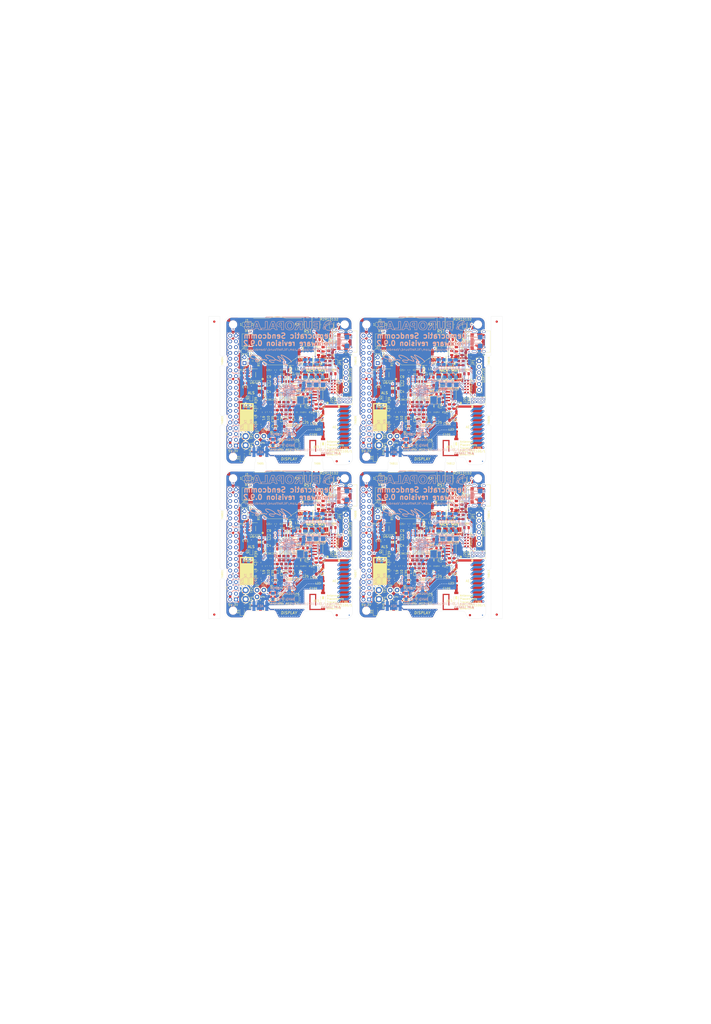
<source format=kicad_pcb>
(kicad_pcb (version 20171130) (host pcbnew 5.1.5+dfsg1-2build2)

  (general
    (thickness 1.6)
    (drawings 843)
    (tracks 5988)
    (zones 0)
    (modules 627)
    (nets 130)
  )

  (page A3 portrait)
  (title_block
    (title "Democratic Sendcomm")
    (date 2020-12-26)
    (rev 0.9.2)
    (company "Europalab Devices")
    (comment 1 "Copyright © 2020, Europalab Devices")
    (comment 2 "Fulfilling requirements of 20200210")
    (comment 3 "Pending quality assurance testing")
    (comment 4 "Release revision for manufacturing")
  )

  (layers
    (0 F.Cu signal)
    (1 In1.Cu power)
    (2 In2.Cu power)
    (31 B.Cu signal)
    (34 B.Paste user)
    (35 F.Paste user)
    (36 B.SilkS user)
    (37 F.SilkS user)
    (38 B.Mask user)
    (39 F.Mask user)
    (40 Dwgs.User user)
    (41 Cmts.User user)
    (44 Edge.Cuts user)
    (45 Margin user)
    (46 B.CrtYd user)
    (47 F.CrtYd user)
    (48 B.Fab user)
    (49 F.Fab user)
  )

  (setup
    (last_trace_width 0.127)
    (user_trace_width 0.1016)
    (user_trace_width 0.127)
    (user_trace_width 0.2)
    (user_trace_width 0.4)
    (user_trace_width 1.016)
    (user_trace_width 0.1016)
    (user_trace_width 0.127)
    (user_trace_width 0.2)
    (user_trace_width 0.4)
    (user_trace_width 1.016)
    (user_trace_width 0.1016)
    (user_trace_width 0.127)
    (user_trace_width 0.2)
    (user_trace_width 0.4)
    (user_trace_width 1.016)
    (user_trace_width 0.1016)
    (user_trace_width 0.127)
    (user_trace_width 0.2)
    (user_trace_width 0.4)
    (user_trace_width 1.016)
    (user_trace_width 0.1016)
    (user_trace_width 0.127)
    (user_trace_width 0.2)
    (user_trace_width 0.4)
    (user_trace_width 1.016)
    (trace_clearance 0.127)
    (zone_clearance 0.508)
    (zone_45_only no)
    (trace_min 0.09)
    (via_size 0.6)
    (via_drill 0.3)
    (via_min_size 0.356)
    (via_min_drill 0.2)
    (user_via 0.356 0.2)
    (user_via 0.45 0.2)
    (user_via 0.356 0.2)
    (user_via 0.45 0.2)
    (user_via 0.356 0.2)
    (user_via 0.45 0.2)
    (user_via 0.356 0.2)
    (user_via 0.45 0.2)
    (user_via 0.356 0.2)
    (user_via 0.45 0.2)
    (uvia_size 0.45)
    (uvia_drill 0.1)
    (uvias_allowed no)
    (uvia_min_size 0.45)
    (uvia_min_drill 0.1)
    (edge_width 0.05)
    (segment_width 0.1)
    (pcb_text_width 0.25)
    (pcb_text_size 1 1)
    (mod_edge_width 0.15)
    (mod_text_size 1 1)
    (mod_text_width 0.15)
    (pad_size 2.55 2.55)
    (pad_drill 2.55)
    (pad_to_mask_clearance 0)
    (aux_axis_origin 0 0)
    (visible_elements 7FFFF7FF)
    (pcbplotparams
      (layerselection 0x313fc_ffffffff)
      (usegerberextensions true)
      (usegerberattributes false)
      (usegerberadvancedattributes false)
      (creategerberjobfile false)
      (excludeedgelayer true)
      (linewidth 0.150000)
      (plotframeref false)
      (viasonmask false)
      (mode 1)
      (useauxorigin false)
      (hpglpennumber 1)
      (hpglpenspeed 20)
      (hpglpendiameter 15.000000)
      (psnegative false)
      (psa4output false)
      (plotreference true)
      (plotvalue true)
      (plotinvisibletext false)
      (padsonsilk false)
      (subtractmaskfromsilk false)
      (outputformat 1)
      (mirror false)
      (drillshape 0)
      (scaleselection 1)
      (outputdirectory "fabsingle"))
  )

  (net 0 "")
  (net 1 GND)
  (net 2 "Net-(AE1-Pad1)")
  (net 3 /Sheet5F53D5B4/RFSWPWR)
  (net 4 "Net-(C8-Pad1)")
  (net 5 /Sheet5F53D5B4/POWAMP)
  (net 6 "Net-(C13-Pad1)")
  (net 7 /Sheet5F53D5B4/HFOUT)
  (net 8 +3V3)
  (net 9 "Net-(C29-Pad1)")
  (net 10 /Sheet5F53D5B4/HPOUT)
  (net 11 /Sheet5F53D5B4/HFIN)
  (net 12 /Sheet5F53D5B4/BANDSEL)
  (net 13 "Net-(BT1-Pad1)")
  (net 14 /Sheet5F53D5B4/USB_BUS)
  (net 15 "Net-(C33-Pad1)")
  (net 16 "Net-(C34-Pad1)")
  (net 17 /Sheet5F53D5B4/CMDRST)
  (net 18 "Net-(D1-Pad2)")
  (net 19 "Net-(D1-Pad1)")
  (net 20 "Net-(D2-Pad1)")
  (net 21 "Net-(D2-Pad2)")
  (net 22 /Sheet5F53D5B4/USB_P)
  (net 23 /Sheet5F53D5B4/USB_N)
  (net 24 /Sheet60040980/ID_SD)
  (net 25 /Sheet60040980/ID_SC)
  (net 26 /Sheet5F53D5B4/SWDCLK)
  (net 27 "Net-(J3-Pad7)")
  (net 28 "Net-(J3-Pad8)")
  (net 29 "Net-(J4-Pad6)")
  (net 30 /Sheet5F53D5B4/CN_VBAT)
  (net 31 /Sheet5F53D5B4/XCEIV)
  (net 32 "Net-(AE5-Pad2)")
  (net 33 "Net-(C1-Pad1)")
  (net 34 "Net-(C7-Pad1)")
  (net 35 "Net-(C14-Pad1)")
  (net 36 "Net-(C17-Pad1)")
  (net 37 "Net-(C18-Pad2)")
  (net 38 "Net-(C19-Pad2)")
  (net 39 "Net-(C23-Pad2)")
  (net 40 "Net-(C23-Pad1)")
  (net 41 "Net-(C24-Pad1)")
  (net 42 "Net-(C24-Pad2)")
  (net 43 "Net-(C29-Pad2)")
  (net 44 "Net-(C33-Pad2)")
  (net 45 "Net-(C35-Pad2)")
  (net 46 "Net-(C40-Pad1)")
  (net 47 "Net-(J2-PadB5)")
  (net 48 "Net-(J2-PadA8)")
  (net 49 "Net-(J2-PadA5)")
  (net 50 "Net-(J2-PadB8)")
  (net 51 "Net-(J3-Pad2)")
  (net 52 "Net-(J3-Pad3)")
  (net 53 "Net-(J3-Pad5)")
  (net 54 "Net-(J3-Pad10)")
  (net 55 "Net-(J3-Pad11)")
  (net 56 "Net-(J3-Pad12)")
  (net 57 "Net-(J3-Pad13)")
  (net 58 "Net-(J3-Pad15)")
  (net 59 "Net-(J3-Pad16)")
  (net 60 "Net-(J3-Pad18)")
  (net 61 "Net-(J3-Pad19)")
  (net 62 "Net-(J3-Pad21)")
  (net 63 "Net-(J3-Pad22)")
  (net 64 "Net-(J3-Pad23)")
  (net 65 "Net-(J3-Pad24)")
  (net 66 "Net-(J3-Pad26)")
  (net 67 "Net-(J3-Pad29)")
  (net 68 "Net-(J3-Pad31)")
  (net 69 "Net-(J3-Pad32)")
  (net 70 "Net-(J3-Pad33)")
  (net 71 "Net-(J3-Pad35)")
  (net 72 "Net-(J3-Pad36)")
  (net 73 "Net-(J3-Pad38)")
  (net 74 "Net-(J3-Pad40)")
  (net 75 "Net-(J4-Pad7)")
  (net 76 "Net-(J4-Pad8)")
  (net 77 "Net-(J5-Pad2)")
  (net 78 "Net-(J5-Pad3)")
  (net 79 "Net-(J5-Pad6)")
  (net 80 "Net-(J6-Pad1)")
  (net 81 "Net-(L1-Pad2)")
  (net 82 "Net-(R3-Pad1)")
  (net 83 "Net-(R4-Pad1)")
  (net 84 "Net-(R4-Pad2)")
  (net 85 "Net-(U2-Pad5)")
  (net 86 "Net-(U3-PadG1)")
  (net 87 "Net-(U3-PadH1)")
  (net 88 "Net-(U3-PadE3)")
  (net 89 "Net-(U3-PadE4)")
  (net 90 "Net-(U3-PadF4)")
  (net 91 "Net-(U3-PadC7)")
  (net 92 "Net-(U3-PadD7)")
  (net 93 "Net-(U5-Pad3)")
  (net 94 "Net-(U5-Pad4)")
  (net 95 "Net-(U8-Pad7)")
  (net 96 "Net-(U8-Pad3)")
  (net 97 "Net-(U8-Pad2)")
  (net 98 "Net-(U8-Pad1)")
  (net 99 "Net-(U9-Pad1)")
  (net 100 "Net-(U9-Pad2)")
  (net 101 "Net-(U9-Pad3)")
  (net 102 "Net-(U9-Pad7)")
  (net 103 /Sheet5F53D5B4/SWDIO)
  (net 104 "Net-(AE2-Pad1)")
  (net 105 "Net-(AE4-Pad1)")
  (net 106 "Net-(AE5-Pad1)")
  (net 107 "Net-(J6-Pad2)")
  (net 108 "Net-(J6-Pad3)")
  (net 109 "Net-(J6-Pad4)")
  (net 110 "Net-(J7-Pad1)")
  (net 111 "Net-(C95-Pad1)")
  (net 112 /TP_SCL)
  (net 113 /TP_SDA)
  (net 114 "Net-(J20-Pad6)")
  (net 115 "Net-(J20-Pad7)")
  (net 116 "Net-(J20-Pad8)")
  (net 117 "Net-(Q2-Pad2)")
  (net 118 EXT_UART_TX)
  (net 119 EXT_UART_RX)
  (net 120 USB_TST)
  (net 121 "Net-(TP13-Pad1)")
  (net 122 "Net-(C94-Pad2)")
  (net 123 /Sheet5F53D5B4/CRY_XIN-RSVD)
  (net 124 /Sheet5F53D5B4/CRY_XOUT-RSVD)
  (net 125 "Net-(C97-Pad1)")
  (net 126 "Net-(C101-Pad1)")
  (net 127 "Net-(D3-Pad2)")
  (net 128 "Net-(JP4-Pad1)")
  (net 129 "Net-(U3-PadE5)")

  (net_class Default "This is the default net class."
    (clearance 0.127)
    (trace_width 0.127)
    (via_dia 0.6)
    (via_drill 0.3)
    (uvia_dia 0.45)
    (uvia_drill 0.1)
    (add_net +3V3)
    (add_net /Sheet5F53D5B4/BANDSEL)
    (add_net /Sheet5F53D5B4/CMDRST)
    (add_net /Sheet5F53D5B4/CN_VBAT)
    (add_net /Sheet5F53D5B4/CRY_XIN-RSVD)
    (add_net /Sheet5F53D5B4/CRY_XOUT-RSVD)
    (add_net /Sheet5F53D5B4/HFIN)
    (add_net /Sheet5F53D5B4/HFOUT)
    (add_net /Sheet5F53D5B4/HPOUT)
    (add_net /Sheet5F53D5B4/POWAMP)
    (add_net /Sheet5F53D5B4/RFSWPWR)
    (add_net /Sheet5F53D5B4/SWDCLK)
    (add_net /Sheet5F53D5B4/SWDIO)
    (add_net /Sheet5F53D5B4/USB_BUS)
    (add_net /Sheet5F53D5B4/USB_N)
    (add_net /Sheet5F53D5B4/USB_P)
    (add_net /Sheet5F53D5B4/XCEIV)
    (add_net /Sheet60040980/ID_SC)
    (add_net /Sheet60040980/ID_SD)
    (add_net /TP_SCL)
    (add_net /TP_SDA)
    (add_net EXT_UART_RX)
    (add_net EXT_UART_TX)
    (add_net GND)
    (add_net "Net-(AE1-Pad1)")
    (add_net "Net-(AE2-Pad1)")
    (add_net "Net-(AE4-Pad1)")
    (add_net "Net-(AE5-Pad1)")
    (add_net "Net-(AE5-Pad2)")
    (add_net "Net-(BT1-Pad1)")
    (add_net "Net-(C1-Pad1)")
    (add_net "Net-(C101-Pad1)")
    (add_net "Net-(C13-Pad1)")
    (add_net "Net-(C14-Pad1)")
    (add_net "Net-(C17-Pad1)")
    (add_net "Net-(C18-Pad2)")
    (add_net "Net-(C19-Pad2)")
    (add_net "Net-(C23-Pad1)")
    (add_net "Net-(C23-Pad2)")
    (add_net "Net-(C24-Pad1)")
    (add_net "Net-(C24-Pad2)")
    (add_net "Net-(C29-Pad1)")
    (add_net "Net-(C29-Pad2)")
    (add_net "Net-(C33-Pad1)")
    (add_net "Net-(C33-Pad2)")
    (add_net "Net-(C34-Pad1)")
    (add_net "Net-(C35-Pad2)")
    (add_net "Net-(C40-Pad1)")
    (add_net "Net-(C7-Pad1)")
    (add_net "Net-(C8-Pad1)")
    (add_net "Net-(C94-Pad2)")
    (add_net "Net-(C95-Pad1)")
    (add_net "Net-(C97-Pad1)")
    (add_net "Net-(D1-Pad1)")
    (add_net "Net-(D1-Pad2)")
    (add_net "Net-(D2-Pad1)")
    (add_net "Net-(D2-Pad2)")
    (add_net "Net-(D3-Pad2)")
    (add_net "Net-(J2-PadA5)")
    (add_net "Net-(J2-PadA8)")
    (add_net "Net-(J2-PadB5)")
    (add_net "Net-(J2-PadB8)")
    (add_net "Net-(J20-Pad6)")
    (add_net "Net-(J20-Pad7)")
    (add_net "Net-(J20-Pad8)")
    (add_net "Net-(J3-Pad10)")
    (add_net "Net-(J3-Pad11)")
    (add_net "Net-(J3-Pad12)")
    (add_net "Net-(J3-Pad13)")
    (add_net "Net-(J3-Pad15)")
    (add_net "Net-(J3-Pad16)")
    (add_net "Net-(J3-Pad18)")
    (add_net "Net-(J3-Pad19)")
    (add_net "Net-(J3-Pad2)")
    (add_net "Net-(J3-Pad21)")
    (add_net "Net-(J3-Pad22)")
    (add_net "Net-(J3-Pad23)")
    (add_net "Net-(J3-Pad24)")
    (add_net "Net-(J3-Pad26)")
    (add_net "Net-(J3-Pad29)")
    (add_net "Net-(J3-Pad3)")
    (add_net "Net-(J3-Pad31)")
    (add_net "Net-(J3-Pad32)")
    (add_net "Net-(J3-Pad33)")
    (add_net "Net-(J3-Pad35)")
    (add_net "Net-(J3-Pad36)")
    (add_net "Net-(J3-Pad38)")
    (add_net "Net-(J3-Pad40)")
    (add_net "Net-(J3-Pad5)")
    (add_net "Net-(J3-Pad7)")
    (add_net "Net-(J3-Pad8)")
    (add_net "Net-(J4-Pad6)")
    (add_net "Net-(J4-Pad7)")
    (add_net "Net-(J4-Pad8)")
    (add_net "Net-(J5-Pad2)")
    (add_net "Net-(J5-Pad3)")
    (add_net "Net-(J5-Pad6)")
    (add_net "Net-(J6-Pad1)")
    (add_net "Net-(J6-Pad2)")
    (add_net "Net-(J6-Pad3)")
    (add_net "Net-(J6-Pad4)")
    (add_net "Net-(J7-Pad1)")
    (add_net "Net-(JP4-Pad1)")
    (add_net "Net-(L1-Pad2)")
    (add_net "Net-(Q2-Pad2)")
    (add_net "Net-(R3-Pad1)")
    (add_net "Net-(R4-Pad1)")
    (add_net "Net-(R4-Pad2)")
    (add_net "Net-(TP13-Pad1)")
    (add_net "Net-(U2-Pad5)")
    (add_net "Net-(U3-PadC7)")
    (add_net "Net-(U3-PadD7)")
    (add_net "Net-(U3-PadE3)")
    (add_net "Net-(U3-PadE4)")
    (add_net "Net-(U3-PadE5)")
    (add_net "Net-(U3-PadF4)")
    (add_net "Net-(U3-PadG1)")
    (add_net "Net-(U3-PadH1)")
    (add_net "Net-(U5-Pad3)")
    (add_net "Net-(U5-Pad4)")
    (add_net "Net-(U8-Pad1)")
    (add_net "Net-(U8-Pad2)")
    (add_net "Net-(U8-Pad3)")
    (add_net "Net-(U8-Pad7)")
    (add_net "Net-(U9-Pad1)")
    (add_net "Net-(U9-Pad2)")
    (add_net "Net-(U9-Pad3)")
    (add_net "Net-(U9-Pad7)")
    (add_net USB_TST)
  )

  (net_class Power ""
    (clearance 0.2)
    (trace_width 0.5)
    (via_dia 1)
    (via_drill 0.7)
    (uvia_dia 0.5)
    (uvia_drill 0.1)
  )

  (module Elab_HW:Hanzhi-stencilcut_instructions (layer F.Cu) (tedit 0) (tstamp 5EFC0A1E)
    (at 117 451)
    (attr virtual)
    (fp_text reference G** (at 0 0) (layer F.SilkS) hide
      (effects (font (size 1.524 1.524) (thickness 0.3)))
    )
    (fp_text value TEXT (at 0.75 0) (layer F.SilkS) hide
      (effects (font (size 1.524 1.524) (thickness 0.3)))
    )
    (fp_poly (pts (xy 40.470667 -6.858) (xy 35.052 -6.858) (xy 35.052 -7.789334) (xy 40.470667 -7.789334)
      (xy 40.470667 -6.858)) (layer F.Fab) (width 0.01))
    (fp_poly (pts (xy -14.338786 -8.293069) (xy -14.200223 -8.265117) (xy -14.147632 -8.190745) (xy -14.139334 -8.047218)
      (xy -14.139333 -8.043334) (xy -14.130085 -7.892972) (xy -14.073218 -7.817992) (xy -13.925053 -7.792186)
      (xy -13.716 -7.789334) (xy -13.292667 -7.789334) (xy -13.292667 -7.027334) (xy -13.716 -7.027334)
      (xy -13.967244 -7.020471) (xy -14.092584 -6.985449) (xy -14.135323 -6.900614) (xy -14.139333 -6.815667)
      (xy -14.151421 -6.694441) (xy -14.21531 -6.63132) (xy -14.372437 -6.607468) (xy -14.605 -6.604)
      (xy -14.871697 -6.609495) (xy -15.010564 -6.638535) (xy -15.063038 -6.709957) (xy -15.070667 -6.815667)
      (xy -15.082755 -6.936893) (xy -15.146643 -7.000014) (xy -15.303771 -7.023866) (xy -15.536333 -7.027334)
      (xy -15.803031 -7.021839) (xy -15.941897 -6.992799) (xy -15.994371 -6.921378) (xy -16.002 -6.815667)
      (xy -16.015725 -6.690045) (xy -16.085771 -6.627375) (xy -16.25544 -6.606006) (xy -16.425333 -6.604)
      (xy -16.676578 -6.610863) (xy -16.801917 -6.645886) (xy -16.844657 -6.73072) (xy -16.848667 -6.815667)
      (xy -16.862392 -6.941289) (xy -16.932437 -7.003959) (xy -17.102107 -7.025329) (xy -17.272 -7.027334)
      (xy -17.695333 -7.027334) (xy -17.695333 -7.789334) (xy -17.272 -7.789334) (xy -17.021397 -7.794883)
      (xy -16.896431 -7.829003) (xy -16.85342 -7.917902) (xy -16.848667 -8.043334) (xy -16.839418 -8.193696)
      (xy -16.782551 -8.268676) (xy -16.634386 -8.294482) (xy -16.425333 -8.297334) (xy -16.174731 -8.291785)
      (xy -16.049764 -8.257664) (xy -16.006754 -8.168765) (xy -16.002 -8.043334) (xy -15.994181 -7.898126)
      (xy -15.942936 -7.822546) (xy -15.806587 -7.793861) (xy -15.543455 -7.789334) (xy -15.536333 -7.789334)
      (xy -15.270119 -7.793599) (xy -15.131557 -7.82155) (xy -15.078966 -7.895923) (xy -15.070667 -8.03945)
      (xy -15.070667 -8.043334) (xy -15.062847 -8.188541) (xy -15.011603 -8.264121) (xy -14.875254 -8.292807)
      (xy -14.612121 -8.297334) (xy -14.605 -8.297334) (xy -14.338786 -8.293069)) (layer F.Fab) (width 0.01))
    (fp_poly (pts (xy -58.25948 -8.15403) (xy -58.091053 -8.001194) (xy -57.878105 -7.78877) (xy -57.653336 -7.551369)
      (xy -57.449444 -7.323603) (xy -57.299128 -7.140083) (xy -57.235084 -7.03542) (xy -57.234667 -7.031351)
      (xy -57.295335 -6.94461) (xy -57.444603 -6.800555) (xy -57.633362 -6.640416) (xy -57.812507 -6.505421)
      (xy -57.932931 -6.4368) (xy -57.945351 -6.434667) (xy -57.996333 -6.498121) (xy -57.996667 -6.506285)
      (xy -58.047876 -6.598658) (xy -58.185141 -6.786533) (xy -58.38392 -7.037186) (xy -58.499877 -7.177222)
      (xy -59.003088 -7.776542) (xy -58.717193 -7.994605) (xy -58.521946 -8.130124) (xy -58.377856 -8.206476)
      (xy -58.35069 -8.212667) (xy -58.25948 -8.15403)) (layer F.Fab) (width 0.01))
    (fp_poly (pts (xy 16.086667 -7.281334) (xy 17.949333 -7.281334) (xy 17.949333 -5.672667) (xy 17.102667 -5.672667)
      (xy 17.102667 -6.519334) (xy 14.308667 -6.519334) (xy 14.308667 -5.672667) (xy 13.546667 -5.672667)
      (xy 13.546667 -7.281334) (xy 15.155333 -7.281334) (xy 15.155333 -8.297334) (xy 16.086667 -8.297334)
      (xy 16.086667 -7.281334)) (layer F.Fab) (width 0.01))
    (fp_poly (pts (xy 30.395333 -7.278108) (xy 30.628167 -7.333609) (xy 30.815969 -7.386953) (xy 31.111224 -7.479757)
      (xy 31.461868 -7.594652) (xy 31.815842 -7.71427) (xy 32.121082 -7.821242) (xy 32.32553 -7.898199)
      (xy 32.3449 -7.906345) (xy 32.495129 -7.880351) (xy 32.719186 -7.708204) (xy 32.797281 -7.631319)
      (xy 33.120429 -7.300385) (xy 32.583381 -7.121721) (xy 32.249069 -7.017637) (xy 31.824914 -6.895539)
      (xy 31.385776 -6.776741) (xy 31.242 -6.739787) (xy 30.437667 -6.536517) (xy 30.437667 -5.884334)
      (xy 31.518297 -5.860629) (xy 32.598928 -5.836924) (xy 32.682464 -6.056641) (xy 32.747702 -6.309414)
      (xy 32.766 -6.491571) (xy 32.788295 -6.642034) (xy 32.875698 -6.658332) (xy 32.914167 -6.643957)
      (xy 33.100233 -6.569493) (xy 33.318806 -6.486732) (xy 33.477897 -6.415728) (xy 33.540464 -6.322101)
      (xy 33.532295 -6.14648) (xy 33.514393 -6.036441) (xy 33.437425 -5.689905) (xy 33.325849 -5.434225)
      (xy 33.155075 -5.25524) (xy 32.90051 -5.13879) (xy 32.537561 -5.070716) (xy 32.041635 -5.036859)
      (xy 31.764562 -5.028928) (xy 31.320133 -5.024979) (xy 30.905375 -5.031231) (xy 30.566963 -5.046365)
      (xy 30.353 -5.068797) (xy 30.062997 -5.137129) (xy 29.84331 -5.235137) (xy 29.684378 -5.385037)
      (xy 29.576638 -5.609042) (xy 29.51053 -5.929365) (xy 29.476494 -6.368222) (xy 29.464966 -6.947826)
      (xy 29.464472 -7.133167) (xy 29.464 -8.297334) (xy 30.395333 -8.297334) (xy 30.395333 -7.278108)) (layer F.Fab) (width 0.01))
    (fp_poly (pts (xy -6.604 -3.894667) (xy -11.345333 -3.894667) (xy -11.345333 -5.08) (xy -10.414 -5.08)
      (xy -10.414 -4.572) (xy -7.535333 -4.572) (xy -7.535333 -5.08) (xy -10.414 -5.08)
      (xy -11.345333 -5.08) (xy -11.345333 -6.265334) (xy -10.414 -6.265334) (xy -10.414 -5.672667)
      (xy -7.535333 -5.672667) (xy -7.535333 -6.265334) (xy -10.414 -6.265334) (xy -11.345333 -6.265334)
      (xy -11.345333 -7.366) (xy -10.414 -7.366) (xy -10.414 -6.858) (xy -7.535333 -6.858)
      (xy -7.535333 -7.366) (xy -10.414 -7.366) (xy -11.345333 -7.366) (xy -11.345333 -8.043334)
      (xy -6.604 -8.043334) (xy -6.604 -3.894667)) (layer F.Fab) (width 0.01))
    (fp_poly (pts (xy -25.654 -7.62) (xy -24.045333 -7.62) (xy -24.045333 -6.990889) (xy -24.049073 -6.667998)
      (xy -24.067504 -6.477126) (xy -24.111447 -6.381) (xy -24.191723 -6.342352) (xy -24.235833 -6.334722)
      (xy -24.369038 -6.280625) (xy -24.433965 -6.136065) (xy -24.452611 -5.990167) (xy -24.478889 -5.672667)
      (xy -25.066444 -5.672667) (xy -25.376287 -5.668021) (xy -25.553243 -5.6471) (xy -25.633661 -5.599428)
      (xy -25.653888 -5.514531) (xy -25.654 -5.503334) (xy -25.636848 -5.411693) (xy -25.560447 -5.360602)
      (xy -25.38738 -5.338546) (xy -25.103667 -5.334) (xy -24.553333 -5.334) (xy -24.553333 -4.741334)
      (xy -25.103667 -4.741334) (xy -25.401498 -4.736056) (xy -25.567547 -4.712548) (xy -25.639229 -4.659297)
      (xy -25.654 -4.572) (xy -25.641268 -4.491548) (xy -25.581584 -4.441557) (xy -25.442721 -4.414864)
      (xy -25.192448 -4.404307) (xy -24.892 -4.402667) (xy -24.13 -4.402667) (xy -24.13 -3.725334)
      (xy -28.109333 -3.725334) (xy -28.109333 -4.402667) (xy -27.305 -4.402667) (xy -26.931164 -4.405224)
      (xy -26.695224 -4.417304) (xy -26.565772 -4.445518) (xy -26.511395 -4.496481) (xy -26.500667 -4.572)
      (xy -26.517819 -4.663641) (xy -26.59422 -4.714733) (xy -26.767287 -4.736789) (xy -27.051 -4.741334)
      (xy -27.601333 -4.741334) (xy -27.601333 -5.334) (xy -27.051 -5.334) (xy -26.753169 -5.339278)
      (xy -26.58712 -5.362786) (xy -26.515438 -5.416038) (xy -26.500667 -5.503334) (xy -26.516787 -5.59263)
      (xy -26.589379 -5.643629) (xy -26.754792 -5.666805) (xy -27.049372 -5.672635) (xy -27.088223 -5.672667)
      (xy -27.675778 -5.672667) (xy -27.702056 -5.990167) (xy -27.741383 -6.210298) (xy -27.830944 -6.311288)
      (xy -27.918833 -6.334722) (xy -28.016447 -6.360934) (xy -28.073452 -6.429897) (xy -28.100669 -6.578882)
      (xy -28.10892 -6.845161) (xy -28.109196 -6.942667) (xy -27.347333 -6.942667) (xy -27.347333 -6.660445)
      (xy -27.332468 -6.436264) (xy -27.260981 -6.317875) (xy -27.092533 -6.27206) (xy -26.867556 -6.265334)
      (xy -26.638887 -6.273469) (xy -26.532684 -6.319465) (xy -26.502169 -6.435706) (xy -26.500667 -6.519334)
      (xy -26.491418 -6.669696) (xy -26.434551 -6.744676) (xy -26.286386 -6.770482) (xy -26.077333 -6.773334)
      (xy -25.826754 -6.767906) (xy -25.701802 -6.733824) (xy -25.658784 -6.644394) (xy -25.654 -6.514695)
      (xy -25.645582 -6.359461) (xy -25.590543 -6.28711) (xy -25.444205 -6.271774) (xy -25.251833 -6.281862)
      (xy -25.00894 -6.303962) (xy -24.887397 -6.354752) (xy -24.839491 -6.472464) (xy -24.823389 -6.625167)
      (xy -24.797112 -6.942667) (xy -27.347333 -6.942667) (xy -28.109196 -6.942667) (xy -28.109333 -6.990889)
      (xy -28.109333 -7.62) (xy -26.500667 -7.62) (xy -26.500667 -8.297334) (xy -25.654 -8.297334)
      (xy -25.654 -7.62)) (layer F.Fab) (width 0.01))
    (fp_poly (pts (xy 73.200274 -4.393828) (xy 73.416636 -4.066225) (xy 73.589368 -3.793709) (xy 73.701253 -3.604251)
      (xy 73.735071 -3.525824) (xy 73.734774 -3.525533) (xy 73.610955 -3.444145) (xy 73.421745 -3.331645)
      (xy 73.225706 -3.221357) (xy 73.0814 -3.146607) (xy 73.044392 -3.132667) (xy 72.985083 -3.200463)
      (xy 72.857262 -3.384979) (xy 72.679828 -3.657907) (xy 72.474989 -3.985549) (xy 72.27351 -4.318803)
      (xy 72.112976 -4.594709) (xy 72.009704 -4.784473) (xy 71.979937 -4.859252) (xy 72.064777 -4.910385)
      (xy 72.242835 -5.013747) (xy 72.321167 -5.058702) (xy 72.633334 -5.23733) (xy 73.200274 -4.393828)) (layer F.Fab) (width 0.01))
    (fp_poly (pts (xy -22.86 -3.132667) (xy -23.622 -3.132667) (xy -23.622 -7.450667) (xy -22.86 -7.450667)
      (xy -22.86 -3.132667)) (layer F.Fab) (width 0.01))
    (fp_poly (pts (xy 21.336 -7.069667) (xy 21.337853 -6.629645) (xy 21.352993 -6.337817) (xy 21.395792 -6.173046)
      (xy 21.480621 -6.114196) (xy 21.621853 -6.140131) (xy 21.833858 -6.229715) (xy 21.889836 -6.255145)
      (xy 22.176654 -6.428717) (xy 22.432293 -6.658125) (xy 22.61689 -6.900394) (xy 22.690585 -7.112553)
      (xy 22.690667 -7.118497) (xy 22.670274 -7.209685) (xy 22.583533 -7.258962) (xy 22.392102 -7.278617)
      (xy 22.182667 -7.281334) (xy 21.674667 -7.281334) (xy 21.674667 -8.043334) (xy 25.569333 -8.043334)
      (xy 25.569333 -7.605769) (xy 25.553428 -7.271048) (xy 25.512533 -6.877347) (xy 25.475835 -6.631301)
      (xy 25.376431 -6.231027) (xy 25.223962 -5.970333) (xy 24.986908 -5.823027) (xy 24.633748 -5.762917)
      (xy 24.424094 -5.757334) (xy 24.131955 -5.762827) (xy 23.966163 -5.789335) (xy 23.883838 -5.851902)
      (xy 23.843206 -5.961135) (xy 23.781486 -6.178382) (xy 23.740303 -6.299802) (xy 23.736211 -6.380335)
      (xy 23.826355 -6.421164) (xy 24.044184 -6.4343) (xy 24.115945 -6.434667) (xy 24.369268 -6.447713)
      (xy 24.544441 -6.481024) (xy 24.587576 -6.506243) (xy 24.627762 -6.629118) (xy 24.674343 -6.849006)
      (xy 24.68806 -6.929576) (xy 24.744309 -7.281334) (xy 23.635132 -7.281334) (xy 23.535048 -6.963834)
      (xy 23.292524 -6.429631) (xy 22.929592 -6.007664) (xy 22.541347 -5.73624) (xy 22.055667 -5.461)
      (xy 23.727833 -5.438044) (xy 25.4 -5.415087) (xy 25.4 -3.132667) (xy 21.844 -3.132667)
      (xy 21.844 -4.28684) (xy 21.841435 -4.741334) (xy 22.690667 -4.741334) (xy 22.690667 -3.894667)
      (xy 24.468667 -3.894667) (xy 24.468667 -4.741334) (xy 22.690667 -4.741334) (xy 21.841435 -4.741334)
      (xy 21.841305 -4.764191) (xy 21.830458 -5.10611) (xy 21.807313 -5.346451) (xy 21.767726 -5.519068)
      (xy 21.70755 -5.657814) (xy 21.667761 -5.726174) (xy 21.537783 -5.90756) (xy 21.432697 -6.005658)
      (xy 21.413761 -6.011334) (xy 21.385891 -5.931217) (xy 21.362683 -5.709011) (xy 21.345809 -5.371935)
      (xy 21.336938 -4.947207) (xy 21.336 -4.744511) (xy 21.336 -3.477688) (xy 20.552833 -3.453344)
      (xy 20.184698 -3.439306) (xy 19.952709 -3.419135) (xy 19.823701 -3.384036) (xy 19.764508 -3.325214)
      (xy 19.742611 -3.2385) (xy 19.702341 -3.118676) (xy 19.594708 -3.062808) (xy 19.371558 -3.048088)
      (xy 19.340445 -3.048) (xy 18.965333 -3.048) (xy 18.965333 -4.233334) (xy 19.719596 -4.233334)
      (xy 20.574 -4.233334) (xy 20.574 -5.427945) (xy 20.171833 -5.402139) (xy 19.769667 -5.376334)
      (xy 19.744631 -4.804834) (xy 19.719596 -4.233334) (xy 18.965333 -4.233334) (xy 18.965333 -6.180667)
      (xy 19.719253 -6.180667) (xy 20.574 -6.180667) (xy 20.574 -7.290612) (xy 20.171833 -7.264806)
      (xy 19.769667 -7.239) (xy 19.74446 -6.709834) (xy 19.719253 -6.180667) (xy 18.965333 -6.180667)
      (xy 18.965333 -8.043334) (xy 21.336 -8.043334) (xy 21.336 -7.069667)) (layer F.Fab) (width 0.01))
    (fp_poly (pts (xy -50.065946 -8.195718) (xy -49.87415 -8.138141) (xy -49.740915 -8.08988) (xy -49.355388 -7.942646)
      (xy -49.908361 -6.883235) (xy -50.106594 -6.502365) (xy -50.273352 -6.179901) (xy -50.394616 -5.943112)
      (xy -50.45637 -5.819263) (xy -50.461333 -5.80758) (xy -50.387282 -5.805561) (xy -50.20481 -5.821452)
      (xy -50.161805 -5.826304) (xy -49.956244 -5.875241) (xy -49.814145 -5.993707) (xy -49.685731 -6.21147)
      (xy -49.575227 -6.425988) (xy -49.49827 -6.566792) (xy -49.481713 -6.592492) (xy -49.401737 -6.572276)
      (xy -49.241455 -6.488566) (xy -49.05828 -6.376392) (xy -48.909625 -6.270785) (xy -48.852667 -6.208686)
      (xy -48.894649 -6.101901) (xy -49.005832 -5.890353) (xy -49.164066 -5.61186) (xy -49.347202 -5.304239)
      (xy -49.533094 -5.00531) (xy -49.699593 -4.752888) (xy -49.734343 -4.703237) (xy -49.887284 -4.479508)
      (xy -49.985864 -4.318376) (xy -50.008407 -4.260185) (xy -49.920031 -4.265193) (xy -49.733551 -4.308467)
      (xy -49.694285 -4.319448) (xy -49.391839 -4.393899) (xy -49.21466 -4.392412) (xy -49.130461 -4.301102)
      (xy -49.106954 -4.106082) (xy -49.106667 -4.066722) (xy -49.106667 -3.730777) (xy -49.8475 -3.510778)
      (xy -50.222093 -3.396616) (xy -50.573401 -3.284511) (xy -50.841757 -3.193657) (xy -50.902982 -3.171216)
      (xy -51.217631 -3.051653) (xy -51.318172 -3.387231) (xy -51.373787 -3.608349) (xy -51.357408 -3.739868)
      (xy -51.254128 -3.851609) (xy -51.211775 -3.885586) (xy -51.06081 -4.035468) (xy -50.858687 -4.276353)
      (xy -50.647481 -4.557892) (xy -50.634212 -4.576725) (xy -50.263588 -5.105087) (xy -50.771392 -5.047636)
      (xy -51.279197 -4.990184) (xy -51.39012 -5.326282) (xy -51.452367 -5.550302) (xy -51.437648 -5.701667)
      (xy -51.329532 -5.865202) (xy -51.272371 -5.93414) (xy -51.042582 -6.263536) (xy -50.789786 -6.724436)
      (xy -50.531094 -7.283835) (xy -50.376539 -7.662334) (xy -50.270908 -7.92889) (xy -50.18969 -8.124843)
      (xy -50.152647 -8.203724) (xy -50.065946 -8.195718)) (layer F.Fab) (width 0.01))
    (fp_poly (pts (xy -34.29 -7.154334) (xy -34.283296 -6.789404) (xy -34.265167 -6.497069) (xy -34.238588 -6.312301)
      (xy -34.21439 -6.265334) (xy -34.100409 -6.281497) (xy -33.866712 -6.324316) (xy -33.559226 -6.38528)
      (xy -33.488162 -6.399884) (xy -33.175723 -6.45739) (xy -32.931274 -6.489096) (xy -32.798287 -6.489729)
      (xy -32.787934 -6.484823) (xy -32.755437 -6.376229) (xy -32.734074 -6.164472) (xy -32.730994 -6.080344)
      (xy -32.724773 -5.935581) (xy -32.730361 -5.834364) (xy -32.773536 -5.76289) (xy -32.880078 -5.707357)
      (xy -33.075764 -5.65396) (xy -33.386372 -5.588898) (xy -33.805797 -5.504844) (xy -34.295261 -5.40557)
      (xy -34.247667 -3.429) (xy -33.570333 -3.429) (xy -33.54449 -3.880764) (xy -33.522016 -4.14098)
      (xy -33.483818 -4.26532) (xy -33.4155 -4.287238) (xy -33.375157 -4.274271) (xy -33.187979 -4.201771)
      (xy -32.998833 -4.131725) (xy -32.831848 -4.010981) (xy -32.763574 -3.794264) (xy -32.791345 -3.463923)
      (xy -32.856637 -3.19067) (xy -32.960653 -2.89803) (xy -33.101205 -2.707444) (xy -33.312884 -2.598948)
      (xy -33.630284 -2.552578) (xy -33.9725 -2.546685) (xy -34.309941 -2.5548) (xy -34.587445 -2.570435)
      (xy -34.757025 -2.590615) (xy -34.778615 -2.596667) (xy -34.925538 -2.711345) (xy -35.030594 -2.930709)
      (xy -35.097804 -3.271987) (xy -35.13119 -3.752407) (xy -35.136667 -4.130352) (xy -35.140369 -4.526085)
      (xy -35.150445 -4.85678) (xy -35.165348 -5.087495) (xy -35.183239 -5.183017) (xy -35.288203 -5.196367)
      (xy -35.4888 -5.170396) (xy -35.540695 -5.159473) (xy -35.746892 -5.119723) (xy -35.866036 -5.109581)
      (xy -35.874759 -5.112537) (xy -35.898987 -5.202543) (xy -35.933744 -5.403856) (xy -35.950913 -5.522207)
      (xy -35.977419 -5.758891) (xy -35.95334 -5.879737) (xy -35.85153 -5.936609) (xy -35.718444 -5.966337)
      (xy -35.471057 -6.01574) (xy -35.30577 -6.066166) (xy -35.206121 -6.148995) (xy -35.155651 -6.295606)
      (xy -35.137896 -6.53738) (xy -35.136397 -6.905695) (xy -35.136667 -7.075373) (xy -35.136667 -8.043334)
      (xy -34.29 -8.043334) (xy -34.29 -7.154334)) (layer F.Fab) (width 0.01))
    (fp_poly (pts (xy -54.510954 -7.62) (xy -54.544442 -7.027334) (xy -52.337925 -7.027334) (xy -52.378698 -6.0325)
      (xy -52.416324 -5.26027) (xy -52.461875 -4.569166) (xy -52.513562 -3.977179) (xy -52.569594 -3.502301)
      (xy -52.62818 -3.162523) (xy -52.681775 -2.986771) (xy -52.871259 -2.71172) (xy -53.139625 -2.528468)
      (xy -53.516228 -2.422712) (xy -53.918664 -2.384133) (xy -54.570563 -2.354528) (xy -54.678829 -2.722431)
      (xy -54.754617 -2.969718) (xy -54.816787 -3.155212) (xy -54.832258 -3.195134) (xy -54.812587 -3.251117)
      (xy -54.67725 -3.279293) (xy -54.40362 -3.283146) (xy -54.282813 -3.279801) (xy -53.974216 -3.281526)
      (xy -53.729998 -3.305225) (xy -53.601625 -3.34581) (xy -53.600027 -3.347309) (xy -53.513931 -3.520039)
      (xy -53.440349 -3.845175) (xy -53.381719 -4.306089) (xy -53.340476 -4.886154) (xy -53.327413 -5.207)
      (xy -53.297667 -6.138334) (xy -54.591435 -6.187456) (xy -54.68869 -5.612562) (xy -54.902655 -4.6868)
      (xy -55.213804 -3.879129) (xy -55.254456 -3.796092) (xy -55.392856 -3.567139) (xy -55.592945 -3.293588)
      (xy -55.82624 -3.007798) (xy -56.064255 -2.742127) (xy -56.278505 -2.528933) (xy -56.440505 -2.400574)
      (xy -56.502953 -2.377834) (xy -56.610979 -2.441865) (xy -56.776002 -2.596403) (xy -56.867296 -2.697281)
      (xy -57.134925 -3.009562) (xy -56.814636 -3.278461) (xy -56.371615 -3.754067) (xy -56.008442 -4.360427)
      (xy -55.73712 -5.073147) (xy -55.581537 -5.784355) (xy -55.522107 -6.180667) (xy -56.896 -6.180667)
      (xy -56.896 -7.027334) (xy -55.456667 -7.027334) (xy -55.456667 -8.212667) (xy -54.477465 -8.212667)
      (xy -54.510954 -7.62)) (layer F.Fab) (width 0.01))
    (fp_poly (pts (xy 35.516899 -4.376235) (xy 35.699478 -4.328746) (xy 35.926856 -4.257286) (xy 36.142462 -4.180391)
      (xy 36.289724 -4.116602) (xy 36.322 -4.090771) (xy 36.279129 -3.932957) (xy 36.163182 -3.678127)
      (xy 35.993159 -3.357236) (xy 35.788056 -3.001236) (xy 35.566875 -2.641084) (xy 35.348612 -2.307733)
      (xy 35.152268 -2.032137) (xy 34.99684 -1.845251) (xy 34.902496 -1.778) (xy 34.799032 -1.821378)
      (xy 34.610433 -1.931468) (xy 34.500154 -2.00272) (xy 34.296204 -2.139526) (xy 34.159545 -2.232823)
      (xy 34.1314 -2.253042) (xy 34.166004 -2.324119) (xy 34.287484 -2.484342) (xy 34.451788 -2.678523)
      (xy 34.664697 -2.957717) (xy 34.896145 -3.318936) (xy 35.098996 -3.688128) (xy 35.114313 -3.719368)
      (xy 35.256984 -4.013681) (xy 35.367892 -4.24216) (xy 35.429207 -4.368083) (xy 35.435694 -4.381213)
      (xy 35.516899 -4.376235)) (layer F.Fab) (width 0.01))
    (fp_poly (pts (xy 39.965597 -4.358522) (xy 40.058526 -4.254274) (xy 40.20843 -4.036472) (xy 40.393568 -3.741487)
      (xy 40.592196 -3.40569) (xy 40.782574 -3.065451) (xy 40.942958 -2.757142) (xy 41.017136 -2.599478)
      (xy 41.23409 -2.108621) (xy 40.915878 -1.976442) (xy 40.670334 -1.870137) (xy 40.470578 -1.776522)
      (xy 40.44323 -1.762464) (xy 40.315346 -1.731263) (xy 40.247403 -1.840315) (xy 40.24073 -1.864459)
      (xy 40.169548 -2.059965) (xy 40.037957 -2.358995) (xy 39.86776 -2.717034) (xy 39.68076 -3.089569)
      (xy 39.498759 -3.432084) (xy 39.34356 -3.700066) (xy 39.334877 -3.713912) (xy 39.111338 -4.06802)
      (xy 39.502318 -4.235613) (xy 39.74065 -4.323886) (xy 39.915835 -4.363541) (xy 39.965597 -4.358522)) (layer F.Fab) (width 0.01))
    (fp_poly (pts (xy -49.096264 -3.068802) (xy -49.04637 -2.947199) (xy -49.008779 -2.739788) (xy -49.007729 -2.729809)
      (xy -48.979667 -2.453951) (xy -50.056501 -1.946643) (xy -50.449943 -1.763618) (xy -50.789691 -1.609957)
      (xy -51.045994 -1.498784) (xy -51.1891 -1.443226) (xy -51.206403 -1.439334) (xy -51.267073 -1.513818)
      (xy -51.336313 -1.70222) (xy -51.365068 -1.813391) (xy -51.450664 -2.187448) (xy -50.3037 -2.659692)
      (xy -49.895147 -2.822217) (xy -49.542357 -2.951817) (xy -49.274401 -3.038642) (xy -49.120352 -3.07284)
      (xy -49.096264 -3.068802)) (layer F.Fab) (width 0.01))
    (fp_poly (pts (xy -39.878 -6.011334) (xy -37.168667 -6.011334) (xy -37.168667 -5.08) (xy -39.878 -5.08)
      (xy -39.878 -2.286) (xy -36.576 -2.286) (xy -36.576 -1.354667) (xy -43.603333 -1.354667)
      (xy -43.603333 -2.286) (xy -40.894 -2.286) (xy -40.894 -8.212667) (xy -39.878 -8.212667)
      (xy -39.878 -6.011334)) (layer F.Fab) (width 0.01))
    (fp_poly (pts (xy -61.956983 -6.984557) (xy -61.933667 -5.67178) (xy -60.689941 -6.607682) (xy -60.365366 -6.246008)
      (xy -60.040792 -5.884334) (xy -60.225229 -5.736156) (xy -60.377666 -5.635292) (xy -60.639508 -5.483109)
      (xy -60.968501 -5.303607) (xy -61.194101 -5.185823) (xy -61.978535 -4.783667) (xy -61.956101 -3.429)
      (xy -61.933667 -2.074334) (xy -61.391043 -2.048778) (xy -61.077484 -2.041799) (xy -60.880325 -2.077947)
      (xy -60.766798 -2.188781) (xy -60.704136 -2.405858) (xy -60.660464 -2.752396) (xy -60.605404 -3.266542)
      (xy -60.232435 -3.093771) (xy -60.00404 -2.974039) (xy -59.893893 -2.860504) (xy -59.860594 -2.702915)
      (xy -59.8594 -2.640993) (xy -59.900382 -2.227756) (xy -60.010093 -1.825635) (xy -60.168398 -1.49934)
      (xy -60.245817 -1.399085) (xy -60.340707 -1.306326) (xy -60.443696 -1.245301) (xy -60.590291 -1.209516)
      (xy -60.816001 -1.192475) (xy -61.156333 -1.187686) (xy -61.400457 -1.187908) (xy -61.799994 -1.196717)
      (xy -62.14771 -1.218608) (xy -62.402154 -1.250107) (xy -62.5131 -1.281222) (xy -62.609244 -1.346676)
      (xy -62.688427 -1.431367) (xy -62.75228 -1.551187) (xy -62.802438 -1.722028) (xy -62.84053 -1.959784)
      (xy -62.868191 -2.280346) (xy -62.887051 -2.699608) (xy -62.898745 -3.23346) (xy -62.904902 -3.897797)
      (xy -62.907157 -4.70851) (xy -62.907333 -5.119614) (xy -62.907333 -8.297334) (xy -61.9803 -8.297334)
      (xy -61.956983 -6.984557)) (layer F.Fab) (width 0.01))
    (fp_poly (pts (xy -70.1675 -5.994592) (xy -69.723 -5.969) (xy -69.698272 -5.312834) (xy -69.673544 -4.656667)
      (xy -68.156667 -4.656667) (xy -68.156667 -3.81) (xy -69.680667 -3.81) (xy -69.680667 -2.032)
      (xy -67.902667 -2.032) (xy -67.902667 -1.185334) (xy -72.474667 -1.185334) (xy -72.474667 -2.032)
      (xy -70.612 -2.032) (xy -70.612 -3.81) (xy -72.220667 -3.81) (xy -72.220667 -4.656667)
      (xy -70.612 -4.656667) (xy -70.612 -6.020183) (xy -70.1675 -5.994592)) (layer F.Fab) (width 0.01))
    (fp_poly (pts (xy 69.882914 -8.251756) (xy 70.13549 -8.212473) (xy 70.30925 -8.175542) (xy 70.352867 -8.158838)
      (xy 70.357695 -8.106573) (xy 70.326092 -7.97383) (xy 70.251304 -7.738534) (xy 70.12658 -7.378606)
      (xy 70.03914 -7.133167) (xy 70.06625 -7.074758) (xy 70.213532 -7.041) (xy 70.502433 -7.027867)
      (xy 70.602941 -7.027334) (xy 71.204667 -7.027334) (xy 71.204667 -6.42967) (xy 71.213957 -6.099002)
      (xy 71.24344 -5.923135) (xy 71.295532 -5.888471) (xy 71.300361 -5.891149) (xy 71.38858 -6.002245)
      (xy 71.518819 -6.234499) (xy 71.673961 -6.550398) (xy 71.836891 -6.912427) (xy 71.990493 -7.283074)
      (xy 72.117651 -7.624825) (xy 72.178846 -7.816576) (xy 72.281545 -8.115183) (xy 72.373918 -8.255644)
      (xy 72.434095 -8.26604) (xy 72.590552 -8.221674) (xy 72.821815 -8.171185) (xy 72.848936 -8.16601)
      (xy 73.020122 -8.118579) (xy 73.10264 -8.034834) (xy 73.102489 -7.880181) (xy 73.025668 -7.620023)
      (xy 72.970269 -7.466322) (xy 72.913974 -7.283973) (xy 72.898 -7.191155) (xy 72.977858 -7.160207)
      (xy 73.198289 -7.135287) (xy 73.530577 -7.118517) (xy 73.946006 -7.112018) (xy 73.969692 -7.112)
      (xy 75.041385 -7.112) (xy 74.983841 -5.355167) (xy 74.949561 -4.435395) (xy 74.910513 -3.66938)
      (xy 74.863943 -3.041557) (xy 74.807096 -2.536362) (xy 74.73722 -2.138229) (xy 74.65156 -1.831594)
      (xy 74.547363 -1.600893) (xy 74.421873 -1.43056) (xy 74.272337 -1.305032) (xy 74.266539 -1.301196)
      (xy 74.07328 -1.221241) (xy 73.791391 -1.15933) (xy 73.465385 -1.11829) (xy 73.139774 -1.10095)
      (xy 72.859073 -1.11014) (xy 72.667795 -1.148688) (xy 72.610512 -1.195956) (xy 72.56096 -1.35286)
      (xy 72.489012 -1.578606) (xy 72.482123 -1.600135) (xy 72.421148 -1.798109) (xy 72.390765 -1.911422)
      (xy 72.39 -1.917635) (xy 72.467647 -1.932212) (xy 72.672526 -1.943201) (xy 72.962541 -1.948476)
      (xy 73.003833 -1.94863) (xy 73.373376 -1.956606) (xy 73.612697 -1.989242) (xy 73.760683 -2.062436)
      (xy 73.856218 -2.192089) (xy 73.910596 -2.319381) (xy 73.954984 -2.509932) (xy 74.002372 -2.841624)
      (xy 74.050262 -3.286355) (xy 74.096157 -3.816022) (xy 74.137558 -4.402521) (xy 74.171968 -5.017751)
      (xy 74.191722 -5.482167) (xy 74.22015 -6.265334) (xy 72.503612 -6.265334) (xy 72.315126 -5.863167)
      (xy 72.173428 -5.585237) (xy 72.029356 -5.339706) (xy 71.972133 -5.256374) (xy 71.817627 -5.051747)
      (xy 71.584395 -5.235207) (xy 71.408334 -5.358619) (xy 71.286253 -5.417779) (xy 71.277915 -5.418667)
      (xy 71.256162 -5.338126) (xy 71.236977 -5.112993) (xy 71.221381 -4.768002) (xy 71.210391 -4.327886)
      (xy 71.205028 -3.817381) (xy 71.204667 -3.640667) (xy 71.204667 -1.862667) (xy 69.172667 -1.862667)
      (xy 69.172667 -1.27) (xy 68.326 -1.27) (xy 68.326 -4.148667) (xy 69.172667 -4.148667)
      (xy 69.172667 -2.624667) (xy 70.442667 -2.624667) (xy 70.442667 -4.148667) (xy 69.172667 -4.148667)
      (xy 68.326 -4.148667) (xy 68.326 -6.265334) (xy 69.172667 -6.265334) (xy 69.172667 -4.910667)
      (xy 70.442667 -4.910667) (xy 70.442667 -6.265334) (xy 69.172667 -6.265334) (xy 68.326 -6.265334)
      (xy 68.326 -7.027334) (xy 68.751429 -7.027334) (xy 68.993661 -7.040819) (xy 69.15593 -7.101484)
      (xy 69.261115 -7.239643) (xy 69.332096 -7.485609) (xy 69.391753 -7.869698) (xy 69.392725 -7.877015)
      (xy 69.450161 -8.309992) (xy 69.882914 -8.251756)) (layer F.Fab) (width 0.01))
    (fp_poly (pts (xy 59.152507 -3.483409) (xy 59.484493 -3.299273) (xy 59.746267 -3.015688) (xy 59.907392 -2.64233)
      (xy 59.944 -2.328334) (xy 59.870624 -1.906379) (xy 59.671099 -1.553757) (xy 59.37633 -1.288598)
      (xy 59.017223 -1.129031) (xy 58.624683 -1.093185) (xy 58.229614 -1.199188) (xy 58.120043 -1.258404)
      (xy 57.803276 -1.541149) (xy 57.601375 -1.908457) (xy 57.523656 -2.317842) (xy 57.525086 -2.328334)
      (xy 58.047467 -2.328334) (xy 58.117013 -2.007932) (xy 58.299386 -1.771124) (xy 58.555182 -1.63499)
      (xy 58.845001 -1.61661) (xy 59.129442 -1.733067) (xy 59.228182 -1.816485) (xy 59.400539 -2.089298)
      (xy 59.436379 -2.388215) (xy 59.352126 -2.672226) (xy 59.164204 -2.900323) (xy 58.889039 -3.031495)
      (xy 58.73494 -3.048) (xy 58.425729 -2.971583) (xy 58.189315 -2.766838) (xy 58.060812 -2.470525)
      (xy 58.047467 -2.328334) (xy 57.525086 -2.328334) (xy 57.579434 -2.726817) (xy 57.731199 -3.031895)
      (xy 58.039655 -3.342337) (xy 58.39965 -3.514619) (xy 58.780747 -3.558416) (xy 59.152507 -3.483409)) (layer F.Fab) (width 0.01))
    (fp_poly (pts (xy 49.191333 -6.773334) (xy 47.921333 -6.773334) (xy 47.921333 -4.323512) (xy 47.918599 -3.682957)
      (xy 47.910869 -3.090781) (xy 47.898854 -2.570363) (xy 47.883264 -2.145077) (xy 47.864809 -1.8383)
      (xy 47.844199 -1.673408) (xy 47.840446 -1.66094) (xy 47.701206 -1.432291) (xy 47.47028 -1.272749)
      (xy 47.123638 -1.171763) (xy 46.637251 -1.118779) (xy 46.601363 -1.116805) (xy 46.251452 -1.102155)
      (xy 46.034665 -1.106977) (xy 45.915352 -1.136973) (xy 45.857864 -1.19785) (xy 45.842208 -1.238289)
      (xy 45.774211 -1.425039) (xy 45.677418 -1.661337) (xy 45.671486 -1.67504) (xy 45.591509 -1.868172)
      (xy 45.551667 -1.982183) (xy 45.550667 -1.989116) (xy 45.628735 -2.008369) (xy 45.836641 -2.028217)
      (xy 46.134938 -2.045236) (xy 46.249167 -2.049743) (xy 46.947667 -2.074334) (xy 46.970172 -4.423834)
      (xy 46.992678 -6.773334) (xy 44.958 -6.773334) (xy 44.958 -7.704667) (xy 49.191333 -7.704667)
      (xy 49.191333 -6.773334)) (layer F.Fab) (width 0.01))
    (fp_poly (pts (xy 43.942 -6.858) (xy 44.788667 -6.858) (xy 44.788667 -6.011334) (xy 43.942 -6.011334)
      (xy 43.942 -4.804834) (xy 44.186122 -4.853658) (xy 44.455108 -4.911576) (xy 44.651789 -4.958087)
      (xy 44.799006 -4.980175) (xy 44.863978 -4.918229) (xy 44.885031 -4.731362) (xy 44.886033 -4.708179)
      (xy 44.896813 -4.475577) (xy 44.906333 -4.311832) (xy 44.9072 -4.300693) (xy 44.836395 -4.227624)
      (xy 44.643219 -4.142843) (xy 44.428833 -4.079901) (xy 43.942 -3.961082) (xy 43.942 -2.873525)
      (xy 43.934679 -2.423729) (xy 43.914521 -2.032795) (xy 43.884232 -1.737976) (xy 43.847997 -1.579654)
      (xy 43.672598 -1.364005) (xy 43.366167 -1.215894) (xy 42.914347 -1.128567) (xy 42.881811 -1.125062)
      (xy 42.456622 -1.080963) (xy 42.318095 -1.514148) (xy 42.179568 -1.947334) (xy 43.010667 -1.947334)
      (xy 43.010667 -3.659512) (xy 42.708321 -3.602792) (xy 42.47781 -3.554258) (xy 42.314501 -3.510691)
      (xy 42.30311 -3.506599) (xy 42.232262 -3.558862) (xy 42.145748 -3.723191) (xy 42.064111 -3.946238)
      (xy 42.007895 -4.174651) (xy 41.994667 -4.307646) (xy 42.070454 -4.361385) (xy 42.267701 -4.429267)
      (xy 42.502667 -4.487334) (xy 43.010667 -4.595139) (xy 43.010667 -6.011334) (xy 42.079333 -6.011334)
      (xy 42.079333 -6.858) (xy 43.010667 -6.858) (xy 43.010667 -8.297334) (xy 43.942 -8.297334)
      (xy 43.942 -6.858)) (layer F.Fab) (width 0.01))
    (fp_poly (pts (xy 23.523061 -2.1876) (xy 23.637637 -1.775011) (xy 23.694371 -1.496351) (xy 23.696323 -1.327546)
      (xy 23.646551 -1.244522) (xy 23.643167 -1.24243) (xy 23.525364 -1.205784) (xy 23.310581 -1.160959)
      (xy 23.240702 -1.148851) (xy 22.901737 -1.092835) (xy 22.703887 -1.865213) (xy 22.621163 -2.202055)
      (xy 22.561879 -2.470826) (xy 22.53393 -2.63414) (xy 22.534851 -2.665543) (xy 22.628359 -2.693521)
      (xy 22.832109 -2.732319) (xy 22.951293 -2.75118) (xy 23.338919 -2.808866) (xy 23.523061 -2.1876)) (layer F.Fab) (width 0.01))
    (fp_poly (pts (xy 54.821667 -1.905) (xy 55.425099 -1.880335) (xy 55.74006 -1.871862) (xy 55.943947 -1.897415)
      (xy 56.065207 -1.986855) (xy 56.132283 -2.170043) (xy 56.173622 -2.476838) (xy 56.193641 -2.687124)
      (xy 56.223273 -2.961242) (xy 56.251686 -3.152785) (xy 56.270978 -3.217334) (xy 56.3565 -3.183661)
      (xy 56.542874 -3.097986) (xy 56.666363 -3.03876) (xy 57.033923 -2.860185) (xy 56.95943 -2.304192)
      (xy 56.859444 -1.794242) (xy 56.713461 -1.435032) (xy 56.515324 -1.212718) (xy 56.458274 -1.177631)
      (xy 56.2688 -1.122704) (xy 55.961548 -1.081014) (xy 55.587723 -1.054937) (xy 55.198534 -1.046853)
      (xy 54.845185 -1.05914) (xy 54.59327 -1.091008) (xy 54.418834 -1.134556) (xy 54.273925 -1.194722)
      (xy 54.155812 -1.286443) (xy 54.061766 -1.424652) (xy 53.989058 -1.624286) (xy 53.934958 -1.900278)
      (xy 53.896737 -2.267564) (xy 53.871665 -2.741079) (xy 53.857012 -3.335758) (xy 53.850049 -4.066537)
      (xy 53.848046 -4.948349) (xy 53.848 -5.168835) (xy 53.848 -8.128) (xy 54.777247 -8.128)
      (xy 54.821667 -1.905)) (layer F.Fab) (width 0.01))
    (fp_poly (pts (xy 52.091638 -7.872654) (xy 52.510216 -7.866901) (xy 52.813678 -7.854174) (xy 53.029128 -7.831904)
      (xy 53.183669 -7.797524) (xy 53.304405 -7.748464) (xy 53.394025 -7.697441) (xy 53.679703 -7.520882)
      (xy 53.532215 -7.271204) (xy 53.416082 -7.104157) (xy 53.218191 -6.849002) (xy 52.969134 -6.544326)
      (xy 52.769696 -6.309459) (xy 52.457969 -5.928439) (xy 52.251371 -5.630889) (xy 52.158903 -5.430185)
      (xy 52.154667 -5.395436) (xy 52.154667 -5.19348) (xy 52.832258 -5.291705) (xy 53.151908 -5.332491)
      (xy 53.401787 -5.353964) (xy 53.539266 -5.352798) (xy 53.551924 -5.347854) (xy 53.577873 -5.244527)
      (xy 53.592678 -5.035627) (xy 53.594 -4.944595) (xy 53.586678 -4.745785) (xy 53.542594 -4.619119)
      (xy 53.428573 -4.54146) (xy 53.211439 -4.489671) (xy 52.874333 -4.442706) (xy 52.603091 -4.410051)
      (xy 52.40984 -4.375467) (xy 52.28143 -4.313024) (xy 52.204709 -4.196789) (xy 52.166528 -4.000829)
      (xy 52.153736 -3.699211) (xy 52.15318 -3.266005) (xy 52.153418 -3.021128) (xy 52.147023 -2.416153)
      (xy 52.120317 -1.957903) (xy 52.060026 -1.623918) (xy 51.952875 -1.391737) (xy 51.785589 -1.238899)
      (xy 51.544892 -1.142942) (xy 51.21751 -1.081406) (xy 50.9905 -1.053512) (xy 50.702519 -1.024924)
      (xy 50.543991 -1.027188) (xy 50.47645 -1.06929) (xy 50.461434 -1.160214) (xy 50.461333 -1.177117)
      (xy 50.42891 -1.378329) (xy 50.34974 -1.626441) (xy 50.338653 -1.65372) (xy 50.215974 -1.947334)
      (xy 51.308 -1.947334) (xy 51.308 -3.048) (xy 51.303663 -3.526225) (xy 51.289423 -3.854413)
      (xy 51.263435 -4.051671) (xy 51.223855 -4.137102) (xy 51.202167 -4.144213) (xy 51.070906 -4.127827)
      (xy 50.824254 -4.088841) (xy 50.513343 -4.035376) (xy 50.484097 -4.030157) (xy 50.161187 -3.973198)
      (xy 49.96644 -3.962712) (xy 49.859978 -4.024307) (xy 49.80192 -4.183593) (xy 49.752388 -4.466177)
      (xy 49.746049 -4.504099) (xy 49.723351 -4.641736) (xy 49.727107 -4.737721) (xy 49.783011 -4.803979)
      (xy 49.916758 -4.852436) (xy 50.154041 -4.895018) (xy 50.520554 -4.94365) (xy 50.757667 -4.973627)
      (xy 51.265667 -5.038153) (xy 51.290702 -5.60941) (xy 51.316258 -5.939264) (xy 51.360563 -6.122326)
      (xy 51.429049 -6.180616) (xy 51.431673 -6.180667) (xy 51.544802 -6.240336) (xy 51.723594 -6.395709)
      (xy 51.901796 -6.582834) (xy 52.255982 -6.985) (xy 51.104658 -7.008556) (xy 49.953333 -7.032112)
      (xy 49.953333 -7.874) (xy 51.53084 -7.874) (xy 52.091638 -7.872654)) (layer F.Fab) (width 0.01))
    (fp_poly (pts (xy 41.232667 -4.995334) (xy 38.269333 -4.995334) (xy 38.269333 -3.392179) (xy 38.265161 -2.874067)
      (xy 38.25356 -2.402431) (xy 38.235906 -2.008129) (xy 38.213573 -1.72202) (xy 38.188446 -1.576274)
      (xy 38.052531 -1.352763) (xy 37.826428 -1.196259) (xy 37.485241 -1.095697) (xy 37.004074 -1.040014)
      (xy 36.978033 -1.038342) (xy 36.278156 -0.994679) (xy 36.169198 -1.365173) (xy 36.093504 -1.612445)
      (xy 36.031652 -1.79732) (xy 36.015953 -1.837834) (xy 36.04602 -1.894945) (xy 36.205841 -1.934354)
      (xy 36.512542 -1.959583) (xy 36.633666 -1.964834) (xy 37.295667 -1.989667) (xy 37.318787 -3.4925)
      (xy 37.341907 -4.995334) (xy 34.29 -4.995334) (xy 34.29 -5.926667) (xy 41.232667 -5.926667)
      (xy 41.232667 -4.995334)) (layer F.Fab) (width 0.01))
    (fp_poly (pts (xy 33.189333 -1.016) (xy 32.775875 -1.016) (xy 32.517284 -1.028161) (xy 32.380871 -1.076018)
      (xy 32.320505 -1.176636) (xy 32.318134 -1.185334) (xy 32.287143 -1.258059) (xy 32.21953 -1.306393)
      (xy 32.085428 -1.335267) (xy 31.854972 -1.34961) (xy 31.498292 -1.354352) (xy 31.29226 -1.354667)
      (xy 30.871925 -1.352898) (xy 30.592377 -1.344308) (xy 30.425081 -1.323975) (xy 30.341502 -1.286976)
      (xy 30.313103 -1.228389) (xy 30.310667 -1.185334) (xy 30.288378 -1.083767) (xy 30.193776 -1.033112)
      (xy 29.98525 -1.016725) (xy 29.887333 -1.016) (xy 29.464 -1.016) (xy 29.464 -2.624667)
      (xy 30.310667 -2.624667) (xy 30.310667 -2.032) (xy 32.342667 -2.032) (xy 32.342667 -2.624667)
      (xy 30.310667 -2.624667) (xy 29.464 -2.624667) (xy 29.464 -3.81) (xy 30.310667 -3.81)
      (xy 30.310667 -3.302) (xy 32.342667 -3.302) (xy 32.342667 -3.81) (xy 30.310667 -3.81)
      (xy 29.464 -3.81) (xy 29.464 -4.572) (xy 33.189333 -4.572) (xy 33.189333 -1.016)) (layer F.Fab) (width 0.01))
    (fp_poly (pts (xy 28.194 -6.858) (xy 29.040667 -6.858) (xy 29.040667 -6.011334) (xy 28.194 -6.011334)
      (xy 28.194 -5.418667) (xy 28.20156 -5.085812) (xy 28.243073 -4.896359) (xy 28.346785 -4.824472)
      (xy 28.540944 -4.844316) (xy 28.758311 -4.902535) (xy 28.946383 -4.940937) (xy 29.036253 -4.8958)
      (xy 29.074096 -4.796701) (xy 29.113547 -4.563627) (xy 29.124177 -4.393749) (xy 29.10552 -4.259837)
      (xy 29.021074 -4.171004) (xy 28.830752 -4.096573) (xy 28.680833 -4.054497) (xy 28.236333 -3.935829)
      (xy 28.194 -2.675309) (xy 28.176535 -2.188224) (xy 28.158807 -1.841909) (xy 28.135693 -1.607874)
      (xy 28.10207 -1.457625) (xy 28.052814 -1.36267) (xy 27.982801 -1.294518) (xy 27.94 -1.262729)
      (xy 27.73441 -1.165919) (xy 27.44157 -1.08559) (xy 27.260039 -1.055896) (xy 26.791746 -1.001122)
      (xy 26.65399 -1.431895) (xy 26.516235 -1.862667) (xy 27.347333 -1.862667) (xy 27.347333 -3.659512)
      (xy 27.044987 -3.602792) (xy 26.809909 -3.552676) (xy 26.638295 -3.505797) (xy 26.626823 -3.501628)
      (xy 26.528109 -3.538024) (xy 26.438283 -3.733327) (xy 26.415515 -3.8118) (xy 26.357337 -4.135624)
      (xy 26.395855 -4.328932) (xy 26.53359 -4.401936) (xy 26.561509 -4.403139) (xy 26.740792 -4.42557)
      (xy 26.986533 -4.480124) (xy 27.029833 -4.491786) (xy 27.347333 -4.57996) (xy 27.347333 -6.011334)
      (xy 26.416 -6.011334) (xy 26.416 -6.858) (xy 27.347333 -6.858) (xy 27.347333 -8.297334)
      (xy 28.194 -8.297334) (xy 28.194 -6.858)) (layer F.Fab) (width 0.01))
    (fp_poly (pts (xy 24.926235 -2.954391) (xy 24.985393 -2.859878) (xy 25.098063 -2.658526) (xy 25.243303 -2.390008)
      (xy 25.400175 -2.093995) (xy 25.547739 -1.810159) (xy 25.665054 -1.578172) (xy 25.731182 -1.437707)
      (xy 25.738667 -1.41517) (xy 25.670669 -1.363295) (xy 25.503614 -1.269889) (xy 25.29291 -1.162803)
      (xy 25.093967 -1.06989) (xy 24.962192 -1.019002) (xy 24.944737 -1.016079) (xy 24.905593 -1.086849)
      (xy 24.808178 -1.277811) (xy 24.668629 -1.557045) (xy 24.553333 -1.79034) (xy 24.391122 -2.12109)
      (xy 24.257933 -2.394801) (xy 24.170941 -2.576057) (xy 24.146978 -2.628326) (xy 24.203247 -2.687597)
      (xy 24.364026 -2.774316) (xy 24.572435 -2.86468) (xy 24.771592 -2.934891) (xy 24.904616 -2.961146)
      (xy 24.926235 -2.954391)) (layer F.Fab) (width 0.01))
    (fp_poly (pts (xy 21.76 -1.984968) (xy 21.800883 -1.652586) (xy 21.821676 -1.387678) (xy 21.819589 -1.231915)
      (xy 21.81189 -1.209669) (xy 21.70387 -1.167278) (xy 21.490392 -1.119482) (xy 21.379145 -1.10079)
      (xy 21.140455 -1.074594) (xy 21.025538 -1.096763) (xy 20.993684 -1.175405) (xy 20.993615 -1.17759)
      (xy 20.982446 -1.324098) (xy 20.956444 -1.585343) (xy 20.920964 -1.907934) (xy 20.916468 -1.946984)
      (xy 20.882393 -2.305839) (xy 20.893401 -2.529449) (xy 20.967613 -2.649746) (xy 21.123153 -2.698658)
      (xy 21.348421 -2.708037) (xy 21.657176 -2.709334) (xy 21.76 -1.984968)) (layer F.Fab) (width 0.01))
    (fp_poly (pts (xy 19.760265 -2.85916) (xy 20.072526 -2.782042) (xy 20.395031 -2.685417) (xy 20.135526 -2.171341)
      (xy 19.869145 -1.66865) (xy 19.648288 -1.30469) (xy 19.4775 -1.086268) (xy 19.366438 -1.019742)
      (xy 19.229511 -1.059402) (xy 19.017524 -1.153565) (xy 18.951304 -1.187437) (xy 18.640941 -1.351389)
      (xy 19.057137 -2.043875) (xy 19.236999 -2.350169) (xy 19.37776 -2.603257) (xy 19.460034 -2.767567)
      (xy 19.473333 -2.807514) (xy 19.54714 -2.870629) (xy 19.760265 -2.85916)) (layer F.Fab) (width 0.01))
    (fp_poly (pts (xy 12.615333 -6.858) (xy 13.377333 -6.858) (xy 13.377333 -6.011334) (xy 12.615333 -6.011334)
      (xy 12.615333 -4.815625) (xy 12.989875 -4.871791) (xy 13.221607 -4.89974) (xy 13.336465 -4.876509)
      (xy 13.384474 -4.779522) (xy 13.400523 -4.686479) (xy 13.423664 -4.574522) (xy 13.439162 -4.617956)
      (xy 13.449314 -4.800965) (xy 13.462 -5.15693) (xy 14.605 -5.207) (xy 14.773787 -5.744958)
      (xy 14.942574 -6.282915) (xy 15.347148 -6.244041) (xy 15.59246 -6.213307) (xy 15.758132 -6.179193)
      (xy 15.793099 -6.16379) (xy 15.792281 -6.066602) (xy 15.74244 -5.868645) (xy 15.706571 -5.759896)
      (xy 15.627538 -5.533564) (xy 15.590139 -5.373288) (xy 15.61539 -5.267694) (xy 15.724305 -5.205408)
      (xy 15.937898 -5.175056) (xy 16.277184 -5.165264) (xy 16.763177 -5.164659) (xy 16.806333 -5.164667)
      (xy 18.034 -5.164667) (xy 18.034 -4.412403) (xy 17.682354 -4.386369) (xy 17.330707 -4.360334)
      (xy 17.189701 -3.852334) (xy 17.080253 -3.509204) (xy 16.950555 -3.173372) (xy 16.871156 -3.001873)
      (xy 16.693617 -2.659413) (xy 17.242292 -2.32454) (xy 17.59712 -2.103366) (xy 17.820614 -1.940475)
      (xy 17.927252 -1.808052) (xy 17.931513 -1.678282) (xy 17.847875 -1.523352) (xy 17.736742 -1.374646)
      (xy 17.457148 -1.013625) (xy 17.216407 -1.211714) (xy 17.006788 -1.373639) (xy 16.732006 -1.572703)
      (xy 16.562305 -1.690339) (xy 16.148943 -1.970874) (xy 15.588638 -1.670659) (xy 15.243 -1.503587)
      (xy 14.844799 -1.338868) (xy 14.440521 -1.192809) (xy 14.076648 -1.081721) (xy 13.799663 -1.021913)
      (xy 13.722763 -1.016) (xy 13.593202 -1.087432) (xy 13.451636 -1.269621) (xy 13.41639 -1.3335)
      (xy 13.309884 -1.542619) (xy 13.238875 -1.681883) (xy 13.228296 -1.70257) (xy 13.286908 -1.743287)
      (xy 13.465675 -1.787587) (xy 13.581834 -1.806224) (xy 13.935901 -1.877726) (xy 14.332009 -1.992529)
      (xy 14.707939 -2.1295) (xy 15.001476 -2.267506) (xy 15.075113 -2.313452) (xy 15.258103 -2.441624)
      (xy 14.992565 -2.578939) (xy 14.791837 -2.656645) (xy 14.649284 -2.666453) (xy 14.638158 -2.66133)
      (xy 14.518592 -2.651233) (xy 14.314338 -2.681241) (xy 14.086319 -2.736278) (xy 13.895457 -2.801268)
      (xy 13.802673 -2.861134) (xy 13.800978 -2.868504) (xy 13.830222 -2.966657) (xy 13.907614 -3.180738)
      (xy 14.018118 -3.46957) (xy 14.052063 -3.556) (xy 14.083292 -3.638147) (xy 15.006061 -3.638147)
      (xy 15.070929 -3.497313) (xy 15.241496 -3.383487) (xy 15.380413 -3.318912) (xy 15.672401 -3.19666)
      (xy 15.854477 -3.153061) (xy 15.970033 -3.194852) (xy 16.06246 -3.328768) (xy 16.113732 -3.432741)
      (xy 16.232226 -3.729538) (xy 16.326959 -4.045635) (xy 16.332081 -4.067741) (xy 16.407333 -4.402667)
      (xy 15.821571 -4.402667) (xy 15.511619 -4.398626) (xy 15.327864 -4.376584) (xy 15.227202 -4.32166)
      (xy 15.166526 -4.218974) (xy 15.147077 -4.169834) (xy 15.035305 -3.848237) (xy 15.006061 -3.638147)
      (xy 14.083292 -3.638147) (xy 14.170186 -3.866714) (xy 14.259189 -4.122882) (xy 14.303493 -4.279002)
      (xy 14.305752 -4.296834) (xy 14.233808 -4.365839) (xy 14.007742 -4.398963) (xy 13.845657 -4.402667)
      (xy 13.576154 -4.39352) (xy 13.445687 -4.360389) (xy 13.424667 -4.294738) (xy 13.428793 -4.282415)
      (xy 13.402592 -4.189103) (xy 13.235679 -4.100781) (xy 13.066302 -4.046989) (xy 12.657667 -3.931814)
      (xy 12.615333 -2.678047) (xy 12.598094 -2.193291) (xy 12.58071 -1.848218) (xy 12.557506 -1.613269)
      (xy 12.522808 -1.458884) (xy 12.470941 -1.355504) (xy 12.39623 -1.273568) (xy 12.335445 -1.22014)
      (xy 12.15222 -1.095219) (xy 11.936903 -1.033344) (xy 11.623362 -1.016028) (xy 11.605195 -1.016)
      (xy 11.327409 -1.021277) (xy 11.174376 -1.049912) (xy 11.101567 -1.121118) (xy 11.065512 -1.248834)
      (xy 11.00996 -1.477397) (xy 10.963097 -1.624902) (xy 10.955131 -1.713224) (xy 11.041516 -1.762845)
      (xy 11.256359 -1.790085) (xy 11.317001 -1.794236) (xy 11.726333 -1.820334) (xy 11.750478 -2.741679)
      (xy 11.774622 -3.663025) (xy 11.538811 -3.611551) (xy 11.290227 -3.552781) (xy 11.118754 -3.507466)
      (xy 10.992396 -3.496998) (xy 10.911378 -3.582417) (xy 10.84406 -3.780595) (xy 10.785656 -4.014825)
      (xy 10.754636 -4.185744) (xy 10.753139 -4.208904) (xy 10.83208 -4.294518) (xy 11.049657 -4.384864)
      (xy 11.375901 -4.468977) (xy 11.557 -4.503027) (xy 11.639429 -4.53324) (xy 11.692162 -4.612662)
      (xy 11.723725 -4.775098) (xy 11.742643 -5.054354) (xy 11.750796 -5.271453) (xy 11.775259 -6.011334)
      (xy 10.837333 -6.011334) (xy 10.837333 -6.858) (xy 11.768667 -6.858) (xy 11.768667 -8.297334)
      (xy 12.615333 -8.297334) (xy 12.615333 -6.858)) (layer F.Fab) (width 0.01))
    (fp_poly (pts (xy -7.623956 -2.510377) (xy -7.365436 -2.431635) (xy -7.016718 -2.300824) (xy -6.5571 -2.114194)
      (xy -5.965874 -1.867995) (xy -5.820833 -1.807446) (xy -5.622519 -1.712524) (xy -5.512709 -1.636309)
      (xy -5.504855 -1.620641) (xy -5.56918 -1.555462) (xy -5.729035 -1.432654) (xy -5.93687 -1.285151)
      (xy -6.145135 -1.14589) (xy -6.306279 -1.047805) (xy -6.370183 -1.021264) (xy -6.450016 -1.060887)
      (xy -6.638361 -1.159843) (xy -6.894797 -1.296889) (xy -6.900333 -1.299867) (xy -7.269553 -1.48874)
      (xy -7.685566 -1.687343) (xy -7.949602 -1.805432) (xy -8.49087 -2.037657) (xy -8.288269 -2.25427)
      (xy -8.170162 -2.379635) (xy -8.065382 -2.471678) (xy -7.953225 -2.526649) (xy -7.812984 -2.540798)
      (xy -7.623956 -2.510377)) (layer F.Fab) (width 0.01))
    (fp_poly (pts (xy -5.503333 -2.712012) (xy -10.174677 -2.667) (xy -9.78289 -2.373515) (xy -9.391104 -2.080029)
      (xy -9.966052 -1.78923) (xy -10.214984 -1.671213) (xy -10.532935 -1.531497) (xy -10.8832 -1.384797)
      (xy -11.229074 -1.245828) (xy -11.533851 -1.129305) (xy -11.760826 -1.049943) (xy -11.873294 -1.022456)
      (xy -11.876938 -1.023167) (xy -11.937723 -1.08561) (xy -12.073081 -1.23778) (xy -12.179909 -1.361009)
      (xy -12.343891 -1.573632) (xy -12.386335 -1.693866) (xy -12.349242 -1.73168) (xy -11.643683 -1.991221)
      (xy -11.047254 -2.239375) (xy -10.665001 -2.423535) (xy -10.202333 -2.667) (xy -11.324167 -2.690625)
      (xy -12.446 -2.714249) (xy -12.446 -3.556) (xy -5.503333 -3.556) (xy -5.503333 -2.712012)) (layer F.Fab) (width 0.01))
    (fp_poly (pts (xy -13.631333 -3.894667) (xy -14.393333 -3.894667) (xy -14.769489 -3.889099) (xy -15.003754 -3.869539)
      (xy -15.123294 -3.831709) (xy -15.155333 -3.774592) (xy -15.185034 -3.588407) (xy -15.206725 -3.520592)
      (xy -15.210533 -3.462938) (xy -15.15217 -3.424441) (xy -15.005779 -3.401382) (xy -14.745504 -3.390043)
      (xy -14.345489 -3.386707) (xy -14.275392 -3.386667) (xy -13.292667 -3.386667) (xy -13.292667 -2.624667)
      (xy -13.948833 -2.622376) (xy -14.605 -2.620085) (xy -14.295734 -2.332449) (xy -14.020344 -2.126699)
      (xy -13.689858 -1.946217) (xy -13.56262 -1.894275) (xy -13.138772 -1.743738) (xy -13.385889 -1.384565)
      (xy -13.538072 -1.17574) (xy -13.649064 -1.082529) (xy -13.7693 -1.078144) (xy -13.892094 -1.115711)
      (xy -14.279249 -1.302376) (xy -14.68701 -1.581719) (xy -15.046288 -1.902792) (xy -15.198453 -2.079054)
      (xy -15.458872 -2.422442) (xy -15.820473 -2.017317) (xy -16.168654 -1.705852) (xy -16.617266 -1.41472)
      (xy -17.098484 -1.18331) (xy -17.451936 -1.06982) (xy -17.603034 -1.058635) (xy -17.726566 -1.130341)
      (xy -17.871295 -1.316328) (xy -17.898797 -1.357457) (xy -18.029463 -1.582983) (xy -18.049196 -1.703271)
      (xy -18.015194 -1.730848) (xy -17.878346 -1.774016) (xy -17.640858 -1.849055) (xy -17.448904 -1.90975)
      (xy -17.123006 -2.048347) (xy -16.811041 -2.2373) (xy -16.686904 -2.337363) (xy -16.383 -2.620085)
      (xy -17.123833 -2.622376) (xy -17.864667 -2.624667) (xy -17.864667 -3.386667) (xy -16.985537 -3.386667)
      (xy -16.592195 -3.38813) (xy -16.336444 -3.397344) (xy -16.186539 -3.421551) (xy -16.110739 -3.467992)
      (xy -16.077301 -3.543907) (xy -16.066325 -3.596344) (xy -16.051462 -3.77138) (xy -16.070566 -3.850344)
      (xy -16.170078 -3.870682) (xy -16.396291 -3.886105) (xy -16.706587 -3.894092) (xy -16.820445 -3.894667)
      (xy -17.526 -3.894667) (xy -17.526 -4.656667) (xy -16.679333 -4.656667) (xy -16.669998 -4.587538)
      (xy -16.624001 -4.540307) (xy -16.514358 -4.510823) (xy -16.314083 -4.494935) (xy -15.99619 -4.488491)
      (xy -15.578667 -4.487334) (xy -15.129326 -4.48877) (xy -14.822326 -4.495846) (xy -14.630682 -4.512715)
      (xy -14.527408 -4.543526) (xy -14.48552 -4.592433) (xy -14.478 -4.656667) (xy -14.487336 -4.725797)
      (xy -14.533332 -4.773027) (xy -14.642976 -4.802511) (xy -14.843251 -4.818399) (xy -15.161144 -4.824844)
      (xy -15.578667 -4.826) (xy -16.028008 -4.824564) (xy -16.335008 -4.817488) (xy -16.526652 -4.80062)
      (xy -16.629925 -4.769808) (xy -16.671814 -4.720901) (xy -16.679333 -4.656667) (xy -17.526 -4.656667)
      (xy -17.526 -5.418667) (xy -16.679333 -5.418667) (xy -15.572778 -5.418667) (xy -15.122926 -5.419542)
      (xy -14.816033 -5.42527) (xy -14.625728 -5.440505) (xy -14.525637 -5.469901) (xy -14.489386 -5.518112)
      (xy -14.490602 -5.589792) (xy -14.493278 -5.609167) (xy -14.511699 -5.687663) (xy -14.559392 -5.741807)
      (xy -14.664409 -5.777028) (xy -14.854802 -5.798756) (xy -15.158621 -5.812421) (xy -15.599833 -5.823363)
      (xy -16.679333 -5.84706) (xy -16.679333 -5.418667) (xy -17.526 -5.418667) (xy -17.526 -6.434667)
      (xy -13.631333 -6.434667) (xy -13.631333 -3.894667)) (layer F.Fab) (width 0.01))
    (fp_poly (pts (xy -18.626667 -6.858) (xy -17.949333 -6.858) (xy -17.949333 -6.011334) (xy -18.288 -6.011334)
      (xy -18.487223 -5.99533) (xy -18.594752 -5.934635) (xy -18.608069 -5.810219) (xy -18.524656 -5.603055)
      (xy -18.341999 -5.294114) (xy -18.155516 -5.009763) (xy -17.684364 -4.306032) (xy -17.905824 -4.015683)
      (xy -18.050198 -3.838181) (xy -18.151106 -3.735503) (xy -18.17007 -3.725334) (xy -18.226415 -3.795283)
      (xy -18.324817 -3.974739) (xy -18.398594 -4.1275) (xy -18.584333 -4.529667) (xy -18.607218 -2.772834)
      (xy -18.630102 -1.016) (xy -19.473333 -1.016) (xy -19.476037 -2.3495) (xy -19.47874 -3.683)
      (xy -19.74342 -3.056621) (xy -20.008099 -2.430241) (xy -20.460105 -3.322233) (xy -20.178794 -3.841283)
      (xy -20.022742 -4.162293) (xy -19.861072 -4.549337) (xy -19.709559 -4.957573) (xy -19.583981 -5.342163)
      (xy -19.500114 -5.658265) (xy -19.473333 -5.846371) (xy -19.496974 -5.945533) (xy -19.595382 -5.994972)
      (xy -19.809788 -6.010757) (xy -19.896667 -6.011334) (xy -20.32 -6.011334) (xy -20.32 -6.858)
      (xy -19.473333 -6.858) (xy -19.473333 -8.297334) (xy -18.626667 -8.297334) (xy -18.626667 -6.858)) (layer F.Fab) (width 0.01))
    (fp_poly (pts (xy -21.18441 -4.8895) (xy -21.192302 -4.160265) (xy -21.203139 -3.480547) (xy -21.216348 -2.869832)
      (xy -21.231357 -2.347608) (xy -21.247595 -1.933362) (xy -21.264488 -1.646579) (xy -21.281464 -1.506747)
      (xy -21.283958 -1.499702) (xy -21.472226 -1.299453) (xy -21.816628 -1.152213) (xy -22.311783 -1.060133)
      (xy -22.408981 -1.050265) (xy -22.987 -0.997468) (xy -23.12303 -1.468937) (xy -23.259061 -1.940405)
      (xy -22.055667 -1.989667) (xy -22.033444 -5.058834) (xy -22.011221 -8.128) (xy -21.157424 -8.128)
      (xy -21.18441 -4.8895)) (layer F.Fab) (width 0.01))
    (fp_poly (pts (xy -24.468667 -1.100667) (xy -24.892 -1.100667) (xy -25.158219 -1.114263) (xy -25.288244 -1.161335)
      (xy -25.315333 -1.227667) (xy -25.345029 -1.289625) (xy -25.453406 -1.328218) (xy -25.669403 -1.348269)
      (xy -26.021959 -1.3546) (xy -26.077333 -1.354667) (xy -26.439368 -1.351838) (xy -26.664331 -1.338575)
      (xy -26.78445 -1.307716) (xy -26.831954 -1.2521) (xy -26.839333 -1.185334) (xy -26.861622 -1.083767)
      (xy -26.956224 -1.033112) (xy -27.16475 -1.016725) (xy -27.262667 -1.016) (xy -27.686 -1.016)
      (xy -27.686 -2.709334) (xy -26.839333 -2.709334) (xy -26.839333 -2.032) (xy -25.315333 -2.032)
      (xy -25.315333 -2.709334) (xy -26.839333 -2.709334) (xy -27.686 -2.709334) (xy -27.686 -3.386667)
      (xy -24.468667 -3.386667) (xy -24.468667 -1.100667)) (layer F.Fab) (width 0.01))
    (fp_poly (pts (xy -47.436221 -8.26193) (xy -47.274766 -8.152724) (xy -47.244 -8.034275) (xy -47.232298 -7.967652)
      (xy -47.178945 -7.922525) (xy -47.056573 -7.894751) (xy -46.837813 -7.880185) (xy -46.495296 -7.874681)
      (xy -46.185667 -7.874) (xy -45.735578 -7.876393) (xy -45.425793 -7.866349) (xy -45.236342 -7.818042)
      (xy -45.147254 -7.705643) (xy -45.13856 -7.503322) (xy -45.19029 -7.18525) (xy -45.282472 -6.7256)
      (xy -45.28556 -6.709834) (xy -45.43867 -5.926667) (xy -44.365333 -5.926667) (xy -44.365333 -5.249334)
      (xy -45.4025 -5.246658) (xy -45.841292 -5.243536) (xy -46.145666 -5.232958) (xy -46.350528 -5.2091)
      (xy -46.490786 -5.16614) (xy -46.601347 -5.098254) (xy -46.678645 -5.033767) (xy -46.917623 -4.823552)
      (xy -46.650364 -4.486109) (xy -46.48296 -4.292845) (xy -46.349639 -4.170751) (xy -46.304111 -4.148667)
      (xy -46.20055 -4.190104) (xy -45.990934 -4.300861) (xy -45.712864 -4.46061) (xy -45.581639 -4.539285)
      (xy -44.938159 -4.929903) (xy -44.434385 -4.426129) (xy -44.738526 -4.238159) (xy -44.969921 -4.046224)
      (xy -45.042667 -3.854347) (xy -45.008979 -3.606272) (xy -44.92176 -3.271529) (xy -44.801777 -2.911733)
      (xy -44.669799 -2.588495) (xy -44.546592 -2.363428) (xy -44.534872 -2.347825) (xy -44.413033 -2.175651)
      (xy -44.385558 -2.044497) (xy -44.459471 -1.896713) (xy -44.612758 -1.70853) (xy -44.8533 -1.427393)
      (xy -45.036084 -1.684089) (xy -45.20939 -1.994495) (xy -45.376809 -2.409375) (xy -45.515507 -2.864719)
      (xy -45.596941 -3.256434) (xy -45.659581 -3.519187) (xy -45.755712 -3.628636) (xy -45.902626 -3.600033)
      (xy -45.9532 -3.570648) (xy -46.008869 -3.492244) (xy -46.014043 -3.333796) (xy -45.969497 -3.055826)
      (xy -45.963866 -3.027526) (xy -45.906926 -2.453035) (xy -45.973442 -1.953454) (xy -46.153891 -1.544539)
      (xy -46.438753 -1.242042) (xy -46.818504 -1.061717) (xy -47.179698 -1.016) (xy -47.353641 -1.029308)
      (xy -47.451728 -1.098875) (xy -47.516633 -1.269166) (xy -47.548708 -1.400497) (xy -47.637916 -1.784994)
      (xy -47.40359 -1.733527) (xy -47.1685 -1.725721) (xy -47.001747 -1.771714) (xy -46.884754 -1.889755)
      (xy -46.771595 -2.085254) (xy -46.688744 -2.297018) (xy -46.662672 -2.46386) (xy -46.680968 -2.513191)
      (xy -46.768792 -2.493068) (xy -46.955901 -2.396269) (xy -47.202928 -2.243327) (xy -47.21949 -2.232351)
      (xy -47.546776 -2.023738) (xy -47.890169 -1.818952) (xy -48.11727 -1.693334) (xy -48.523038 -1.481667)
      (xy -48.764063 -1.775079) (xy -49.005087 -2.068491) (xy -48.442044 -2.307051) (xy -48.137357 -2.452854)
      (xy -47.80076 -2.64015) (xy -47.468116 -2.845575) (xy -47.175289 -3.045766) (xy -46.958144 -3.217358)
      (xy -46.852546 -3.336988) (xy -46.849762 -3.344334) (xy -46.866832 -3.483588) (xy -46.897956 -3.546833)
      (xy -46.973285 -3.61039) (xy -47.092246 -3.57376) (xy -47.214079 -3.494056) (xy -47.418406 -3.365545)
      (xy -47.70749 -3.202456) (xy -47.972582 -3.06369) (xy -48.489498 -2.803932) (xy -48.674958 -3.05478)
      (xy -48.794894 -3.273073) (xy -48.7897 -3.419184) (xy -48.663486 -3.471334) (xy -48.514573 -3.509833)
      (xy -48.281599 -3.609819) (xy -48.006965 -3.748026) (xy -47.733074 -3.901188) (xy -47.502329 -4.046038)
      (xy -47.357132 -4.159311) (xy -47.328667 -4.203746) (xy -47.383635 -4.334458) (xy -47.55273 -4.356264)
      (xy -47.842237 -4.269083) (xy -48.011874 -4.195018) (xy -48.271493 -4.080378) (xy -48.472738 -4.002792)
      (xy -48.556333 -3.981209) (xy -48.652492 -4.046224) (xy -48.785745 -4.207389) (xy -48.821298 -4.259965)
      (xy -49.001596 -4.538499) (xy -48.461392 -4.732238) (xy -48.15181 -4.856624) (xy -47.883226 -4.987749)
      (xy -47.73076 -5.084838) (xy -47.641444 -5.164582) (xy -47.626873 -5.212023) (xy -47.711922 -5.235797)
      (xy -47.921467 -5.244539) (xy -48.1965 -5.246517) (xy -48.852667 -5.249334) (xy -48.852667 -5.926667)
      (xy -47.549392 -5.926667) (xy -47.043313 -5.928919) (xy -46.681851 -5.9373) (xy -46.44033 -5.95425)
      (xy -46.294075 -5.982208) (xy -46.218409 -6.023615) (xy -46.194725 -6.060592) (xy -46.149897 -6.19556)
      (xy -46.143333 -6.229925) (xy -46.222909 -6.242746) (xy -46.441277 -6.253498) (xy -46.767903 -6.261254)
      (xy -47.172248 -6.265087) (xy -47.309903 -6.265334) (xy -48.476472 -6.265334) (xy -48.306946 -6.952867)
      (xy -47.48953 -6.952867) (xy -47.455483 -6.897151) (xy -47.349397 -6.870523) (xy -47.139641 -6.86554)
      (xy -46.794586 -6.874759) (xy -46.7635 -6.875778) (xy -46.405621 -6.890319) (xy -46.183011 -6.911627)
      (xy -46.061631 -6.9493) (xy -46.00744 -7.012938) (xy -45.988834 -7.094223) (xy -45.98247 -7.186467)
      (xy -46.016517 -7.242183) (xy -46.122603 -7.268811) (xy -46.332359 -7.273795) (xy -46.677414 -7.264575)
      (xy -46.708501 -7.263556) (xy -47.06638 -7.249015) (xy -47.288989 -7.227707) (xy -47.410369 -7.190034)
      (xy -47.464561 -7.126397) (xy -47.483166 -7.045112) (xy -47.48953 -6.952867) (xy -48.306946 -6.952867)
      (xy -48.225954 -7.281334) (xy -48.120048 -7.704608) (xy -48.040887 -7.990268) (xy -47.97564 -8.16534)
      (xy -47.911476 -8.256855) (xy -47.835564 -8.29184) (xy -47.743643 -8.297334) (xy -47.436221 -8.26193)) (layer F.Fab) (width 0.01))
    (fp_poly (pts (xy -57.573333 -2.710396) (xy -57.227982 -2.460225) (xy -56.991606 -2.300147) (xy -56.765725 -2.180719)
      (xy -56.520061 -2.096122) (xy -56.224334 -2.040539) (xy -55.848268 -2.00815) (xy -55.361582 -1.993136)
      (xy -54.779333 -1.989667) (xy -54.236798 -1.993661) (xy -53.698752 -2.004692) (xy -53.210777 -2.021334)
      (xy -52.818452 -2.042161) (xy -52.644093 -2.056463) (xy -51.990519 -2.123259) (xy -52.114926 -1.770651)
      (xy -52.192673 -1.51526) (xy -52.236067 -1.304702) (xy -52.239333 -1.259356) (xy -52.250662 -1.197654)
      (xy -52.301446 -1.153768) (xy -52.416885 -1.124176) (xy -52.622178 -1.105357) (xy -52.942523 -1.093792)
      (xy -53.40312 -1.085957) (xy -53.488167 -1.084857) (xy -54.31918 -1.07836) (xy -55.00409 -1.084194)
      (xy -55.565893 -1.105718) (xy -56.02758 -1.146292) (xy -56.412146 -1.209274) (xy -56.742584 -1.298024)
      (xy -57.041887 -1.415901) (xy -57.333049 -1.566265) (xy -57.51225 -1.672762) (xy -58.001499 -1.974385)
      (xy -58.260642 -1.728026) (xy -58.460544 -1.509087) (xy -58.62091 -1.285397) (xy -58.6414 -1.248834)
      (xy -58.745121 -1.085767) (xy -58.826271 -1.016037) (xy -58.827435 -1.016) (xy -58.908132 -1.078703)
      (xy -59.053204 -1.241766) (xy -59.202849 -1.432564) (xy -59.513843 -1.849128) (xy -59.185564 -2.145709)
      (xy -58.94753 -2.350075) (xy -58.720914 -2.527753) (xy -58.638642 -2.585549) (xy -58.547638 -2.651034)
      (xy -58.486203 -2.727429) (xy -58.44853 -2.84639) (xy -58.42881 -3.039578) (xy -58.421236 -3.33865)
      (xy -58.42 -3.775264) (xy -58.42 -4.826) (xy -59.266667 -4.826) (xy -59.266667 -5.672667)
      (xy -57.573333 -5.672667) (xy -57.573333 -2.710396)) (layer F.Fab) (width 0.01))
    (fp_poly (pts (xy -64.092667 -6.011334) (xy -63.246 -6.011334) (xy -63.246 -5.164667) (xy -64.092667 -5.164667)
      (xy -64.092667 -2.452108) (xy -63.881 -2.496054) (xy -63.618555 -2.550543) (xy -63.457667 -2.583947)
      (xy -63.335341 -2.599408) (xy -63.27244 -2.554627) (xy -63.249239 -2.411646) (xy -63.246 -2.176631)
      (xy -63.246 -1.725369) (xy -65.002833 -1.401193) (xy -65.530792 -1.302963) (xy -66.004285 -1.213329)
      (xy -66.397262 -1.13735) (xy -66.683674 -1.080081) (xy -66.837469 -1.046578) (xy -66.853977 -1.041872)
      (xy -66.922137 -1.096437) (xy -66.981921 -1.293996) (xy -67.005428 -1.437469) (xy -67.033869 -1.749789)
      (xy -67.006743 -1.930961) (xy -66.910138 -2.013966) (xy -66.75467 -2.032) (xy -66.548 -2.032)
      (xy -66.548 -6.688667) (xy -65.701333 -6.688667) (xy -65.701333 -4.492331) (xy -65.69852 -3.899399)
      (xy -65.690597 -3.363531) (xy -65.67834 -2.90762) (xy -65.662523 -2.554561) (xy -65.643923 -2.327245)
      (xy -65.625363 -2.249041) (xy -65.495591 -2.231298) (xy -65.28917 -2.254136) (xy -65.286696 -2.254628)
      (xy -65.024 -2.307167) (xy -65.024 -8.297334) (xy -64.092667 -8.297334) (xy -64.092667 -6.011334)) (layer F.Fab) (width 0.01))
    (fp_poly (pts (xy -71.984166 -8.242015) (xy -71.752366 -8.183042) (xy -71.537339 -8.117486) (xy -71.397585 -8.061002)
      (xy -71.374 -8.039437) (xy -71.400008 -7.929765) (xy -71.465587 -7.722741) (xy -71.501 -7.62)
      (xy -71.577278 -7.39741) (xy -71.622579 -7.252863) (xy -71.628 -7.228356) (xy -71.547317 -7.219248)
      (xy -71.321198 -7.211164) (xy -70.97354 -7.2045) (xy -70.528239 -7.199655) (xy -70.009193 -7.197027)
      (xy -69.723 -7.196667) (xy -67.818 -7.196667) (xy -67.818 -6.35) (xy -69.917796 -6.350001)
      (xy -72.017591 -6.350001) (xy -72.212567 -5.947834) (xy -72.385724 -5.621146) (xy -72.586456 -5.283515)
      (xy -72.652772 -5.181589) (xy -72.898 -4.817511) (xy -72.898 -1.016) (xy -73.829333 -1.016)
      (xy -73.829333 -3.733313) (xy -74.167967 -3.46118) (xy -74.36256 -3.313971) (xy -74.494891 -3.231137)
      (xy -74.527801 -3.224357) (xy -74.576936 -3.313488) (xy -74.677947 -3.500268) (xy -74.742117 -3.619655)
      (xy -74.935234 -3.979643) (xy -74.315369 -4.593322) (xy -74.052533 -4.873439) (xy -73.780148 -5.196882)
      (xy -73.521942 -5.531249) (xy -73.30164 -5.844138) (xy -73.142972 -6.10315) (xy -73.069665 -6.275882)
      (xy -73.067333 -6.297576) (xy -73.145863 -6.320103) (xy -73.356937 -6.337781) (xy -73.663786 -6.348214)
      (xy -73.871667 -6.35) (xy -74.676 -6.35) (xy -74.676 -7.191455) (xy -73.645751 -7.215228)
      (xy -72.615501 -7.239) (xy -72.448826 -7.747) (xy -72.359781 -8.013662) (xy -72.292667 -8.205867)
      (xy -72.264085 -8.277602) (xy -72.174239 -8.278753) (xy -71.984166 -8.242015)) (layer F.Fab) (width 0.01))
    (fp_poly (pts (xy 8.500041 -8.232511) (xy 8.754757 -8.153008) (xy 8.938482 -8.083577) (xy 8.99217 -8.054292)
      (xy 8.973071 -7.966377) (xy 8.870279 -7.779252) (xy 8.703741 -7.527615) (xy 8.632337 -7.428341)
      (xy 8.440485 -7.162425) (xy 8.294695 -6.951505) (xy 8.218523 -6.830002) (xy 8.212667 -6.815078)
      (xy 8.291354 -6.797555) (xy 8.503524 -6.783653) (xy 8.813332 -6.775142) (xy 9.059333 -6.773334)
      (xy 9.906 -6.773334) (xy 9.906 -5.926667) (xy 8.382 -5.926667) (xy 8.382 -4.487334)
      (xy 10.075333 -4.487334) (xy 10.075333 -3.640667) (xy 8.382 -3.640667) (xy 8.382 -1.016)
      (xy 7.450667 -1.016) (xy 7.450667 -3.646396) (xy 5.647311 -3.598334) (xy 5.506286 -3.090334)
      (xy 5.402718 -2.760826) (xy 5.285534 -2.450864) (xy 5.212522 -2.291825) (xy 5.033886 -2.031186)
      (xy 4.763904 -1.725443) (xy 4.451836 -1.423857) (xy 4.146939 -1.175688) (xy 4.001065 -1.080335)
      (xy 3.744364 -0.933002) (xy 3.442497 -1.301392) (xy 3.140629 -1.669781) (xy 3.343769 -1.762338)
      (xy 3.729481 -2.012781) (xy 4.097541 -2.384916) (xy 4.410645 -2.832248) (xy 4.631488 -3.30828)
      (xy 4.662046 -3.405423) (xy 4.729513 -3.640667) (xy 3.132667 -3.640667) (xy 3.132667 -4.487334)
      (xy 4.826 -4.487334) (xy 4.826 -5.926667) (xy 5.672667 -5.926667) (xy 5.672667 -4.487334)
      (xy 7.450667 -4.487334) (xy 7.450667 -5.926667) (xy 5.672667 -5.926667) (xy 4.826 -5.926667)
      (xy 3.386667 -5.926667) (xy 3.386667 -6.773334) (xy 4.191 -6.773334) (xy 4.536618 -6.779664)
      (xy 4.807846 -6.79668) (xy 4.967914 -6.821416) (xy 4.995333 -6.838177) (xy 4.955324 -6.937555)
      (xy 4.849442 -7.141651) (xy 4.698909 -7.409967) (xy 4.666647 -7.465487) (xy 4.337961 -8.027952)
      (xy 4.723455 -8.175173) (xy 4.956669 -8.259456) (xy 5.090681 -8.277343) (xy 5.184448 -8.222929)
      (xy 5.272697 -8.120172) (xy 5.384821 -7.957467) (xy 5.52499 -7.722739) (xy 5.665715 -7.466564)
      (xy 5.779505 -7.239524) (xy 5.838869 -7.092196) (xy 5.842 -7.072725) (xy 5.772788 -7.012757)
      (xy 5.602633 -6.923521) (xy 5.566833 -6.907483) (xy 5.476487 -6.862705) (xy 5.454787 -6.830581)
      (xy 5.520386 -6.809025) (xy 5.691936 -6.79595) (xy 5.988088 -6.789269) (xy 6.427494 -6.786893)
      (xy 6.646333 -6.786682) (xy 7.148311 -6.788181) (xy 7.497784 -6.794105) (xy 7.711558 -6.805993)
      (xy 7.806437 -6.825382) (xy 7.799225 -6.853811) (xy 7.727102 -6.885608) (xy 7.546306 -6.974051)
      (xy 7.463623 -7.059981) (xy 7.463102 -7.069667) (xy 7.503249 -7.181338) (xy 7.600754 -7.401154)
      (xy 7.736398 -7.686231) (xy 7.770374 -7.755316) (xy 8.067748 -8.356299) (xy 8.500041 -8.232511)) (layer F.Fab) (width 0.01))
    (fp_poly (pts (xy -28.872429 -7.344834) (xy -28.878109 -6.952026) (xy -28.892136 -6.45728) (xy -28.913027 -5.889371)
      (xy -28.939299 -5.277077) (xy -28.969468 -4.649173) (xy -29.00205 -4.034437) (xy -29.035562 -3.461645)
      (xy -29.068521 -2.959573) (xy -29.099443 -2.556999) (xy -29.126844 -2.282698) (xy -29.137028 -2.212192)
      (xy -29.258259 -1.75958) (xy -29.45468 -1.428394) (xy -29.746024 -1.204462) (xy -30.152026 -1.073613)
      (xy -30.692419 -1.021674) (xy -30.7975 -1.019688) (xy -31.026787 -1.02934) (xy -31.131992 -1.078361)
      (xy -31.157333 -1.187441) (xy -31.157333 -1.188053) (xy -31.189523 -1.380963) (xy -31.268204 -1.62466)
      (xy -31.280013 -1.65372) (xy -31.402693 -1.947334) (xy -30.869802 -1.947334) (xy -30.532537 -1.962011)
      (xy -30.32102 -2.012202) (xy -30.20373 -2.0955) (xy -30.117681 -2.258879) (xy -30.043102 -2.549604)
      (xy -29.979012 -2.975991) (xy -29.924427 -3.546353) (xy -29.878366 -4.269007) (xy -29.839846 -5.152265)
      (xy -29.838635 -5.185834) (xy -29.778693 -6.858) (xy -31.072667 -6.858) (xy -31.072667 -6.30433)
      (xy -31.088663 -5.813144) (xy -31.132213 -5.246128) (xy -31.196655 -4.662255) (xy -31.275332 -4.120496)
      (xy -31.361583 -3.679824) (xy -31.375401 -3.623576) (xy -31.647522 -2.818813) (xy -32.024318 -2.106334)
      (xy -32.491337 -1.510262) (xy -32.823182 -1.207103) (xy -33.14744 -0.950285) (xy -33.450122 -1.300643)
      (xy -33.752803 -1.651) (xy -33.272844 -2.091803) (xy -32.805184 -2.627561) (xy -32.436698 -3.269956)
      (xy -32.193438 -3.972892) (xy -32.182111 -4.021667) (xy -32.118701 -4.368422) (xy -32.054996 -4.825575)
      (xy -31.997309 -5.334322) (xy -31.951954 -5.835856) (xy -31.925242 -6.271372) (xy -31.920801 -6.455834)
      (xy -31.919333 -6.858) (xy -33.104667 -6.858) (xy -33.104667 -7.704667) (xy -28.871333 -7.704667)
      (xy -28.872429 -7.344834)) (layer F.Fab) (width 0.01))
    (fp_poly (pts (xy -2.531344 -3.447073) (xy -2.377072 -3.350131) (xy -2.174995 -3.059659) (xy -2.078816 -2.674941)
      (xy -2.090528 -2.235436) (xy -2.212122 -1.780601) (xy -2.289208 -1.608667) (xy -2.530016 -1.248982)
      (xy -2.869235 -0.957781) (xy -3.197374 -0.769219) (xy -3.558415 -0.587994) (xy -3.641874 -0.807509)
      (xy -3.714707 -1.060608) (xy -3.68227 -1.218431) (xy -3.529454 -1.329036) (xy -3.469619 -1.355377)
      (xy -3.245633 -1.491038) (xy -3.027602 -1.689703) (xy -2.861683 -1.90181) (xy -2.794034 -2.077797)
      (xy -2.794 -2.08083) (xy -2.867026 -2.176189) (xy -2.996287 -2.201334) (xy -3.273476 -2.273018)
      (xy -3.473721 -2.458959) (xy -3.581184 -2.715489) (xy -3.580027 -2.99894) (xy -3.454411 -3.265646)
      (xy -3.403173 -3.323124) (xy -3.150079 -3.469616) (xy -2.83533 -3.511567) (xy -2.531344 -3.447073)) (layer F.Fab) (width 0.01))
    (fp_poly (pts (xy -49.756487 1.043686) (xy -49.55443 1.303997) (xy -49.375434 1.586679) (xy -49.357791 1.619656)
      (xy -49.198276 1.926979) (xy -49.557469 2.064156) (xy -49.815599 2.158981) (xy -49.965583 2.184402)
      (xy -50.058374 2.128994) (xy -50.144925 1.981331) (xy -50.172821 1.926166) (xy -50.322495 1.665671)
      (xy -50.501495 1.398163) (xy -50.518917 1.374593) (xy -50.725843 1.098186) (xy -49.995667 0.77504)
      (xy -49.756487 1.043686)) (layer F.Fab) (width 0.01))
    (fp_poly (pts (xy -68.864119 0.596931) (xy -68.725557 0.624883) (xy -68.672966 0.699255) (xy -68.664667 0.842782)
      (xy -68.664667 0.846666) (xy -68.655418 0.997028) (xy -68.598551 1.072008) (xy -68.450386 1.097814)
      (xy -68.241333 1.100666) (xy -67.818 1.100666) (xy -67.818 1.862666) (xy -68.241333 1.862666)
      (xy -68.492578 1.869529) (xy -68.617917 1.904551) (xy -68.660657 1.989386) (xy -68.664667 2.074333)
      (xy -68.676755 2.195559) (xy -68.740643 2.25868) (xy -68.897771 2.282532) (xy -69.130333 2.286)
      (xy -69.397031 2.280505) (xy -69.535897 2.251465) (xy -69.588371 2.180043) (xy -69.596 2.074333)
      (xy -69.608088 1.953107) (xy -69.671977 1.889986) (xy -69.829104 1.866134) (xy -70.061667 1.862666)
      (xy -70.328364 1.868161) (xy -70.467231 1.897201) (xy -70.519705 1.968622) (xy -70.527333 2.074333)
      (xy -70.541059 2.199955) (xy -70.611104 2.262625) (xy -70.780773 2.283994) (xy -70.950667 2.286)
      (xy -71.201911 2.279137) (xy -71.327251 2.244114) (xy -71.36999 2.15928) (xy -71.374 2.074333)
      (xy -71.387725 1.948711) (xy -71.457771 1.886041) (xy -71.62744 1.864671) (xy -71.797333 1.862666)
      (xy -72.220667 1.862666) (xy -72.220667 1.100666) (xy -71.797333 1.100666) (xy -71.546731 1.095117)
      (xy -71.421764 1.060997) (xy -71.378754 0.972098) (xy -71.374 0.846666) (xy -71.364751 0.696304)
      (xy -71.307884 0.621324) (xy -71.159719 0.595518) (xy -70.950667 0.592666) (xy -70.700064 0.598215)
      (xy -70.575097 0.632336) (xy -70.532087 0.721235) (xy -70.527333 0.846666) (xy -70.519514 0.991874)
      (xy -70.46827 1.067454) (xy -70.331921 1.096139) (xy -70.068788 1.100666) (xy -70.061667 1.100666)
      (xy -69.795453 1.096401) (xy -69.65689 1.06845) (xy -69.604299 0.994077) (xy -69.596001 0.85055)
      (xy -69.596 0.846666) (xy -69.588181 0.701459) (xy -69.536936 0.625879) (xy -69.400587 0.597193)
      (xy -69.137455 0.592666) (xy -69.130333 0.592666) (xy -68.864119 0.596931)) (layer F.Fab) (width 0.01))
    (fp_poly (pts (xy 42.027521 1.512728) (xy 42.116867 1.821231) (xy 42.190291 2.12036) (xy 42.206693 2.201333)
      (xy 42.254811 2.442875) (xy 42.297584 2.627511) (xy 42.299907 2.636005) (xy 42.265643 2.765007)
      (xy 42.132118 2.826144) (xy 41.918234 2.886482) (xy 41.798167 2.926895) (xy 41.71674 2.917162)
      (xy 41.650461 2.797943) (xy 41.58554 2.541961) (xy 41.573621 2.482756) (xy 41.497519 2.137114)
      (xy 41.409699 1.796115) (xy 41.362613 1.638111) (xy 41.248586 1.286556) (xy 41.575775 1.203507)
      (xy 41.902965 1.120457) (xy 42.027521 1.512728)) (layer F.Fab) (width 0.01))
    (fp_poly (pts (xy 37.123322 0.600404) (xy 37.305435 0.637555) (xy 37.488213 0.72503) (xy 37.71841 0.883735)
      (xy 37.957687 1.067866) (xy 38.581028 1.50017) (xy 39.300634 1.908032) (xy 40.044147 2.251478)
      (xy 40.236155 2.326683) (xy 40.636643 2.477056) (xy 40.42901 2.825243) (xy 40.291093 3.03579)
      (xy 40.177385 3.173883) (xy 40.141782 3.199961) (xy 40.036983 3.175227) (xy 39.817928 3.08735)
      (xy 39.52048 2.951532) (xy 39.29276 2.840063) (xy 38.523333 2.453633) (xy 38.523333 2.878666)
      (xy 35.56 2.878666) (xy 35.56 2.667) (xy 35.547943 2.52271) (xy 35.490599 2.470653)
      (xy 35.356206 2.510122) (xy 35.113002 2.640409) (xy 35.084944 2.656421) (xy 34.802893 2.808166)
      (xy 34.462582 2.978344) (xy 34.26975 3.069332) (xy 33.802612 3.283195) (xy 33.605659 2.932764)
      (xy 33.492514 2.720943) (xy 33.427642 2.57883) (xy 33.421034 2.54935) (xy 33.499181 2.50248)
      (xy 33.692577 2.410887) (xy 33.959823 2.294151) (xy 33.967515 2.290901) (xy 34.335077 2.114798)
      (xy 36.025667 2.114798) (xy 36.992278 2.115732) (xy 37.369839 2.113569) (xy 37.672012 2.106988)
      (xy 37.866865 2.097027) (xy 37.923611 2.085484) (xy 37.844833 2.020556) (xy 37.670687 1.879011)
      (xy 37.437651 1.690489) (xy 37.419079 1.675494) (xy 36.949824 1.296687) (xy 36.487745 1.705743)
      (xy 36.025667 2.114798) (xy 34.335077 2.114798) (xy 34.385748 2.090521) (xy 34.850122 1.829681)
      (xy 35.314616 1.537858) (xy 35.733213 1.244529) (xy 36.059892 0.979172) (xy 36.148109 0.894131)
      (xy 36.341187 0.714133) (xy 36.51537 0.624584) (xy 36.746758 0.594775) (xy 36.895122 0.592666)
      (xy 37.123322 0.600404)) (layer F.Fab) (width 0.01))
    (fp_poly (pts (xy 63.246 4.402666) (xy 58.928 4.402666) (xy 58.928 3.640666) (xy 63.246 3.640666)
      (xy 63.246 4.402666)) (layer F.Fab) (width 0.01))
    (fp_poly (pts (xy -55.216688 2.751756) (xy -55.180834 2.845485) (xy -55.114569 3.06748) (xy -55.027352 3.381434)
      (xy -54.928645 3.75104) (xy -54.82791 4.139992) (xy -54.734607 4.511984) (xy -54.658197 4.830708)
      (xy -54.608141 5.059859) (xy -54.594822 5.138158) (xy -54.594797 5.278948) (xy -54.664272 5.365723)
      (xy -54.842979 5.433663) (xy -54.96558 5.466431) (xy -55.206119 5.516978) (xy -55.371894 5.531362)
      (xy -55.41008 5.521698) (xy -55.448073 5.408185) (xy -55.456667 5.296598) (xy -55.476169 5.148319)
      (xy -55.529351 4.874241) (xy -55.608223 4.512691) (xy -55.704798 4.101996) (xy -55.710667 4.077915)
      (xy -55.806999 3.67822) (xy -55.886555 3.338223) (xy -55.941614 3.091652) (xy -55.964452 2.972238)
      (xy -55.964667 2.968505) (xy -55.892055 2.912035) (xy -55.716896 2.843615) (xy -55.503207 2.781793)
      (xy -55.315005 2.745122) (xy -55.216688 2.751756)) (layer F.Fab) (width 0.01))
    (fp_poly (pts (xy 52.154667 5.757333) (xy 51.392667 5.757333) (xy 51.392667 1.778) (xy 49.953333 1.778)
      (xy 49.953333 5.757333) (xy 49.276 5.757333) (xy 49.276 0.931333) (xy 52.154667 0.931333)
      (xy 52.154667 5.757333)) (layer F.Fab) (width 0.01))
    (fp_poly (pts (xy -46.967057 4.514841) (xy -46.738722 4.834259) (xy -46.55334 5.123132) (xy -46.432701 5.345506)
      (xy -46.397333 5.455074) (xy -46.46411 5.512181) (xy -46.626039 5.610893) (xy -46.825519 5.719743)
      (xy -47.004949 5.807259) (xy -47.105545 5.842) (xy -47.16431 5.774889) (xy -47.279198 5.600409)
      (xy -47.401131 5.3975) (xy -47.577378 5.100402) (xy -47.751923 4.816575) (xy -47.841066 4.677508)
      (xy -48.02304 4.402016) (xy -47.659713 4.23935) (xy -47.296386 4.076683) (xy -46.967057 4.514841)) (layer F.Fab) (width 0.01))
    (fp_poly (pts (xy -56.7738 3.144866) (xy -56.727489 3.24445) (xy -56.641711 3.469923) (xy -56.528765 3.78595)
      (xy -56.400952 4.157193) (xy -56.270571 4.548315) (xy -56.149922 4.923981) (xy -56.111886 5.046524)
      (xy -55.901277 5.732715) (xy -56.312803 5.906579) (xy -56.724329 6.080444) (xy -56.817401 5.728388)
      (xy -56.880775 5.507163) (xy -56.982588 5.172273) (xy -57.108285 4.770883) (xy -57.230778 4.388753)
      (xy -57.551083 3.401174) (xy -57.176064 3.257953) (xy -56.951235 3.179822) (xy -56.803045 3.142875)
      (xy -56.7738 3.144866)) (layer F.Fab) (width 0.01))
    (fp_poly (pts (xy 8.204101 3.009575) (xy 8.566864 3.228746) (xy 8.842244 3.563479) (xy 8.893063 3.663582)
      (xy 8.951534 3.811552) (xy 8.994375 3.978704) (xy 9.023966 4.193209) (xy 9.042688 4.483236)
      (xy 9.052922 4.876958) (xy 9.057048 5.402544) (xy 9.057474 5.609166) (xy 9.059333 7.196666)
      (xy 7.800248 7.196666) (xy 7.773624 5.723645) (xy 7.762071 5.181825) (xy 7.747914 4.783142)
      (xy 7.728172 4.501399) (xy 7.699862 4.310401) (xy 7.660003 4.18395) (xy 7.605614 4.095852)
      (xy 7.585711 4.072645) (xy 7.358662 3.934232) (xy 7.07188 3.901198) (xy 6.802464 3.979172)
      (xy 6.753065 4.011869) (xy 6.603565 4.164585) (xy 6.493629 4.378967) (xy 6.418379 4.678664)
      (xy 6.372939 5.087323) (xy 6.35243 5.628595) (xy 6.35 5.96628) (xy 6.35 7.196666)
      (xy 4.995333 7.196666) (xy 4.995333 5.733838) (xy 4.991193 5.127017) (xy 4.974933 4.668972)
      (xy 4.940791 4.339263) (xy 4.883008 4.117453) (xy 4.795823 3.983103) (xy 4.673476 3.915775)
      (xy 4.510205 3.895031) (xy 4.476966 3.894666) (xy 4.207218 3.917528) (xy 4.000618 3.998511)
      (xy 3.849332 4.15621) (xy 3.74553 4.409218) (xy 3.681379 4.77613) (xy 3.649046 5.27554)
      (xy 3.640667 5.880128) (xy 3.640667 7.196666) (xy 2.286 7.196666) (xy 2.286 2.963333)
      (xy 3.640667 2.963333) (xy 3.640667 3.58768) (xy 3.8735 3.364665) (xy 4.290077 3.068444)
      (xy 4.752381 2.921309) (xy 5.15843 2.921521) (xy 5.441168 2.993803) (xy 5.681066 3.140118)
      (xy 5.884333 3.331337) (xy 6.223 3.68355) (xy 6.536034 3.370241) (xy 6.919922 3.086297)
      (xy 7.34779 2.934263) (xy 7.786796 2.910052) (xy 8.204101 3.009575)) (layer F.Fab) (width 0.01))
    (fp_poly (pts (xy 0.076101 3.009575) (xy 0.438864 3.228746) (xy 0.714244 3.563479) (xy 0.765063 3.663582)
      (xy 0.823534 3.811552) (xy 0.866375 3.978704) (xy 0.895966 4.193209) (xy 0.914688 4.483236)
      (xy 0.924922 4.876958) (xy 0.929048 5.402544) (xy 0.929474 5.609166) (xy 0.931333 7.196666)
      (xy -0.327752 7.196666) (xy -0.354376 5.723645) (xy -0.365929 5.181825) (xy -0.380086 4.783142)
      (xy -0.399828 4.501399) (xy -0.428138 4.310401) (xy -0.467997 4.18395) (xy -0.522386 4.095852)
      (xy -0.542289 4.072645) (xy -0.769338 3.934232) (xy -1.05612 3.901198) (xy -1.325536 3.979172)
      (xy -1.374935 4.011869) (xy -1.524435 4.164585) (xy -1.634371 4.378967) (xy -1.709621 4.678664)
      (xy -1.755061 5.087323) (xy -1.77557 5.628595) (xy -1.778 5.96628) (xy -1.778 7.196666)
      (xy -3.132667 7.196666) (xy -3.132667 5.733838) (xy -3.136807 5.127017) (xy -3.153067 4.668972)
      (xy -3.187209 4.339263) (xy -3.244992 4.117453) (xy -3.332177 3.983103) (xy -3.454524 3.915775)
      (xy -3.617795 3.895031) (xy -3.651034 3.894666) (xy -3.920782 3.917528) (xy -4.127382 3.998511)
      (xy -4.278668 4.15621) (xy -4.38247 4.409218) (xy -4.446621 4.77613) (xy -4.478954 5.27554)
      (xy -4.487333 5.880128) (xy -4.487333 7.196666) (xy -5.842 7.196666) (xy -5.842 2.963333)
      (xy -4.487333 2.963333) (xy -4.487333 3.58768) (xy -4.2545 3.364665) (xy -3.837923 3.068444)
      (xy -3.375619 2.921309) (xy -2.96957 2.921521) (xy -2.686832 2.993803) (xy -2.446934 3.140118)
      (xy -2.243667 3.331337) (xy -1.905 3.68355) (xy -1.591966 3.370241) (xy -1.208078 3.086297)
      (xy -0.78021 2.934263) (xy -0.341204 2.910052) (xy 0.076101 3.009575)) (layer F.Fab) (width 0.01))
    (fp_poly (pts (xy -13.800667 6.180666) (xy -12.530667 6.180666) (xy -12.530667 7.196666) (xy -16.425333 7.196666)
      (xy -16.425333 6.180666) (xy -15.155333 6.180666) (xy -15.155333 2.518833) (xy -15.4305 2.575081)
      (xy -15.700575 2.624574) (xy -16.011861 2.674133) (xy -16.0655 2.681839) (xy -16.425333 2.732349)
      (xy -16.425333 2.255174) (xy -16.419726 1.996524) (xy -16.405231 1.823235) (xy -16.390448 1.778)
      (xy -16.296721 1.763184) (xy -16.078941 1.723851) (xy -15.779303 1.667672) (xy -15.691948 1.651014)
      (xy -15.264349 1.585911) (xy -14.796632 1.540105) (xy -14.4145 1.524014) (xy -13.800667 1.524)
      (xy -13.800667 6.180666)) (layer F.Fab) (width 0.01))
    (fp_poly (pts (xy -18.542 5.08) (xy -17.695333 5.08) (xy -17.695333 6.096) (xy -18.542 6.096)
      (xy -18.542 7.196666) (xy -19.896667 7.196666) (xy -19.896667 6.096) (xy -22.436667 6.096)
      (xy -22.436667 4.950591) (xy -21.40504 4.950591) (xy -21.383708 5.038358) (xy -21.277847 5.07677)
      (xy -21.088592 5.084615) (xy -20.81708 5.080682) (xy -20.703979 5.08) (xy -19.896667 5.08)
      (xy -19.896667 2.676679) (xy -20.622337 3.730173) (xy -20.95049 4.203258) (xy -21.189567 4.551829)
      (xy -21.340705 4.794677) (xy -21.40504 4.950591) (xy -22.436667 4.950591) (xy -22.436667 4.91014)
      (xy -20.120955 1.524) (xy -18.542 1.524) (xy -18.542 5.08)) (layer F.Fab) (width 0.01))
    (fp_poly (pts (xy -25.770613 3.534833) (xy -25.577909 3.808432) (xy -25.41964 4.029894) (xy -25.323044 4.161209)
      (xy -25.310586 4.176849) (xy -25.24019 4.143381) (xy -25.100908 3.995278) (xy -24.916589 3.759589)
      (xy -24.806676 3.605349) (xy -24.362851 2.963333) (xy -23.696092 2.963333) (xy -23.384244 2.968485)
      (xy -23.150408 2.982163) (xy -23.03497 3.001695) (xy -23.029333 3.007419) (xy -23.07747 3.087319)
      (xy -23.209698 3.276659) (xy -23.407742 3.549992) (xy -23.65333 3.881869) (xy -23.749 4.00963)
      (xy -24.007406 4.357652) (xy -24.224675 4.657881) (xy -24.382468 4.884385) (xy -24.46245 5.011235)
      (xy -24.468667 5.027331) (xy -24.420199 5.112371) (xy -24.28673 5.306791) (xy -24.086157 5.585486)
      (xy -23.836379 5.923355) (xy -23.706667 6.096) (xy -23.440142 6.451857) (xy -23.214286 6.758956)
      (xy -23.046947 6.99259) (xy -22.955971 7.128052) (xy -22.944667 7.150879) (xy -23.022617 7.172226)
      (xy -23.229637 7.188263) (xy -23.525486 7.196247) (xy -23.616169 7.196666) (xy -24.28767 7.196666)
      (xy -24.773084 6.507862) (xy -25.001396 6.192366) (xy -25.157566 6.001757) (xy -25.260202 5.917958)
      (xy -25.327912 5.922896) (xy -25.350415 5.947087) (xy -25.441533 6.07415) (xy -25.600525 6.296)
      (xy -25.796663 6.569757) (xy -25.844039 6.635891) (xy -26.245744 7.196666) (xy -26.933906 7.196666)
      (xy -27.278412 7.191199) (xy -27.476832 7.17212) (xy -27.55214 7.135414) (xy -27.539323 7.090833)
      (xy -27.461261 6.987065) (xy -27.303488 6.774488) (xy -27.08649 6.480798) (xy -26.830755 6.133691)
      (xy -26.735507 6.004192) (xy -26.014437 5.023385) (xy -26.765552 4.02126) (xy -27.02915 3.667788)
      (xy -27.252308 3.365144) (xy -27.417244 3.137712) (xy -27.506177 3.009877) (xy -27.516667 2.991234)
      (xy -27.438704 2.978239) (xy -27.231616 2.96847) (xy -26.935603 2.963594) (xy -26.843611 2.963333)
      (xy -26.170556 2.963333) (xy -25.770613 3.534833)) (layer F.Fab) (width 0.01))
    (fp_poly (pts (xy -30.36442 1.482384) (xy -30.146034 1.509894) (xy -29.553708 1.660111) (xy -29.108259 1.88161)
      (xy -28.798696 2.184415) (xy -28.614031 2.57855) (xy -28.548802 2.966896) (xy -28.540916 3.238446)
      (xy -28.567403 3.48489) (xy -28.640614 3.723064) (xy -28.772897 3.969806) (xy -28.976602 4.241951)
      (xy -29.264081 4.556337) (xy -29.647681 4.9298) (xy -30.139753 5.379178) (xy -30.649333 5.830608)
      (xy -30.945667 6.091036) (xy -29.696833 6.093518) (xy -28.448 6.096) (xy -28.448 7.196666)
      (xy -32.512 7.196666) (xy -32.50936 6.625166) (xy -32.506719 6.053666) (xy -31.376468 5.087376)
      (xy -30.996801 4.756355) (xy -30.655069 4.44638) (xy -30.375704 4.180555) (xy -30.183139 3.981983)
      (xy -30.109109 3.888979) (xy -29.986439 3.541144) (xy -29.986626 3.167793) (xy -30.105944 2.832888)
      (xy -30.176336 2.735221) (xy -30.30163 2.607643) (xy -30.435703 2.536165) (xy -30.631167 2.504829)
      (xy -30.940631 2.497675) (xy -30.959503 2.497666) (xy -31.375066 2.520165) (xy -31.723591 2.601644)
      (xy -32.025167 2.725815) (xy -32.512 2.953965) (xy -32.512 1.785959) (xy -32.1945 1.695912)
      (xy -31.556469 1.552528) (xy -30.927641 1.479645) (xy -30.36442 1.482384)) (layer F.Fab) (width 0.01))
    (fp_poly (pts (xy -35.052 6.180666) (xy -33.782 6.180666) (xy -33.782 7.196666) (xy -37.676667 7.196666)
      (xy -37.676667 6.180666) (xy -36.406667 6.180666) (xy -36.406667 2.518833) (xy -36.681833 2.575081)
      (xy -36.951908 2.624574) (xy -37.263194 2.674133) (xy -37.316833 2.681839) (xy -37.676667 2.732349)
      (xy -37.676667 2.255174) (xy -37.671059 1.996524) (xy -37.656564 1.823235) (xy -37.641781 1.778)
      (xy -37.548054 1.763184) (xy -37.330275 1.723851) (xy -37.030637 1.667672) (xy -36.943281 1.651014)
      (xy -36.515682 1.585911) (xy -36.047966 1.540105) (xy -35.665833 1.524014) (xy -35.052 1.524)
      (xy -35.052 6.180666)) (layer F.Fab) (width 0.01))
    (fp_poly (pts (xy -8.593552 1.554135) (xy -8.059336 1.757586) (xy -7.627472 2.094439) (xy -7.299414 2.562865)
      (xy -7.076616 3.161037) (xy -6.96053 3.887128) (xy -6.942667 4.360333) (xy -6.997629 5.156063)
      (xy -7.161446 5.827076) (xy -7.432518 6.371155) (xy -7.809243 6.786088) (xy -8.29002 7.069659)
      (xy -8.873247 7.219655) (xy -9.021689 7.235025) (xy -9.364288 7.24263) (xy -9.696119 7.21958)
      (xy -9.856107 7.191612) (xy -10.38953 6.977704) (xy -10.82306 6.629746) (xy -11.153975 6.152366)
      (xy -11.379552 5.550191) (xy -11.497071 4.82785) (xy -11.514667 4.371687) (xy -11.513905 4.360333)
      (xy -10.100845 4.360333) (xy -10.083386 4.978741) (xy -10.027688 5.451881) (xy -9.928774 5.800517)
      (xy -9.781665 6.045416) (xy -9.672269 6.14813) (xy -9.448011 6.236027) (xy -9.157187 6.254108)
      (xy -8.887502 6.202373) (xy -8.785065 6.14813) (xy -8.607663 5.954001) (xy -8.481502 5.668546)
      (xy -8.4016 5.27093) (xy -8.362973 4.740317) (xy -8.357521 4.360333) (xy -8.376298 3.716964)
      (xy -8.435874 3.224357) (xy -8.543325 2.867334) (xy -8.705726 2.630714) (xy -8.930154 2.499319)
      (xy -9.223683 2.457969) (xy -9.244267 2.458026) (xy -9.537443 2.505681) (xy -9.762107 2.651549)
      (xy -9.924488 2.909465) (xy -10.030816 3.293263) (xy -10.08732 3.816778) (xy -10.100845 4.360333)
      (xy -11.513905 4.360333) (xy -11.460794 3.569524) (xy -11.299984 2.895347) (xy -11.033447 2.350686)
      (xy -10.662395 1.93707) (xy -10.188039 1.656028) (xy -9.611591 1.509088) (xy -9.228667 1.485911)
      (xy -8.593552 1.554135)) (layer F.Fab) (width 0.01))
    (fp_poly (pts (xy -40.91889 1.519654) (xy -40.530372 1.569164) (xy -40.411017 1.59701) (xy -39.993611 1.784894)
      (xy -39.681208 2.06356) (xy -39.477542 2.403551) (xy -39.38635 2.775411) (xy -39.411368 3.149685)
      (xy -39.556331 3.496915) (xy -39.824976 3.787645) (xy -40.112343 3.951931) (xy -40.402922 4.073342)
      (xy -40.035311 4.259171) (xy -39.655339 4.516769) (xy -39.415079 4.846314) (xy -39.300237 5.272327)
      (xy -39.285333 5.545666) (xy -39.304357 5.904093) (xy -39.372256 6.164772) (xy -39.477848 6.356631)
      (xy -39.813956 6.721077) (xy -40.251619 7.000129) (xy -40.545374 7.110529) (xy -40.899429 7.178813)
      (xy -41.345417 7.223314) (xy -41.8154 7.241047) (xy -42.241437 7.22903) (xy -42.502667 7.196459)
      (xy -42.823757 7.125127) (xy -43.139812 7.04502) (xy -43.201167 7.027775) (xy -43.518667 6.935869)
      (xy -43.518667 6.431268) (xy -43.509001 6.164902) (xy -43.483889 5.983098) (xy -43.455167 5.92943)
      (xy -43.346417 5.957103) (xy -43.130874 6.025816) (xy -42.926 6.096) (xy -42.485576 6.207277)
      (xy -42.009646 6.256688) (xy -41.556703 6.243061) (xy -41.185241 6.165228) (xy -41.105107 6.132392)
      (xy -40.829454 5.925411) (xy -40.687164 5.648418) (xy -40.693975 5.337466) (xy -40.722206 5.255273)
      (xy -40.919701 4.994306) (xy -41.2584 4.825002) (xy -41.738986 4.747074) (xy -41.943962 4.741333)
      (xy -42.502667 4.741333) (xy -42.502667 3.725333) (xy -41.948129 3.725333) (xy -41.459863 3.683258)
      (xy -41.102983 3.560809) (xy -40.88488 3.363649) (xy -40.812945 3.097444) (xy -40.850022 2.883848)
      (xy -40.997077 2.684147) (xy -41.27204 2.543908) (xy -41.642398 2.468383) (xy -42.075637 2.462825)
      (xy -42.539242 2.532487) (xy -42.722044 2.581416) (xy -42.971343 2.653722) (xy -43.151131 2.699774)
      (xy -43.201167 2.708416) (xy -43.234827 2.632053) (xy -43.25785 2.432833) (xy -43.264667 2.207336)
      (xy -43.264667 1.705338) (xy -42.777833 1.597411) (xy -42.380984 1.536622) (xy -41.901005 1.503393)
      (xy -41.394704 1.497734) (xy -40.91889 1.519654)) (layer F.Fab) (width 0.01))
    (fp_poly (pts (xy -53.314157 2.752492) (xy -53.112458 2.801408) (xy -52.928515 2.856489) (xy -52.675026 2.944724)
      (xy -52.550294 3.019828) (xy -52.519759 3.113401) (xy -52.537666 3.213843) (xy -52.638338 3.54618)
      (xy -52.796165 3.985226) (xy -52.992963 4.486041) (xy -53.210549 5.003682) (xy -53.430738 5.493208)
      (xy -53.603422 5.84788) (xy -53.772524 6.183948) (xy -53.908259 6.46333) (xy -53.994595 6.652412)
      (xy -54.017333 6.715714) (xy -53.93837 6.738867) (xy -53.724262 6.757579) (xy -53.40918 6.769734)
      (xy -53.086 6.773333) (xy -52.154667 6.773333) (xy -52.154667 7.62) (xy -57.912 7.62)
      (xy -57.912 6.773333) (xy -55.030845 6.773333) (xy -54.861063 6.498166) (xy -54.558913 5.948784)
      (xy -54.253697 5.287595) (xy -53.968096 4.570155) (xy -53.724793 3.852023) (xy -53.598904 3.406624)
      (xy -53.518325 3.103575) (xy -53.451077 2.871486) (xy -53.40964 2.752983) (xy -53.405691 2.746801)
      (xy -53.314157 2.752492)) (layer F.Fab) (width 0.01))
    (fp_poly (pts (xy 66.179841 5.406591) (xy 66.511827 5.590727) (xy 66.773601 5.874312) (xy 66.934725 6.24767)
      (xy 66.971333 6.561666) (xy 66.897957 6.983621) (xy 66.698432 7.336243) (xy 66.403663 7.601402)
      (xy 66.044556 7.760969) (xy 65.652016 7.796815) (xy 65.256947 7.690812) (xy 65.147377 7.631596)
      (xy 64.830609 7.348851) (xy 64.628708 6.981543) (xy 64.550989 6.572158) (xy 64.552419 6.561666)
      (xy 65.0748 6.561666) (xy 65.144347 6.882068) (xy 65.326719 7.118876) (xy 65.582515 7.25501)
      (xy 65.872335 7.27339) (xy 66.156775 7.156933) (xy 66.255515 7.073515) (xy 66.427873 6.800702)
      (xy 66.463712 6.501785) (xy 66.379459 6.217774) (xy 66.191538 5.989677) (xy 65.916373 5.858505)
      (xy 65.762274 5.842) (xy 65.453063 5.918417) (xy 65.216648 6.123162) (xy 65.088145 6.419475)
      (xy 65.0748 6.561666) (xy 64.552419 6.561666) (xy 64.606768 6.163183) (xy 64.758532 5.858105)
      (xy 65.066988 5.547663) (xy 65.426984 5.375381) (xy 65.80808 5.331584) (xy 66.179841 5.406591)) (layer F.Fab) (width 0.01))
    (fp_poly (pts (xy 63.415333 3.130183) (xy 60.854167 3.152591) (xy 58.293 3.175) (xy 58.241595 4.318)
      (xy 58.214101 4.795448) (xy 58.176676 5.26258) (xy 58.134127 5.667342) (xy 58.091266 5.957679)
      (xy 58.089053 5.969) (xy 58.005238 6.332327) (xy 57.897634 6.717368) (xy 57.778412 7.089326)
      (xy 57.659744 7.413402) (xy 57.553801 7.654799) (xy 57.472754 7.778719) (xy 57.452846 7.787906)
      (xy 57.328024 7.745388) (xy 57.12913 7.641207) (xy 57.065333 7.602896) (xy 56.872616 7.482657)
      (xy 56.751266 7.405364) (xy 56.736299 7.395232) (xy 56.748137 7.311192) (xy 56.813801 7.121612)
      (xy 56.877107 6.966409) (xy 57.007431 6.631103) (xy 57.112571 6.280731) (xy 57.195668 5.89115)
      (xy 57.259865 5.438219) (xy 57.308302 4.897797) (xy 57.344123 4.245744) (xy 57.370469 3.457916)
      (xy 57.378791 3.1115) (xy 57.410046 1.693333) (xy 58.335333 1.693333) (xy 58.335333 2.370666)
      (xy 62.568667 2.370666) (xy 62.568667 1.693333) (xy 58.335333 1.693333) (xy 57.410046 1.693333)
      (xy 57.42684 0.931333) (xy 63.415333 0.931333) (xy 63.415333 3.130183)) (layer F.Fab) (width 0.01))
    (fp_poly (pts (xy -47.921333 2.370666) (xy -44.717572 2.370666) (xy -44.75602 3.196166) (xy -44.804313 4.115243)
      (xy -44.858579 4.936705) (xy -44.917484 5.646453) (xy -44.979694 6.230385) (xy -45.043874 6.6744)
      (xy -45.10869 6.964398) (xy -45.114253 6.981694) (xy -45.257082 7.296312) (xy -45.460077 7.517316)
      (xy -45.752017 7.660917) (xy -46.16168 7.743325) (xy -46.518108 7.772468) (xy -47.203765 7.808456)
      (xy -47.31243 7.439061) (xy -47.388402 7.191059) (xy -47.450855 7.004552) (xy -47.466603 6.963833)
      (xy -47.446452 6.908937) (xy -47.313884 6.875578) (xy -47.046981 6.860152) (xy -46.823402 6.858)
      (xy -46.134693 6.858) (xy -46.014564 6.570489) (xy -45.951472 6.344908) (xy -45.888369 5.989621)
      (xy -45.829576 5.5442) (xy -45.779412 5.048215) (xy -45.7422 4.541239) (xy -45.72226 4.062843)
      (xy -45.720071 3.8735) (xy -45.72 3.302) (xy -47.978475 3.302) (xy -48.160348 4.042833)
      (xy -48.467859 4.986598) (xy -48.902095 5.850034) (xy -49.450143 6.612235) (xy -50.09909 7.252297)
      (xy -50.186241 7.322347) (xy -50.671761 7.703415) (xy -51.350333 7.018563) (xy -51.096333 6.839933)
      (xy -50.467263 6.302106) (xy -49.912443 5.638667) (xy -49.455096 4.885467) (xy -49.118447 4.078357)
      (xy -48.982772 3.577166) (xy -48.923879 3.302) (xy -51.223333 3.302) (xy -51.223333 2.370666)
      (xy -48.768 2.370666) (xy -48.768 0.592666) (xy -47.921333 0.592666) (xy -47.921333 2.370666)) (layer F.Fab) (width 0.01))
    (fp_poly (pts (xy 54.440667 2.032) (xy 56.218667 2.032) (xy 56.218667 2.878666) (xy 54.440667 2.878666)
      (xy 54.440667 4.233333) (xy 55.964667 4.233333) (xy 55.964667 7.874) (xy 55.583667 7.874)
      (xy 55.345572 7.86292) (xy 55.232984 7.816914) (xy 55.202812 7.716831) (xy 55.202667 7.704666)
      (xy 55.192698 7.633186) (xy 55.144086 7.585249) (xy 55.02877 7.55618) (xy 54.818687 7.541301)
      (xy 54.485777 7.535935) (xy 54.186667 7.535333) (xy 53.757784 7.536994) (xy 53.470165 7.545096)
      (xy 53.295748 7.564316) (xy 53.206473 7.599329) (xy 53.174277 7.654814) (xy 53.170667 7.704666)
      (xy 53.145738 7.810486) (xy 53.042225 7.860525) (xy 52.817037 7.873935) (xy 52.789667 7.874)
      (xy 52.408667 7.874) (xy 52.408667 5.08) (xy 53.170667 5.08) (xy 53.170667 6.688666)
      (xy 55.202667 6.688666) (xy 55.202667 5.08) (xy 53.170667 5.08) (xy 52.408667 5.08)
      (xy 52.408667 4.233333) (xy 53.594 4.233333) (xy 53.594 0.592666) (xy 54.440667 0.592666)
      (xy 54.440667 2.032)) (layer F.Fab) (width 0.01))
    (fp_poly (pts (xy 51.053509 3.4925) (xy 51.047094 4.136383) (xy 51.025381 4.662927) (xy 50.983849 5.123784)
      (xy 50.917978 5.570605) (xy 50.833457 6.006728) (xy 50.772208 6.298456) (xy 51.085872 6.11339)
      (xy 51.399535 5.928324) (xy 51.815928 6.578233) (xy 52.232321 7.228141) (xy 51.943986 7.42407)
      (xy 51.75522 7.546435) (xy 51.632878 7.614807) (xy 51.61623 7.62) (xy 51.559065 7.551907)
      (xy 51.440132 7.370056) (xy 51.281011 7.10809) (xy 51.209571 6.986038) (xy 51.038325 6.700606)
      (xy 50.895704 6.481609) (xy 50.804227 6.362879) (xy 50.786915 6.351038) (xy 50.719418 6.418261)
      (xy 50.599935 6.594013) (xy 50.479283 6.7969) (xy 50.315868 7.044746) (xy 50.104716 7.309387)
      (xy 49.87861 7.556161) (xy 49.670338 7.750405) (xy 49.512684 7.857458) (xy 49.466256 7.867887)
      (xy 49.377399 7.804319) (xy 49.232418 7.652977) (xy 49.18129 7.59272) (xy 48.959581 7.323666)
      (xy 49.28019 7.096574) (xy 49.623911 6.764625) (xy 49.916176 6.308902) (xy 50.130821 5.773064)
      (xy 50.176811 5.600483) (xy 50.225368 5.289305) (xy 50.261475 4.833382) (xy 50.283709 4.256942)
      (xy 50.290677 3.661833) (xy 50.292 2.201333) (xy 51.054 2.201333) (xy 51.053509 3.4925)) (layer F.Fab) (width 0.01))
    (fp_poly (pts (xy 43.264667 1.655996) (xy 43.270541 2.09278) (xy 43.287095 2.420936) (xy 43.312724 2.619833)
      (xy 43.343571 2.670561) (xy 43.395635 2.571634) (xy 43.470643 2.345985) (xy 43.556455 2.03255)
      (xy 43.604906 1.832322) (xy 43.787337 1.042848) (xy 44.166296 1.129566) (xy 44.33911 1.172681)
      (xy 44.449067 1.226416) (xy 44.496402 1.317626) (xy 44.481349 1.473162) (xy 44.40414 1.719879)
      (xy 44.26501 2.084629) (xy 44.176562 2.308862) (xy 44.043604 2.632155) (xy 43.946012 2.823721)
      (xy 43.863462 2.911746) (xy 43.775635 2.924418) (xy 43.738865 2.915977) (xy 43.519198 2.853749)
      (xy 43.412833 2.823909) (xy 43.301037 2.832569) (xy 43.26515 2.968135) (xy 43.264667 2.999961)
      (xy 43.273645 3.116777) (xy 43.326105 3.181838) (xy 43.460337 3.210268) (xy 43.71463 3.217189)
      (xy 43.815 3.217333) (xy 44.365333 3.217333) (xy 44.365333 4.064) (xy 43.815 4.064)
      (xy 43.474829 4.078832) (xy 43.294372 4.122784) (xy 43.264667 4.162642) (xy 43.318908 4.256405)
      (xy 43.460702 4.435927) (xy 43.65865 4.666452) (xy 43.881354 4.913219) (xy 44.097416 5.14147)
      (xy 44.275439 5.316447) (xy 44.384024 5.403391) (xy 44.3865 5.404555) (xy 44.417491 5.341547)
      (xy 44.440102 5.149193) (xy 44.449896 4.867434) (xy 44.45 4.833055) (xy 44.45 4.233333)
      (xy 45.635333 4.233333) (xy 45.635333 0.592666) (xy 46.566667 0.592666) (xy 46.566667 2.032)
      (xy 48.344667 2.032) (xy 48.344667 2.878666) (xy 46.566667 2.878666) (xy 46.566667 4.233333)
      (xy 48.175333 4.233333) (xy 48.175333 7.874) (xy 47.752 7.874) (xy 47.498083 7.865084)
      (xy 47.371445 7.827243) (xy 47.330478 7.743833) (xy 47.328667 7.704666) (xy 47.318698 7.633186)
      (xy 47.270086 7.585249) (xy 47.15477 7.55618) (xy 46.944687 7.541301) (xy 46.611777 7.535935)
      (xy 46.312667 7.535333) (xy 45.883784 7.536994) (xy 45.596165 7.545096) (xy 45.421748 7.564316)
      (xy 45.332473 7.599329) (xy 45.300277 7.654814) (xy 45.296667 7.704666) (xy 45.27425 7.806451)
      (xy 45.179207 7.857081) (xy 44.969846 7.873325) (xy 44.875658 7.874) (xy 44.454649 7.874)
      (xy 44.431675 6.69404) (xy 45.296667 6.69404) (xy 46.2915 6.670186) (xy 47.286333 6.646333)
      (xy 47.286333 5.122333) (xy 46.2915 5.098479) (xy 45.296667 5.074626) (xy 45.296667 6.69404)
      (xy 44.431675 6.69404) (xy 44.407667 5.461) (xy 44.159268 5.827352) (xy 43.910869 6.193705)
      (xy 43.652029 5.763852) (xy 43.503892 5.534427) (xy 43.384089 5.378474) (xy 43.328928 5.334)
      (xy 43.306565 5.413783) (xy 43.287586 5.633625) (xy 43.273474 5.96426) (xy 43.265707 6.376424)
      (xy 43.264667 6.604) (xy 43.264667 7.874) (xy 42.418 7.874) (xy 42.416927 6.6675)
      (xy 42.415855 5.461) (xy 42.158761 5.969) (xy 41.993484 6.281024) (xy 41.826492 6.573239)
      (xy 41.717702 6.74632) (xy 41.533737 7.015641) (xy 41.317845 6.576987) (xy 41.101952 6.138333)
      (xy 41.369325 5.757333) (xy 41.507862 5.542447) (xy 41.676537 5.255795) (xy 41.854458 4.93633)
      (xy 42.020735 4.623007) (xy 42.154477 4.35478) (xy 42.234794 4.170605) (xy 42.248667 4.117631)
      (xy 42.171733 4.089342) (xy 41.971769 4.069908) (xy 41.740667 4.064) (xy 41.232667 4.064)
      (xy 41.232667 3.217333) (xy 42.418 3.217333) (xy 42.418 0.592666) (xy 43.264667 0.592666)
      (xy 43.264667 1.655996)) (layer F.Fab) (width 0.01))
    (fp_poly (pts (xy 37.3736 3.3915) (xy 38.043349 3.40664) (xy 38.564491 3.433047) (xy 38.947261 3.47168)
      (xy 39.201892 3.5235) (xy 39.338618 3.589467) (xy 39.37 3.651629) (xy 39.329462 3.750997)
      (xy 39.221131 3.957913) (xy 39.064927 4.235083) (xy 38.989 4.36489) (xy 38.81916 4.655892)
      (xy 38.68831 4.887185) (xy 38.616116 5.023684) (xy 38.608 5.044662) (xy 38.684601 5.06402)
      (xy 38.882187 5.076855) (xy 39.073667 5.08) (xy 39.539333 5.08) (xy 39.539333 7.874)
      (xy 39.125058 7.874) (xy 38.833484 7.852374) (xy 38.684553 7.783551) (xy 38.662049 7.747)
      (xy 38.62126 7.701907) (xy 38.524014 7.668598) (xy 38.348665 7.645416) (xy 38.073565 7.630706)
      (xy 37.677067 7.62281) (xy 37.137526 7.620074) (xy 37.00199 7.62) (xy 36.433838 7.621655)
      (xy 36.013863 7.627732) (xy 35.720931 7.639895) (xy 35.533908 7.659812) (xy 35.431661 7.689147)
      (xy 35.393055 7.729566) (xy 35.390667 7.747) (xy 35.345347 7.826865) (xy 35.188439 7.865873)
      (xy 34.967333 7.874) (xy 34.544 7.874) (xy 34.544 6.858) (xy 35.390667 6.858)
      (xy 38.701117 6.858) (xy 38.675725 6.371166) (xy 38.650333 5.884333) (xy 35.390667 5.838343)
      (xy 35.390667 6.858) (xy 34.544 6.858) (xy 34.544 5.08) (xy 37.505209 5.08)
      (xy 37.723068 4.734889) (xy 37.845942 4.543564) (xy 37.929551 4.398954) (xy 37.957046 4.294556)
      (xy 37.91158 4.223868) (xy 37.776304 4.180387) (xy 37.53437 4.157613) (xy 37.168931 4.149042)
      (xy 36.663136 4.148173) (xy 36.204058 4.148666) (xy 34.374667 4.148666) (xy 34.374667 3.386666)
      (xy 36.54501 3.386666) (xy 37.3736 3.3915)) (layer F.Fab) (width 0.01))
    (fp_poly (pts (xy 27.766824 0.653523) (xy 27.908768 0.68896) (xy 28.135498 0.759344) (xy 28.241336 0.851586)
      (xy 28.242513 1.008347) (xy 28.155262 1.272285) (xy 28.142969 1.304467) (xy 28.140822 1.346531)
      (xy 28.183158 1.37891) (xy 28.28867 1.402843) (xy 28.476049 1.419573) (xy 28.763989 1.430339)
      (xy 29.171179 1.436383) (xy 29.716314 1.438946) (xy 30.174608 1.439333) (xy 32.258 1.439333)
      (xy 32.257276 2.3495) (xy 32.246102 3.016477) (xy 32.215532 3.657249) (xy 32.168396 4.244594)
      (xy 32.107522 4.75129) (xy 32.035737 5.150114) (xy 31.955869 5.413845) (xy 31.934502 5.456288)
      (xy 31.690533 5.708943) (xy 31.312072 5.86504) (xy 30.808578 5.921887) (xy 30.568638 5.917054)
      (xy 30.446848 5.873791) (xy 30.392167 5.760538) (xy 30.371281 5.6515) (xy 30.322086 5.414666)
      (xy 30.27024 5.237969) (xy 30.259039 5.155183) (xy 30.33807 5.12489) (xy 30.542519 5.136653)
      (xy 30.593167 5.142185) (xy 30.81393 5.151261) (xy 30.980055 5.107947) (xy 31.101625 4.991459)
      (xy 31.188726 4.78101) (xy 31.251439 4.455813) (xy 31.29985 3.995084) (xy 31.327344 3.628767)
      (xy 31.356462 3.20211) (xy 31.381109 2.83252) (xy 31.399 2.55487) (xy 31.407851 2.404031)
      (xy 31.408345 2.391833) (xy 31.37094 2.355848) (xy 31.245656 2.328408) (xy 31.016329 2.308607)
      (xy 30.666793 2.295542) (xy 30.180884 2.288309) (xy 29.542437 2.286002) (xy 29.516382 2.286)
      (xy 27.621431 2.286) (xy 27.399715 2.576684) (xy 27.263808 2.765006) (xy 27.185518 2.893122)
      (xy 27.178 2.91535) (xy 27.258148 2.930883) (xy 27.480531 2.94432) (xy 27.818051 2.954783)
      (xy 28.243614 2.961395) (xy 28.659667 2.963333) (xy 30.141333 2.963333) (xy 30.141333 5.503333)
      (xy 27.601333 5.503333) (xy 27.601333 6.177687) (xy 27.606804 6.524136) (xy 27.628739 6.740002)
      (xy 27.675425 6.863836) (xy 27.755147 6.934192) (xy 27.7651 6.939687) (xy 27.906169 6.969393)
      (xy 28.196394 6.993916) (xy 28.615653 7.012348) (xy 29.143824 7.023779) (xy 29.706289 7.027333)
      (xy 31.48371 7.027333) (xy 31.659188 6.804248) (xy 31.782788 6.59279) (xy 31.834664 6.396096)
      (xy 31.834667 6.395026) (xy 31.851207 6.230497) (xy 31.924216 6.163381) (xy 32.088777 6.183408)
      (xy 32.310896 6.255616) (xy 32.697137 6.392333) (xy 32.646415 6.773333) (xy 32.579556 7.060907)
      (xy 32.474904 7.311692) (xy 32.440399 7.366) (xy 32.324955 7.508565) (xy 32.198526 7.61892)
      (xy 32.038568 7.701378) (xy 31.822532 7.760252) (xy 31.527873 7.799854) (xy 31.132043 7.824499)
      (xy 30.612497 7.838499) (xy 29.946688 7.846168) (xy 29.929667 7.846303) (xy 29.355848 7.847302)
      (xy 28.813178 7.841759) (xy 28.333706 7.830502) (xy 27.949483 7.814359) (xy 27.692557 7.79416)
      (xy 27.643667 7.787186) (xy 27.293566 7.6861) (xy 27.036421 7.505303) (xy 26.9875 7.453714)
      (xy 26.896671 7.347532) (xy 26.833196 7.244956) (xy 26.792175 7.114755) (xy 26.768707 6.925697)
      (xy 26.75789 6.646548) (xy 26.754824 6.246077) (xy 26.754667 5.969927) (xy 26.754667 4.74586)
      (xy 29.252333 4.699) (xy 29.277725 4.212166) (xy 29.303117 3.725333) (xy 27.008667 3.725333)
      (xy 27.008667 3.17749) (xy 26.655935 3.530221) (xy 26.303203 3.882953) (xy 25.567017 3.279703)
      (xy 25.947105 2.873359) (xy 26.251318 2.513176) (xy 26.569622 2.078367) (xy 26.866761 1.622141)
      (xy 27.10748 1.197708) (xy 27.224672 0.945177) (xy 27.314122 0.736748) (xy 27.402086 0.630727)
      (xy 27.536881 0.609017) (xy 27.766824 0.653523)) (layer F.Fab) (width 0.01))
    (fp_poly (pts (xy -60.028667 1.862666) (xy -63.076667 1.862666) (xy -63.076667 2.963333) (xy -61.861634 2.963333)
      (xy -61.20036 2.974976) (xy -60.700952 3.010554) (xy -60.35751 3.071042) (xy -60.164129 3.157412)
      (xy -60.113333 3.251829) (xy -60.143273 3.480439) (xy -60.224083 3.822033) (xy -60.342251 4.23298)
      (xy -60.484265 4.669648) (xy -60.636613 5.088404) (xy -60.785783 5.445618) (xy -60.806443 5.489917)
      (xy -60.962216 5.823058) (xy -61.051786 6.04011) (xy -61.082622 6.177454) (xy -61.062192 6.271469)
      (xy -60.997966 6.358534) (xy -60.987274 6.370691) (xy -60.835922 6.507999) (xy -60.595948 6.691176)
      (xy -60.356611 6.855706) (xy -59.880221 7.166198) (xy -60.12093 7.489029) (xy -60.270226 7.686791)
      (xy -60.375025 7.821078) (xy -60.398952 7.849173) (xy -60.503946 7.84336) (xy -60.702056 7.744134)
      (xy -60.960675 7.571518) (xy -61.247198 7.345537) (xy -61.316163 7.285877) (xy -61.714658 6.934738)
      (xy -62.182939 7.316157) (xy -62.509198 7.578472) (xy -62.73542 7.738981) (xy -62.892796 7.802895)
      (xy -63.012522 7.77542) (xy -63.125792 7.661766) (xy -63.245597 7.493586) (xy -63.375773 7.285992)
      (xy -63.438443 7.147402) (xy -63.430048 7.112) (xy -63.305773 7.059833) (xy -63.101559 6.926276)
      (xy -62.86101 6.745746) (xy -62.627729 6.552659) (xy -62.44532 6.381431) (xy -62.357386 6.266477)
      (xy -62.356879 6.264952) (xy -62.370896 6.124172) (xy -62.449386 5.882056) (xy -62.576333 5.586244)
      (xy -62.604846 5.527421) (xy -62.754986 5.209169) (xy -62.878839 4.920436) (xy -62.952119 4.718219)
      (xy -62.95639 4.702357) (xy -63.018481 4.566919) (xy -63.084876 4.578351) (xy -63.138318 4.715564)
      (xy -63.161507 4.953) (xy -63.205289 5.389921) (xy -63.316805 5.915065) (xy -63.478517 6.470361)
      (xy -63.672884 6.997738) (xy -63.882366 7.439123) (xy -63.943967 7.543591) (xy -64.135 7.848183)
      (xy -64.81384 7.322513) (xy -64.538504 6.772756) (xy -64.37877 6.439679) (xy -64.252337 6.132698)
      (xy -64.154847 5.824947) (xy -64.081943 5.489559) (xy -64.02927 5.099668) (xy -63.992469 4.628408)
      (xy -63.967184 4.048912) (xy -63.963976 3.922402) (xy -62.399333 3.922402) (xy -62.3659 4.093226)
      (xy -62.278403 4.347778) (xy -62.156047 4.644333) (xy -62.018037 4.941168) (xy -61.883578 5.196557)
      (xy -61.771876 5.368776) (xy -61.710637 5.418666) (xy -61.654476 5.346147) (xy -61.55756 5.154846)
      (xy -61.439604 4.884149) (xy -61.424554 4.847166) (xy -61.298711 4.526898) (xy -61.191043 4.237635)
      (xy -61.125128 4.042833) (xy -61.056487 3.81) (xy -61.72791 3.81) (xy -62.085623 3.817895)
      (xy -62.298602 3.844259) (xy -62.390828 3.893106) (xy -62.399333 3.922402) (xy -63.963976 3.922402)
      (xy -63.949058 3.334314) (xy -63.944767 3.1115) (xy -63.906201 1.016) (xy -60.028667 1.016)
      (xy -60.028667 1.862666)) (layer F.Fab) (width 0.01))
    (fp_poly (pts (xy -65.151 2.159) (xy -64.262 2.210182) (xy -64.262 3.048) (xy -64.727667 3.048)
      (xy -64.994979 3.054228) (xy -65.133931 3.084104) (xy -65.185358 3.15441) (xy -65.191126 3.2385)
      (xy -65.140912 3.385603) (xy -65.007727 3.625441) (xy -64.814711 3.918785) (xy -64.683126 4.099759)
      (xy -64.468404 4.393503) (xy -64.299431 4.641787) (xy -64.198397 4.811028) (xy -64.179611 4.861759)
      (xy -64.231305 4.978722) (xy -64.358204 5.162794) (xy -64.415902 5.235075) (xy -64.649916 5.517151)
      (xy -64.851431 5.086909) (xy -64.972995 4.851869) (xy -65.075812 4.695596) (xy -65.12314 4.656666)
      (xy -65.144998 4.736995) (xy -65.164079 4.960646) (xy -65.179249 5.301617) (xy -65.189374 5.733904)
      (xy -65.193318 6.231504) (xy -65.193333 6.265333) (xy -65.193333 7.874) (xy -65.951335 7.874)
      (xy -65.997667 4.953) (xy -66.355057 5.700339) (xy -66.513256 6.012581) (xy -66.651301 6.251233)
      (xy -66.750465 6.385686) (xy -66.784854 6.40293) (xy -66.861074 6.304012) (xy -66.968456 6.107046)
      (xy -67.01497 6.008442) (xy -67.107585 5.775572) (xy -67.122212 5.624096) (xy -67.063938 5.487857)
      (xy -67.055994 5.475185) (xy -66.818868 5.048851) (xy -66.57197 4.510946) (xy -66.339714 3.915745)
      (xy -66.287929 3.767666) (xy -66.056672 3.090333) (xy -66.514003 3.064941) (xy -66.971333 3.039549)
      (xy -66.971333 2.201333) (xy -65.955333 2.201333) (xy -65.955333 0.592666) (xy -65.199688 0.592666)
      (xy -65.151 2.159)) (layer F.Fab) (width 0.01))
    (fp_poly (pts (xy -68.156667 4.995333) (xy -68.918667 4.995333) (xy -69.294822 5.000901) (xy -69.529088 5.020461)
      (xy -69.648627 5.058291) (xy -69.680667 5.115408) (xy -69.710367 5.301593) (xy -69.732059 5.369408)
      (xy -69.735867 5.427062) (xy -69.677503 5.465559) (xy -69.531112 5.488618) (xy -69.270837 5.499957)
      (xy -68.870823 5.503293) (xy -68.800725 5.503333) (xy -67.818 5.503333) (xy -67.818 6.265333)
      (xy -68.474167 6.267624) (xy -69.130333 6.269915) (xy -68.821067 6.557551) (xy -68.545678 6.763301)
      (xy -68.215191 6.943783) (xy -68.087953 6.995725) (xy -67.664105 7.146262) (xy -67.911223 7.505435)
      (xy -68.063406 7.71426) (xy -68.174397 7.807471) (xy -68.294633 7.811856) (xy -68.417427 7.774289)
      (xy -68.804583 7.587624) (xy -69.212344 7.308281) (xy -69.571622 6.987208) (xy -69.723787 6.810946)
      (xy -69.984205 6.467558) (xy -70.345806 6.872683) (xy -70.693987 7.184148) (xy -71.142599 7.47528)
      (xy -71.623818 7.70669) (xy -71.97727 7.82018) (xy -72.128368 7.831365) (xy -72.251899 7.759659)
      (xy -72.396628 7.573672) (xy -72.42413 7.532543) (xy -72.554796 7.307017) (xy -72.574529 7.186729)
      (xy -72.540527 7.159152) (xy -72.40368 7.115984) (xy -72.166191 7.040945) (xy -71.974238 6.98025)
      (xy -71.648339 6.841653) (xy -71.336375 6.6527) (xy -71.212238 6.552637) (xy -70.908333 6.269915)
      (xy -71.649167 6.267624) (xy -72.39 6.265333) (xy -72.39 5.503333) (xy -71.51087 5.503333)
      (xy -71.117529 5.50187) (xy -70.861777 5.492656) (xy -70.711872 5.468449) (xy -70.636072 5.422008)
      (xy -70.602634 5.346093) (xy -70.591658 5.293656) (xy -70.576796 5.11862) (xy -70.595899 5.039656)
      (xy -70.695412 5.019318) (xy -70.921624 5.003895) (xy -71.231921 4.995908) (xy -71.345778 4.995333)
      (xy -72.051333 4.995333) (xy -72.051333 4.233333) (xy -71.204667 4.233333) (xy -71.195331 4.302462)
      (xy -71.149335 4.349693) (xy -71.039691 4.379177) (xy -70.839416 4.395065) (xy -70.521523 4.401509)
      (xy -70.104 4.402666) (xy -69.654659 4.40123) (xy -69.347659 4.394154) (xy -69.156015 4.377285)
      (xy -69.052742 4.346474) (xy -69.010853 4.297567) (xy -69.003333 4.233333) (xy -69.012669 4.164203)
      (xy -69.058666 4.116973) (xy -69.168309 4.087489) (xy -69.368584 4.071601) (xy -69.686477 4.065156)
      (xy -70.104 4.064) (xy -70.553341 4.065436) (xy -70.860341 4.072512) (xy -71.051985 4.08938)
      (xy -71.155259 4.120192) (xy -71.197147 4.169099) (xy -71.204667 4.233333) (xy -72.051333 4.233333)
      (xy -72.051333 3.471333) (xy -71.204667 3.471333) (xy -70.098112 3.471333) (xy -69.648259 3.470458)
      (xy -69.341367 3.46473) (xy -69.151061 3.449495) (xy -69.05097 3.420099) (xy -69.014719 3.371888)
      (xy -69.015936 3.300208) (xy -69.018612 3.280833) (xy -69.037032 3.202337) (xy -69.084725 3.148193)
      (xy -69.189743 3.112972) (xy -69.380135 3.091244) (xy -69.683954 3.077579) (xy -70.125167 3.066637)
      (xy -71.204667 3.04294) (xy -71.204667 3.471333) (xy -72.051333 3.471333) (xy -72.051333 2.455333)
      (xy -68.156667 2.455333) (xy -68.156667 4.995333)) (layer F.Fab) (width 0.01))
    (fp_poly (pts (xy -73.152 2.032) (xy -72.474667 2.032) (xy -72.474667 2.878666) (xy -72.813333 2.878666)
      (xy -73.012557 2.89467) (xy -73.120085 2.955365) (xy -73.133402 3.079781) (xy -73.04999 3.286945)
      (xy -72.867332 3.595886) (xy -72.680849 3.880237) (xy -72.209698 4.583968) (xy -72.431158 4.874317)
      (xy -72.575531 5.051819) (xy -72.676439 5.154497) (xy -72.695403 5.164666) (xy -72.751748 5.094717)
      (xy -72.850151 4.915261) (xy -72.923928 4.7625) (xy -73.109667 4.360333) (xy -73.132551 6.117166)
      (xy -73.155436 7.874) (xy -73.998667 7.874) (xy -74.00137 6.5405) (xy -74.004074 5.207)
      (xy -74.268753 5.833379) (xy -74.533432 6.459759) (xy -74.759436 6.013763) (xy -74.985439 5.567767)
      (xy -74.704127 5.048717) (xy -74.548076 4.727707) (xy -74.386405 4.340663) (xy -74.234893 3.932427)
      (xy -74.109315 3.547837) (xy -74.025447 3.231735) (xy -73.998667 3.043629) (xy -74.022307 2.944467)
      (xy -74.120715 2.895028) (xy -74.335121 2.879243) (xy -74.422 2.878666) (xy -74.845333 2.878666)
      (xy -74.845333 2.032) (xy -73.998667 2.032) (xy -73.998667 0.592666) (xy -73.152 0.592666)
      (xy -73.152 2.032)) (layer F.Fab) (width 0.01))
    (fp_poly (pts (xy 63.754 5.757333) (xy 60.715051 5.757333) (xy 60.405857 6.223154) (xy 60.236294 6.468935)
      (xy 60.096298 6.654566) (xy 60.020331 6.736151) (xy 59.93046 6.821729) (xy 59.989513 6.876933)
      (xy 60.201126 6.901915) (xy 60.568938 6.896823) (xy 61.096585 6.861807) (xy 61.705274 6.805423)
      (xy 62.154215 6.760038) (xy 61.977 6.459682) (xy 61.872604 6.270483) (xy 61.823726 6.156919)
      (xy 61.824393 6.1443) (xy 61.970592 6.071429) (xy 62.179388 5.984145) (xy 62.39253 5.90454)
      (xy 62.551769 5.854705) (xy 62.600596 5.849918) (xy 62.673233 5.956083) (xy 62.802588 6.165447)
      (xy 62.967468 6.441522) (xy 63.146678 6.747821) (xy 63.319023 7.047856) (xy 63.46331 7.305139)
      (xy 63.558344 7.483181) (xy 63.584667 7.544093) (xy 63.516369 7.603642) (xy 63.348211 7.703074)
      (xy 63.135296 7.814005) (xy 62.932725 7.908051) (xy 62.795602 7.956829) (xy 62.779842 7.958666)
      (xy 62.736653 7.889805) (xy 62.660849 7.72274) (xy 62.655389 7.709628) (xy 62.579491 7.559065)
      (xy 62.480011 7.49323) (xy 62.299545 7.488021) (xy 62.158283 7.500895) (xy 61.934605 7.522821)
      (xy 61.583281 7.556127) (xy 61.145312 7.596973) (xy 60.661701 7.641522) (xy 60.441846 7.661596)
      (xy 59.981103 7.704489) (xy 59.576721 7.743919) (xy 59.260239 7.776672) (xy 59.063196 7.799534)
      (xy 59.016736 7.806829) (xy 58.92769 7.750605) (xy 58.81897 7.579733) (xy 58.768624 7.467847)
      (xy 58.623136 7.104027) (xy 58.945113 6.765559) (xy 59.16922 6.499605) (xy 59.369375 6.212232)
      (xy 59.437932 6.092212) (xy 59.608775 5.757333) (xy 58.504667 5.757333) (xy 58.504667 4.995333)
      (xy 63.754 4.995333) (xy 63.754 5.757333)) (layer F.Fab) (width 0.01))
    (fp_poly (pts (xy 23.316707 0.657489) (xy 23.571424 0.736992) (xy 23.755148 0.806423) (xy 23.808837 0.835708)
      (xy 23.789738 0.923623) (xy 23.686946 1.110748) (xy 23.520408 1.362385) (xy 23.449003 1.461659)
      (xy 23.257151 1.727575) (xy 23.111362 1.938495) (xy 23.035189 2.059998) (xy 23.029333 2.074922)
      (xy 23.108021 2.092445) (xy 23.32019 2.106347) (xy 23.629999 2.114858) (xy 23.876 2.116666)
      (xy 24.722667 2.116666) (xy 24.722667 2.963333) (xy 23.198667 2.963333) (xy 23.198667 4.402666)
      (xy 24.892 4.402666) (xy 24.892 5.249333) (xy 23.198667 5.249333) (xy 23.198667 7.874)
      (xy 22.267333 7.874) (xy 22.267333 5.243604) (xy 20.463977 5.291666) (xy 20.322953 5.799666)
      (xy 20.219385 6.129174) (xy 20.102201 6.439136) (xy 20.029189 6.598175) (xy 19.850553 6.858814)
      (xy 19.580571 7.164557) (xy 19.268503 7.466143) (xy 18.963606 7.714312) (xy 18.817731 7.809665)
      (xy 18.561031 7.956998) (xy 18.259163 7.588608) (xy 17.957296 7.220219) (xy 18.160436 7.127662)
      (xy 18.546148 6.877219) (xy 18.914208 6.505084) (xy 19.227312 6.057752) (xy 19.448155 5.58172)
      (xy 19.478712 5.484577) (xy 19.546179 5.249333) (xy 17.949333 5.249333) (xy 17.949333 4.402666)
      (xy 19.642667 4.402666) (xy 19.642667 2.963333) (xy 20.489333 2.963333) (xy 20.489333 4.402666)
      (xy 22.267333 4.402666) (xy 22.267333 2.963333) (xy 20.489333 2.963333) (xy 19.642667 2.963333)
      (xy 18.203333 2.963333) (xy 18.203333 2.116666) (xy 19.007667 2.116666) (xy 19.353285 2.110336)
      (xy 19.624512 2.09332) (xy 19.784581 2.068584) (xy 19.812 2.051823) (xy 19.77199 1.952445)
      (xy 19.666109 1.748349) (xy 19.515575 1.480033) (xy 19.483314 1.424513) (xy 19.154628 0.862048)
      (xy 19.540121 0.714827) (xy 19.773335 0.630544) (xy 19.907347 0.612657) (xy 20.001115 0.667071)
      (xy 20.089364 0.769828) (xy 20.201488 0.932533) (xy 20.341657 1.167261) (xy 20.482382 1.423436)
      (xy 20.596171 1.650476) (xy 20.655536 1.797804) (xy 20.658667 1.817275) (xy 20.589455 1.877243)
      (xy 20.4193 1.966479) (xy 20.3835 1.982517) (xy 20.293153 2.027295) (xy 20.271454 2.059419)
      (xy 20.337053 2.080975) (xy 20.508602 2.09405) (xy 20.804754 2.100731) (xy 21.24416 2.103107)
      (xy 21.463 2.103318) (xy 21.964977 2.101819) (xy 22.314451 2.095895) (xy 22.528225 2.084007)
      (xy 22.623103 2.064618) (xy 22.615892 2.036189) (xy 22.543769 2.004392) (xy 22.362972 1.915949)
      (xy 22.28029 1.830019) (xy 22.279769 1.820333) (xy 22.319916 1.708662) (xy 22.417421 1.488846)
      (xy 22.553065 1.203769) (xy 22.587041 1.134684) (xy 22.884415 0.533701) (xy 23.316707 0.657489)) (layer F.Fab) (width 0.01))
    (fp_poly (pts (xy -55.141236 0.57962) (xy -55.055774 0.721729) (xy -54.944812 0.990318) (xy -54.937474 1.009216)
      (xy -54.737862 1.524) (xy -52.239333 1.524) (xy -52.239333 2.370666) (xy -57.8026 2.370666)
      (xy -57.853067 4.0005) (xy -57.90008 4.974275) (xy -57.978182 5.803844) (xy -58.090837 6.512064)
      (xy -58.241509 7.121793) (xy -58.391367 7.553072) (xy -58.550119 7.951811) (xy -58.948476 7.692683)
      (xy -59.172463 7.540866) (xy -59.277631 7.436831) (xy -59.28872 7.33856) (xy -59.233135 7.209277)
      (xy -59.113064 6.943787) (xy -59.016752 6.65653) (xy -58.94125 6.324666) (xy -58.883609 5.925356)
      (xy -58.84088 5.435762) (xy -58.810116 4.833045) (xy -58.788367 4.094366) (xy -58.780605 3.704166)
      (xy -58.741991 1.524) (xy -57.268662 1.524) (xy -56.79046 1.519974) (xy -56.377055 1.508806)
      (xy -56.055618 1.491861) (xy -55.85332 1.470504) (xy -55.795333 1.449978) (xy -55.821514 1.329757)
      (xy -55.887044 1.118113) (xy -55.915337 1.035828) (xy -56.035341 0.695701) (xy -55.798215 0.648276)
      (xy -55.534641 0.591526) (xy -55.349087 0.547642) (xy -55.229554 0.532191) (xy -55.141236 0.57962)) (layer F.Fab) (width 0.01))
    (fp_poly (pts (xy 12.285323 5.442927) (xy 12.439594 5.539869) (xy 12.641672 5.830341) (xy 12.73785 6.215059)
      (xy 12.726138 6.654564) (xy 12.604545 7.109399) (xy 12.527459 7.281333) (xy 12.28665 7.641018)
      (xy 11.947432 7.932219) (xy 11.619293 8.120781) (xy 11.258252 8.302006) (xy 11.174793 8.082491)
      (xy 11.10196 7.829392) (xy 11.134397 7.671569) (xy 11.287213 7.560964) (xy 11.347047 7.534623)
      (xy 11.571033 7.398962) (xy 11.789065 7.200297) (xy 11.954983 6.98819) (xy 12.022633 6.812203)
      (xy 12.022667 6.80917) (xy 11.949641 6.713811) (xy 11.82038 6.688666) (xy 11.543191 6.616982)
      (xy 11.342946 6.431041) (xy 11.235482 6.174511) (xy 11.236639 5.89106) (xy 11.362256 5.624354)
      (xy 11.413494 5.566876) (xy 11.666588 5.420384) (xy 11.981337 5.378433) (xy 12.285323 5.442927)) (layer F.Fab) (width 0.01))
  )

  (module Resistor_SMD:R_0805_2012Metric (layer F.Cu) (tedit 5B36C52B) (tstamp 6004C2E4)
    (at 165.5 231.75 90)
    (descr "Resistor SMD 0805 (2012 Metric), square (rectangular) end terminal, IPC_7351 nominal, (Body size source: https://docs.google.com/spreadsheets/d/1BsfQQcO9C6DZCsRaXUlFlo91Tg2WpOkGARC1WS5S8t0/edit?usp=sharing), generated with kicad-footprint-generator")
    (tags resistor)
    (path /5F53D5B5/5FB8F84E)
    (attr smd)
    (fp_text reference R1 (at 2.25 0 180) (layer F.SilkS)
      (effects (font (size 1 1) (thickness 0.15)))
    )
    (fp_text value 330 (at 0 1.65 270) (layer F.Fab)
      (effects (font (size 1 1) (thickness 0.15)))
    )
    (fp_line (start -1 0.6) (end -1 -0.6) (layer F.Fab) (width 0.1))
    (fp_line (start -1 -0.6) (end 1 -0.6) (layer F.Fab) (width 0.1))
    (fp_line (start 1 -0.6) (end 1 0.6) (layer F.Fab) (width 0.1))
    (fp_line (start 1 0.6) (end -1 0.6) (layer F.Fab) (width 0.1))
    (fp_line (start -0.258578 -0.71) (end 0.258578 -0.71) (layer F.SilkS) (width 0.12))
    (fp_line (start -0.258578 0.71) (end 0.258578 0.71) (layer F.SilkS) (width 0.12))
    (fp_line (start -1.68 0.95) (end -1.68 -0.95) (layer F.CrtYd) (width 0.05))
    (fp_line (start -1.68 -0.95) (end 1.68 -0.95) (layer F.CrtYd) (width 0.05))
    (fp_line (start 1.68 -0.95) (end 1.68 0.95) (layer F.CrtYd) (width 0.05))
    (fp_line (start 1.68 0.95) (end -1.68 0.95) (layer F.CrtYd) (width 0.05))
    (fp_text user %R (at 0 0 270) (layer F.Fab)
      (effects (font (size 0.5 0.5) (thickness 0.08)))
    )
    (pad 1 smd roundrect (at -0.9375 0 90) (size 0.975 1.4) (layers F.Cu F.Paste F.Mask) (roundrect_rratio 0.25)
      (net 8 +3V3))
    (pad 2 smd roundrect (at 0.9375 0 90) (size 0.975 1.4) (layers F.Cu F.Paste F.Mask) (roundrect_rratio 0.25)
      (net 18 "Net-(D1-Pad2)"))
    (model ${KISYS3DMOD}/Resistor_SMD.3dshapes/R_0805_2012Metric.wrl
      (at (xyz 0 0 0))
      (scale (xyz 1 1 1))
      (rotate (xyz 0 0 0))
    )
  )

  (module Resistor_SMD:R_0805_2012Metric (layer F.Cu) (tedit 5B36C52B) (tstamp 6004C2D4)
    (at 160.75 267.75 90)
    (descr "Resistor SMD 0805 (2012 Metric), square (rectangular) end terminal, IPC_7351 nominal, (Body size source: https://docs.google.com/spreadsheets/d/1BsfQQcO9C6DZCsRaXUlFlo91Tg2WpOkGARC1WS5S8t0/edit?usp=sharing), generated with kicad-footprint-generator")
    (tags resistor)
    (path /601C3EDE/601DBF61)
    (attr smd)
    (fp_text reference R15 (at -2.25 0.25 unlocked) (layer F.SilkS)
      (effects (font (size 0.7 0.7) (thickness 0.1)))
    )
    (fp_text value 10K (at 0 1.65 90) (layer F.Fab)
      (effects (font (size 1 1) (thickness 0.15)))
    )
    (fp_text user %R (at 0 0 90) (layer F.Fab)
      (effects (font (size 0.5 0.5) (thickness 0.08)))
    )
    (fp_line (start 1.68 0.95) (end -1.68 0.95) (layer F.CrtYd) (width 0.05))
    (fp_line (start 1.68 -0.95) (end 1.68 0.95) (layer F.CrtYd) (width 0.05))
    (fp_line (start -1.68 -0.95) (end 1.68 -0.95) (layer F.CrtYd) (width 0.05))
    (fp_line (start -1.68 0.95) (end -1.68 -0.95) (layer F.CrtYd) (width 0.05))
    (fp_line (start -0.258578 0.71) (end 0.258578 0.71) (layer F.SilkS) (width 0.12))
    (fp_line (start -0.258578 -0.71) (end 0.258578 -0.71) (layer F.SilkS) (width 0.12))
    (fp_line (start 1 0.6) (end -1 0.6) (layer F.Fab) (width 0.1))
    (fp_line (start 1 -0.6) (end 1 0.6) (layer F.Fab) (width 0.1))
    (fp_line (start -1 -0.6) (end 1 -0.6) (layer F.Fab) (width 0.1))
    (fp_line (start -1 0.6) (end -1 -0.6) (layer F.Fab) (width 0.1))
    (pad 2 smd roundrect (at 0.9375 0 90) (size 0.975 1.4) (layers F.Cu F.Paste F.Mask) (roundrect_rratio 0.25)
      (net 113 /TP_SDA))
    (pad 1 smd roundrect (at -0.9375 0 90) (size 0.975 1.4) (layers F.Cu F.Paste F.Mask) (roundrect_rratio 0.25)
      (net 8 +3V3))
    (model ${KISYS3DMOD}/Resistor_SMD.3dshapes/R_0805_2012Metric.wrl
      (at (xyz 0 0 0))
      (scale (xyz 1 1 1))
      (rotate (xyz 0 0 0))
    )
  )

  (module TestPoint:TestPoint_Pad_2.0x2.0mm (layer B.Cu) (tedit 5FF27796) (tstamp 6004C2C7)
    (at 157.75 258.25)
    (descr "SMD rectangular pad as test Point, square 2.0mm side length")
    (tags "test point SMD pad rectangle square")
    (path /60040981/5FF321A1)
    (attr virtual)
    (fp_text reference TP16 (at 0 1.998) (layer B.SilkS)
      (effects (font (size 0.7 0.7) (thickness 0.1)) (justify mirror))
    )
    (fp_text value Test (at 0 -2.05) (layer B.Fab)
      (effects (font (size 1 1) (thickness 0.15)) (justify mirror))
    )
    (fp_line (start 1.5 -1.5) (end -1.5 -1.5) (layer B.CrtYd) (width 0.05))
    (fp_line (start 1.5 -1.5) (end 1.5 1.5) (layer B.CrtYd) (width 0.05))
    (fp_line (start -1.5 1.5) (end -1.5 -1.5) (layer B.CrtYd) (width 0.05))
    (fp_line (start -1.5 1.5) (end 1.5 1.5) (layer B.CrtYd) (width 0.05))
    (fp_line (start -1.2 -1.2) (end -1.2 1.2) (layer B.SilkS) (width 0.12))
    (fp_line (start 1.2 -1.2) (end -1.2 -1.2) (layer B.SilkS) (width 0.12))
    (fp_line (start 1.2 1.2) (end 1.2 -1.2) (layer B.SilkS) (width 0.12))
    (fp_line (start -1.2 1.2) (end 1.2 1.2) (layer B.SilkS) (width 0.12))
    (fp_text user %R (at 0 2) (layer B.Fab)
      (effects (font (size 1 1) (thickness 0.15)) (justify mirror))
    )
    (pad 1 smd rect (at 0 0) (size 2 2) (layers B.Cu B.Mask)
      (net 26 /Sheet5F53D5B4/SWDCLK))
  )

  (module Capacitor_SMD:C_0805_2012Metric (layer F.Cu) (tedit 5B36C52B) (tstamp 6004C2B7)
    (at 156.95 270.25 270)
    (descr "Capacitor SMD 0805 (2012 Metric), square (rectangular) end terminal, IPC_7351 nominal, (Body size source: https://docs.google.com/spreadsheets/d/1BsfQQcO9C6DZCsRaXUlFlo91Tg2WpOkGARC1WS5S8t0/edit?usp=sharing), generated with kicad-footprint-generator")
    (tags capacitor)
    (path /5F5C0728/5F5D6E50)
    (attr smd)
    (fp_text reference C26 (at -2.5 -0.05 90) (layer F.SilkS)
      (effects (font (size 0.7 0.7) (thickness 0.1)))
    )
    (fp_text value 5,6pF (at 0 1.65 90) (layer F.Fab)
      (effects (font (size 1 1) (thickness 0.15)))
    )
    (fp_text user %R (at 0 0 90) (layer F.Fab)
      (effects (font (size 0.5 0.5) (thickness 0.08)))
    )
    (fp_line (start 1.68 0.95) (end -1.68 0.95) (layer F.CrtYd) (width 0.05))
    (fp_line (start 1.68 -0.95) (end 1.68 0.95) (layer F.CrtYd) (width 0.05))
    (fp_line (start -1.68 -0.95) (end 1.68 -0.95) (layer F.CrtYd) (width 0.05))
    (fp_line (start -1.68 0.95) (end -1.68 -0.95) (layer F.CrtYd) (width 0.05))
    (fp_line (start -0.258578 0.71) (end 0.258578 0.71) (layer F.SilkS) (width 0.12))
    (fp_line (start -0.258578 -0.71) (end 0.258578 -0.71) (layer F.SilkS) (width 0.12))
    (fp_line (start 1 0.6) (end -1 0.6) (layer F.Fab) (width 0.1))
    (fp_line (start 1 -0.6) (end 1 0.6) (layer F.Fab) (width 0.1))
    (fp_line (start -1 -0.6) (end 1 -0.6) (layer F.Fab) (width 0.1))
    (fp_line (start -1 0.6) (end -1 -0.6) (layer F.Fab) (width 0.1))
    (pad 2 smd roundrect (at 0.9375 0 270) (size 0.975 1.4) (layers F.Cu F.Paste F.Mask) (roundrect_rratio 0.25)
      (net 1 GND))
    (pad 1 smd roundrect (at -0.9375 0 270) (size 0.975 1.4) (layers F.Cu F.Paste F.Mask) (roundrect_rratio 0.25)
      (net 40 "Net-(C23-Pad1)"))
    (model ${KISYS3DMOD}/Capacitor_SMD.3dshapes/C_0805_2012Metric.wrl
      (at (xyz 0 0 0))
      (scale (xyz 1 1 1))
      (rotate (xyz 0 0 0))
    )
  )

  (module Capacitor_SMD:C_0805_2012Metric (layer F.Cu) (tedit 5B36C52B) (tstamp 6004C2A7)
    (at 142.75 256.75 180)
    (descr "Capacitor SMD 0805 (2012 Metric), square (rectangular) end terminal, IPC_7351 nominal, (Body size source: https://docs.google.com/spreadsheets/d/1BsfQQcO9C6DZCsRaXUlFlo91Tg2WpOkGARC1WS5S8t0/edit?usp=sharing), generated with kicad-footprint-generator")
    (tags capacitor)
    (path /5F53D5B5/5F81B8EA)
    (attr smd)
    (fp_text reference C1 (at 2.75 0) (layer F.SilkS)
      (effects (font (size 1 1) (thickness 0.15)))
    )
    (fp_text value 0,1uF (at 0 1.65) (layer F.Fab)
      (effects (font (size 1 1) (thickness 0.15)))
    )
    (fp_line (start -1 0.6) (end -1 -0.6) (layer F.Fab) (width 0.1))
    (fp_line (start -1 -0.6) (end 1 -0.6) (layer F.Fab) (width 0.1))
    (fp_line (start 1 -0.6) (end 1 0.6) (layer F.Fab) (width 0.1))
    (fp_line (start 1 0.6) (end -1 0.6) (layer F.Fab) (width 0.1))
    (fp_line (start -0.258578 -0.71) (end 0.258578 -0.71) (layer F.SilkS) (width 0.12))
    (fp_line (start -0.258578 0.71) (end 0.258578 0.71) (layer F.SilkS) (width 0.12))
    (fp_line (start -1.68 0.95) (end -1.68 -0.95) (layer F.CrtYd) (width 0.05))
    (fp_line (start -1.68 -0.95) (end 1.68 -0.95) (layer F.CrtYd) (width 0.05))
    (fp_line (start 1.68 -0.95) (end 1.68 0.95) (layer F.CrtYd) (width 0.05))
    (fp_line (start 1.68 0.95) (end -1.68 0.95) (layer F.CrtYd) (width 0.05))
    (fp_text user %R (at 0 0) (layer F.Fab)
      (effects (font (size 0.5 0.5) (thickness 0.08)))
    )
    (pad 1 smd roundrect (at -0.9375 0 180) (size 0.975 1.4) (layers F.Cu F.Paste F.Mask) (roundrect_rratio 0.25)
      (net 33 "Net-(C1-Pad1)"))
    (pad 2 smd roundrect (at 0.9375 0 180) (size 0.975 1.4) (layers F.Cu F.Paste F.Mask) (roundrect_rratio 0.25)
      (net 1 GND))
    (model ${KISYS3DMOD}/Capacitor_SMD.3dshapes/C_0805_2012Metric.wrl
      (at (xyz 0 0 0))
      (scale (xyz 1 1 1))
      (rotate (xyz 0 0 0))
    )
  )

  (module Capacitor_SMD:C_0805_2012Metric (layer F.Cu) (tedit 5B36C52B) (tstamp 6004C297)
    (at 141.75 270.25 270)
    (descr "Capacitor SMD 0805 (2012 Metric), square (rectangular) end terminal, IPC_7351 nominal, (Body size source: https://docs.google.com/spreadsheets/d/1BsfQQcO9C6DZCsRaXUlFlo91Tg2WpOkGARC1WS5S8t0/edit?usp=sharing), generated with kicad-footprint-generator")
    (tags capacitor)
    (path /5F5C0728/5F5D6DCD)
    (attr smd)
    (fp_text reference C35 (at 3 0 90) (layer F.SilkS)
      (effects (font (size 1 1) (thickness 0.15)))
    )
    (fp_text value 22pF (at 0 1.65 90) (layer F.Fab)
      (effects (font (size 1 1) (thickness 0.15)))
    )
    (fp_text user %R (at 0 0 90) (layer F.Fab)
      (effects (font (size 0.5 0.5) (thickness 0.08)))
    )
    (fp_line (start 1.68 0.95) (end -1.68 0.95) (layer F.CrtYd) (width 0.05))
    (fp_line (start 1.68 -0.95) (end 1.68 0.95) (layer F.CrtYd) (width 0.05))
    (fp_line (start -1.68 -0.95) (end 1.68 -0.95) (layer F.CrtYd) (width 0.05))
    (fp_line (start -1.68 0.95) (end -1.68 -0.95) (layer F.CrtYd) (width 0.05))
    (fp_line (start -0.258578 0.71) (end 0.258578 0.71) (layer F.SilkS) (width 0.12))
    (fp_line (start -0.258578 -0.71) (end 0.258578 -0.71) (layer F.SilkS) (width 0.12))
    (fp_line (start 1 0.6) (end -1 0.6) (layer F.Fab) (width 0.1))
    (fp_line (start 1 -0.6) (end 1 0.6) (layer F.Fab) (width 0.1))
    (fp_line (start -1 -0.6) (end 1 -0.6) (layer F.Fab) (width 0.1))
    (fp_line (start -1 0.6) (end -1 -0.6) (layer F.Fab) (width 0.1))
    (pad 2 smd roundrect (at 0.9375 0 270) (size 0.975 1.4) (layers F.Cu F.Paste F.Mask) (roundrect_rratio 0.25)
      (net 45 "Net-(C35-Pad2)"))
    (pad 1 smd roundrect (at -0.9375 0 270) (size 0.975 1.4) (layers F.Cu F.Paste F.Mask) (roundrect_rratio 0.25)
      (net 7 /Sheet5F53D5B4/HFOUT))
    (model ${KISYS3DMOD}/Capacitor_SMD.3dshapes/C_0805_2012Metric.wrl
      (at (xyz 0 0 0))
      (scale (xyz 1 1 1))
      (rotate (xyz 0 0 0))
    )
  )

  (module Capacitor_SMD:C_0805_2012Metric (layer F.Cu) (tedit 5B36C52B) (tstamp 6004C287)
    (at 154.75 258.475)
    (descr "Capacitor SMD 0805 (2012 Metric), square (rectangular) end terminal, IPC_7351 nominal, (Body size source: https://docs.google.com/spreadsheets/d/1BsfQQcO9C6DZCsRaXUlFlo91Tg2WpOkGARC1WS5S8t0/edit?usp=sharing), generated with kicad-footprint-generator")
    (tags capacitor)
    (path /5F53D5B5/5F6C40B2)
    (attr smd)
    (fp_text reference C11 (at 2.75 0 180) (layer F.SilkS)
      (effects (font (size 0.7 0.7) (thickness 0.1)))
    )
    (fp_text value 0,1uF (at 0 1.65 180) (layer F.Fab)
      (effects (font (size 1 1) (thickness 0.15)))
    )
    (fp_text user %R (at 0 0 180) (layer F.Fab)
      (effects (font (size 0.5 0.5) (thickness 0.08)))
    )
    (fp_line (start 1.68 0.95) (end -1.68 0.95) (layer F.CrtYd) (width 0.05))
    (fp_line (start 1.68 -0.95) (end 1.68 0.95) (layer F.CrtYd) (width 0.05))
    (fp_line (start -1.68 -0.95) (end 1.68 -0.95) (layer F.CrtYd) (width 0.05))
    (fp_line (start -1.68 0.95) (end -1.68 -0.95) (layer F.CrtYd) (width 0.05))
    (fp_line (start -0.258578 0.71) (end 0.258578 0.71) (layer F.SilkS) (width 0.12))
    (fp_line (start -0.258578 -0.71) (end 0.258578 -0.71) (layer F.SilkS) (width 0.12))
    (fp_line (start 1 0.6) (end -1 0.6) (layer F.Fab) (width 0.1))
    (fp_line (start 1 -0.6) (end 1 0.6) (layer F.Fab) (width 0.1))
    (fp_line (start -1 -0.6) (end 1 -0.6) (layer F.Fab) (width 0.1))
    (fp_line (start -1 0.6) (end -1 -0.6) (layer F.Fab) (width 0.1))
    (pad 2 smd roundrect (at 0.9375 0) (size 0.975 1.4) (layers F.Cu F.Paste F.Mask) (roundrect_rratio 0.25)
      (net 1 GND))
    (pad 1 smd roundrect (at -0.9375 0) (size 0.975 1.4) (layers F.Cu F.Paste F.Mask) (roundrect_rratio 0.25)
      (net 8 +3V3))
    (model ${KISYS3DMOD}/Capacitor_SMD.3dshapes/C_0805_2012Metric.wrl
      (at (xyz 0 0 0))
      (scale (xyz 1 1 1))
      (rotate (xyz 0 0 0))
    )
  )

  (module Capacitor_SMD:C_0805_2012Metric (layer F.Cu) (tedit 5B36C52B) (tstamp 6004C275)
    (at 152.75 254.875 180)
    (descr "Capacitor SMD 0805 (2012 Metric), square (rectangular) end terminal, IPC_7351 nominal, (Body size source: https://docs.google.com/spreadsheets/d/1BsfQQcO9C6DZCsRaXUlFlo91Tg2WpOkGARC1WS5S8t0/edit?usp=sharing), generated with kicad-footprint-generator")
    (tags capacitor)
    (path /5F53D5B5/5F6C3BDA)
    (attr smd)
    (fp_text reference C10 (at 0 1.625) (layer F.SilkS)
      (effects (font (size 0.7 0.7) (thickness 0.1)))
    )
    (fp_text value 0,1uF (at 0 1.65) (layer F.Fab)
      (effects (font (size 1 1) (thickness 0.15)))
    )
    (fp_text user %R (at 0 0) (layer F.Fab)
      (effects (font (size 0.5 0.5) (thickness 0.08)))
    )
    (fp_line (start 1.68 0.95) (end -1.68 0.95) (layer F.CrtYd) (width 0.05))
    (fp_line (start 1.68 -0.95) (end 1.68 0.95) (layer F.CrtYd) (width 0.05))
    (fp_line (start -1.68 -0.95) (end 1.68 -0.95) (layer F.CrtYd) (width 0.05))
    (fp_line (start -1.68 0.95) (end -1.68 -0.95) (layer F.CrtYd) (width 0.05))
    (fp_line (start -0.258578 0.71) (end 0.258578 0.71) (layer F.SilkS) (width 0.12))
    (fp_line (start -0.258578 -0.71) (end 0.258578 -0.71) (layer F.SilkS) (width 0.12))
    (fp_line (start 1 0.6) (end -1 0.6) (layer F.Fab) (width 0.1))
    (fp_line (start 1 -0.6) (end 1 0.6) (layer F.Fab) (width 0.1))
    (fp_line (start -1 -0.6) (end 1 -0.6) (layer F.Fab) (width 0.1))
    (fp_line (start -1 0.6) (end -1 -0.6) (layer F.Fab) (width 0.1))
    (pad 2 smd roundrect (at 0.9375 0 180) (size 0.975 1.4) (layers F.Cu F.Paste F.Mask) (roundrect_rratio 0.25)
      (net 1 GND))
    (pad 1 smd roundrect (at -0.9375 0 180) (size 0.975 1.4) (layers F.Cu F.Paste F.Mask) (roundrect_rratio 0.25)
      (net 8 +3V3))
    (model ${KISYS3DMOD}/Capacitor_SMD.3dshapes/C_0805_2012Metric.wrl
      (at (xyz 0 0 0))
      (scale (xyz 1 1 1))
      (rotate (xyz 0 0 0))
    )
  )

  (module Capacitor_SMD:C_0805_2012Metric (layer F.Cu) (tedit 5B36C52B) (tstamp 6004C265)
    (at 165.75 236.75 180)
    (descr "Capacitor SMD 0805 (2012 Metric), square (rectangular) end terminal, IPC_7351 nominal, (Body size source: https://docs.google.com/spreadsheets/d/1BsfQQcO9C6DZCsRaXUlFlo91Tg2WpOkGARC1WS5S8t0/edit?usp=sharing), generated with kicad-footprint-generator")
    (tags capacitor)
    (path /60040981/6005D746)
    (attr smd)
    (fp_text reference C40 (at -2.75 0) (layer F.SilkS)
      (effects (font (size 0.7 0.7) (thickness 0.1)))
    )
    (fp_text value 4,7nF (at 0 1.65) (layer F.Fab)
      (effects (font (size 1 1) (thickness 0.15)))
    )
    (fp_text user %R (at 0 0) (layer F.Fab)
      (effects (font (size 0.5 0.5) (thickness 0.08)))
    )
    (fp_line (start 1.68 0.95) (end -1.68 0.95) (layer F.CrtYd) (width 0.05))
    (fp_line (start 1.68 -0.95) (end 1.68 0.95) (layer F.CrtYd) (width 0.05))
    (fp_line (start -1.68 -0.95) (end 1.68 -0.95) (layer F.CrtYd) (width 0.05))
    (fp_line (start -1.68 0.95) (end -1.68 -0.95) (layer F.CrtYd) (width 0.05))
    (fp_line (start -0.258578 0.71) (end 0.258578 0.71) (layer F.SilkS) (width 0.12))
    (fp_line (start -0.258578 -0.71) (end 0.258578 -0.71) (layer F.SilkS) (width 0.12))
    (fp_line (start 1 0.6) (end -1 0.6) (layer F.Fab) (width 0.1))
    (fp_line (start 1 -0.6) (end 1 0.6) (layer F.Fab) (width 0.1))
    (fp_line (start -1 -0.6) (end 1 -0.6) (layer F.Fab) (width 0.1))
    (fp_line (start -1 0.6) (end -1 -0.6) (layer F.Fab) (width 0.1))
    (pad 2 smd roundrect (at 0.9375 0 180) (size 0.975 1.4) (layers F.Cu F.Paste F.Mask) (roundrect_rratio 0.25)
      (net 1 GND))
    (pad 1 smd roundrect (at -0.9375 0 180) (size 0.975 1.4) (layers F.Cu F.Paste F.Mask) (roundrect_rratio 0.25)
      (net 46 "Net-(C40-Pad1)"))
    (model ${KISYS3DMOD}/Capacitor_SMD.3dshapes/C_0805_2012Metric.wrl
      (at (xyz 0 0 0))
      (scale (xyz 1 1 1))
      (rotate (xyz 0 0 0))
    )
  )

  (module Elabdev:Elablogoslk-Gfx (layer B.Cu) (tedit 0) (tstamp 6004C247)
    (at 148.75 232.25 180)
    (fp_text reference G** (at 0 0) (layer B.SilkS) hide
      (effects (font (size 1.524 1.524) (thickness 0.3)) (justify mirror))
    )
    (fp_text value Elablogoslk (at 0.75 0) (layer B.SilkS) hide
      (effects (font (size 1.524 1.524) (thickness 0.3)) (justify mirror))
    )
    (fp_poly (pts (xy -17.296013 2.160559) (xy -17.146955 2.147625) (xy -17.01788 2.127067) (xy -17.011837 2.125773)
      (xy -16.745147 2.049925) (xy -16.492279 1.942406) (xy -16.256146 1.805414) (xy -16.039659 1.641144)
      (xy -15.84573 1.451794) (xy -15.677272 1.23956) (xy -15.542936 1.0177) (xy -15.432149 0.7745)
      (xy -15.354991 0.53052) (xy -15.309681 0.278492) (xy -15.29444 0.01115) (xy -15.294429 0.003282)
      (xy -15.298471 -0.139348) (xy -15.3098 -0.280217) (xy -15.32722 -0.409001) (xy -15.349537 -0.515371)
      (xy -15.357739 -0.543688) (xy -15.355416 -0.564047) (xy -15.329992 -0.582366) (xy -15.275454 -0.602783)
      (xy -15.268804 -0.604899) (xy -15.162741 -0.655064) (xy -15.06468 -0.732155) (xy -14.984955 -0.826886)
      (xy -14.948096 -0.893002) (xy -14.915202 -1.001259) (xy -14.903988 -1.121411) (xy -14.914464 -1.239923)
      (xy -14.946639 -1.343257) (xy -14.947804 -1.345701) (xy -15.022979 -1.461189) (xy -15.124166 -1.554603)
      (xy -15.246006 -1.622102) (xy -15.38314 -1.659847) (xy -15.387074 -1.660428) (xy -15.491406 -1.659995)
      (xy -15.604795 -1.633404) (xy -15.715456 -1.5842) (xy -15.779665 -1.542285) (xy -15.870979 -1.473172)
      (xy -15.950097 -1.555302) (xy -16.081266 -1.674272) (xy -16.23939 -1.789717) (xy -16.415182 -1.896314)
      (xy -16.599354 -1.98874) (xy -16.78262 -2.061672) (xy -16.891 -2.094578) (xy -17.047658 -2.129727)
      (xy -17.209836 -2.155371) (xy -17.367777 -2.17058) (xy -17.511725 -2.174422) (xy -17.631925 -2.165967)
      (xy -17.634857 -2.165544) (xy -17.674946 -2.159671) (xy -17.737875 -2.150465) (xy -17.81058 -2.139838)
      (xy -17.816286 -2.139004) (xy -18.064866 -2.084852) (xy -18.308663 -1.997087) (xy -18.54328 -1.878379)
      (xy -18.764318 -1.7314) (xy -18.967378 -1.558819) (xy -19.148062 -1.363308) (xy -19.197318 -1.300487)
      (xy -19.279292 -1.179057) (xy -19.361727 -1.034591) (xy -19.438347 -0.879707) (xy -19.502877 -0.727026)
      (xy -19.546388 -0.598593) (xy -19.596363 -0.372839) (xy -19.622134 -0.135568) (xy -19.623294 0.015294)
      (xy -19.438684 0.015294) (xy -19.435462 -0.11985) (xy -19.426996 -0.248532) (xy -19.413417 -0.360178)
      (xy -19.406283 -0.399143) (xy -19.335194 -0.653214) (xy -19.23167 -0.893807) (xy -19.098013 -1.11793)
      (xy -18.936525 -1.322597) (xy -18.749507 -1.504818) (xy -18.53926 -1.661604) (xy -18.3515 -1.768912)
      (xy -18.102407 -1.87556) (xy -17.852172 -1.946261) (xy -17.598514 -1.981337) (xy -17.339147 -1.981111)
      (xy -17.0815 -1.94776) (xy -16.85852 -1.892837) (xy -16.65007 -1.81372) (xy -16.448808 -1.706971)
      (xy -16.24739 -1.569152) (xy -16.207859 -1.53867) (xy -16.096218 -1.451093) (xy -16.160605 -1.325598)
      (xy -16.213366 -1.187745) (xy -16.234458 -1.048571) (xy -16.052281 -1.048571) (xy -16.031838 -1.168768)
      (xy -16.00986 -1.224633) (xy -15.989545 -1.265059) (xy -15.97637 -1.286894) (xy -15.974808 -1.288143)
      (xy -15.9736 -1.271673) (xy -15.975278 -1.228665) (xy -15.9791 -1.17344) (xy -15.976769 -1.114912)
      (xy -15.798888 -1.114912) (xy -15.782507 -1.219803) (xy -15.733025 -1.319033) (xy -15.69601 -1.364734)
      (xy -15.609118 -1.433166) (xy -15.508967 -1.469377) (xy -15.40059 -1.472484) (xy -15.289022 -1.441604)
      (xy -15.280192 -1.437677) (xy -15.201936 -1.383432) (xy -15.139246 -1.304623) (xy -15.097557 -1.211528)
      (xy -15.082299 -1.114425) (xy -15.085859 -1.069994) (xy -15.119357 -0.965711) (xy -15.177402 -0.881608)
      (xy -15.254047 -0.819151) (xy -15.343345 -0.779808) (xy -15.439348 -0.765044) (xy -15.536107 -0.776325)
      (xy -15.627675 -0.815118) (xy -15.708105 -0.882888) (xy -15.7306 -0.911048) (xy -15.781731 -1.010086)
      (xy -15.798888 -1.114912) (xy -15.976769 -1.114912) (xy -15.973468 -1.032067) (xy -15.935024 -0.901205)
      (xy -15.866385 -0.785474) (xy -15.770167 -0.689499) (xy -15.670136 -0.62762) (xy -15.620299 -0.602204)
      (xy -15.600929 -0.587963) (xy -15.609046 -0.582006) (xy -15.622304 -0.581234) (xy -15.707408 -0.594049)
      (xy -15.799509 -0.630575) (xy -15.885003 -0.684656) (xy -15.921248 -0.716578) (xy -15.995745 -0.815363)
      (xy -16.039837 -0.928398) (xy -16.052281 -1.048571) (xy -16.234458 -1.048571) (xy -16.234934 -1.045431)
      (xy -16.225692 -0.905079) (xy -16.186024 -0.773113) (xy -16.120934 -0.66192) (xy -16.07517 -0.60192)
      (xy -16.197335 -0.494486) (xy -16.495715 -0.249344) (xy -16.806412 -0.026992) (xy -17.123796 0.168963)
      (xy -17.44224 0.334918) (xy -17.607894 0.408797) (xy -17.925188 0.527413) (xy -18.235479 0.613419)
      (xy -18.544775 0.668075) (xy -18.859088 0.692643) (xy -18.968731 0.694366) (xy -19.0705 0.693682)
      (xy -19.161697 0.691696) (xy -19.235145 0.688669) (xy -19.283667 0.684863) (xy -19.297591 0.682391)
      (xy -19.318647 0.668168) (xy -19.338512 0.636698) (xy -19.358733 0.583669) (xy -19.380857 0.504772)
      (xy -19.406432 0.395695) (xy -19.415582 0.353786) (xy -19.428875 0.262684) (xy -19.436532 0.146329)
      (xy -19.438684 0.015294) (xy -19.623294 0.015294) (xy -19.623985 0.105038) (xy -19.602197 0.340797)
      (xy -19.557055 0.563525) (xy -19.500205 0.737314) (xy -19.476014 0.795271) (xy -19.455127 0.828398)
      (xy -19.427735 0.8457) (xy -19.384028 0.856181) (xy -19.367489 0.859127) (xy -19.318903 0.8645)
      (xy -19.242269 0.869218) (xy -19.145823 0.872939) (xy -19.037803 0.875323) (xy -18.959286 0.876015)
      (xy -18.816862 0.875149) (xy -18.699029 0.871032) (xy -18.594173 0.862823) (xy -18.490677 0.849678)
      (xy -18.405929 0.835895) (xy -18.051516 0.756421) (xy -17.697254 0.64199) (xy -17.34584 0.493844)
      (xy -16.999974 0.313221) (xy -16.662353 0.101362) (xy -16.412386 -0.080203) (xy -16.345574 -0.131743)
      (xy -16.284702 -0.178695) (xy -16.23877 -0.214119) (xy -16.223508 -0.225886) (xy -16.177602 -0.261271)
      (xy -16.18817 -0.158877) (xy -16.220167 -0.017945) (xy -16.286538 0.12666) (xy -16.385758 0.273345)
      (xy -16.516299 0.420513) (xy -16.676635 0.56657) (xy -16.865239 0.709919) (xy -17.080585 0.848966)
      (xy -17.238136 0.938422) (xy -17.429229 1.035044) (xy -17.646671 1.133785) (xy -17.880988 1.230988)
      (xy -18.122704 1.322994) (xy -18.362346 1.406146) (xy -18.59044 1.476785) (xy -18.7325 1.515397)
      (xy -18.813249 1.536528) (xy -18.880746 1.555404) (xy -18.927359 1.569812) (xy -18.945054 1.577045)
      (xy -18.937656 1.592075) (xy -18.905115 1.622661) (xy -18.853973 1.663963) (xy -18.548229 1.663963)
      (xy -18.195864 1.542899) (xy -17.818042 1.404312) (xy -17.475922 1.260402) (xy -17.169295 1.111041)
      (xy -16.89795 0.956099) (xy -16.661679 0.795448) (xy -16.460271 0.628959) (xy -16.293516 0.456502)
      (xy -16.177146 0.30254) (xy -16.095717 0.157981) (xy -16.037163 0.007634) (xy -16.002429 -0.142528)
      (xy -15.992458 -0.28653) (xy -16.008192 -0.418399) (xy -16.04657 -0.52462) (xy -16.064244 -0.563339)
      (xy -16.062768 -0.577274) (xy -16.039718 -0.566483) (xy -15.992667 -0.531025) (xy -15.986472 -0.526063)
      (xy -15.893478 -0.468732) (xy -15.780852 -0.425622) (xy -15.664129 -0.402007) (xy -15.612728 -0.399143)
      (xy -15.554885 -0.397723) (xy -15.523059 -0.39047) (xy -15.507008 -0.372895) (xy -15.498881 -0.34925)
      (xy -15.494292 -0.314813) (xy -15.490482 -0.251324) (xy -15.48771 -0.166011) (xy -15.486234 -0.066104)
      (xy -15.486111 0.009071) (xy -15.487144 0.128679) (xy -15.489794 0.220872) (xy -15.494959 0.294516)
      (xy -15.503535 0.358476) (xy -15.516419 0.421616) (xy -15.534507 0.492801) (xy -15.53536 0.495975)
      (xy -15.620774 0.748075) (xy -15.734233 0.980107) (xy -15.873059 1.190961) (xy -16.034572 1.379529)
      (xy -16.216093 1.544699) (xy -16.414942 1.685361) (xy -16.62844 1.800407) (xy -16.853908 1.888725)
      (xy -17.088666 1.949206) (xy -17.330035 1.980741) (xy -17.575336 1.982218) (xy -17.821889 1.952528)
      (xy -18.067015 1.890561) (xy -18.308035 1.795208) (xy -18.468007 1.710853) (xy -18.548229 1.663963)
      (xy -18.853973 1.663963) (xy -18.852879 1.664846) (xy -18.7864 1.714674) (xy -18.711126 1.768191)
      (xy -18.632507 1.821439) (xy -18.555994 1.870464) (xy -18.487035 1.911309) (xy -18.476607 1.917072)
      (xy -18.332118 1.986283) (xy -18.164027 2.050685) (xy -17.985016 2.105739) (xy -17.870714 2.133941)
      (xy -17.752406 2.152558) (xy -17.609807 2.16313) (xy -17.453987 2.165762) (xy -17.296013 2.160559)) (layer B.SilkS) (width 0.01))
    (fp_poly (pts (xy -8.944429 0.736098) (xy -8.944112 0.469691) (xy -8.943175 0.22854) (xy -8.941642 0.014178)
      (xy -8.939534 -0.171866) (xy -8.936874 -0.32806) (xy -8.933683 -0.452872) (xy -8.929984 -0.544772)
      (xy -8.925799 -0.602229) (xy -8.9249 -0.609497) (xy -8.894127 -0.764874) (xy -8.848 -0.888581)
      (xy -8.784047 -0.982869) (xy -8.699797 -1.049988) (xy -8.592782 -1.09219) (xy -8.460531 -1.111725)
      (xy -8.3717 -1.113562) (xy -8.230369 -1.099565) (xy -8.114949 -1.061226) (xy -8.023084 -0.996955)
      (xy -7.95242 -0.905164) (xy -7.905397 -0.798877) (xy -7.897745 -0.775735) (xy -7.891118 -0.752839)
      (xy -7.885433 -0.727499) (xy -7.880603 -0.697025) (xy -7.876541 -0.658725) (xy -7.873164 -0.609909)
      (xy -7.870384 -0.547887) (xy -7.868116 -0.469968) (xy -7.866275 -0.373462) (xy -7.864774 -0.255677)
      (xy -7.863528 -0.113923) (xy -7.862452 0.05449) (xy -7.861459 0.252253) (xy -7.860463 0.482057)
      (xy -7.859853 0.630464) (xy -7.854505 1.941286) (xy -6.71032 1.941286) (xy -6.717671 0.630464)
      (xy -6.719101 0.380417) (xy -6.720449 0.163838) (xy -6.721804 -0.022093) (xy -6.723258 -0.180193)
      (xy -6.7249 -0.313281) (xy -6.726822 -0.424175) (xy -6.729113 -0.515692) (xy -6.731864 -0.590652)
      (xy -6.735166 -0.651872) (xy -6.739108 -0.702172) (xy -6.743782 -0.744368) (xy -6.749277 -0.781279)
      (xy -6.755685 -0.815723) (xy -6.763094 -0.850519) (xy -6.765534 -0.861484) (xy -6.831907 -1.092178)
      (xy -6.922 -1.295665) (xy -7.036305 -1.472392) (xy -7.175311 -1.622807) (xy -7.33951 -1.747357)
      (xy -7.529392 -1.846491) (xy -7.745446 -1.920656) (xy -7.978294 -1.968833) (xy -8.080355 -1.980171)
      (xy -8.205972 -1.987973) (xy -8.344559 -1.992153) (xy -8.485529 -1.992624) (xy -8.6183 -1.989298)
      (xy -8.732284 -1.982089) (xy -8.789849 -1.975491) (xy -8.998041 -1.933704) (xy -9.197776 -1.871663)
      (xy -9.343571 -1.809514) (xy -9.426175 -1.765523) (xy -9.497696 -1.718116) (xy -9.569306 -1.658969)
      (xy -9.652177 -1.579757) (xy -9.652888 -1.579047) (xy -9.763125 -1.459018) (xy -9.847845 -1.341565)
      (xy -9.914735 -1.214624) (xy -9.962166 -1.093566) (xy -9.979549 -1.04346) (xy -9.994677 -0.998219)
      (xy -10.007717 -0.955029) (xy -10.018841 -0.911078) (xy -10.028218 -0.863551) (xy -10.036019 -0.809638)
      (xy -10.042413 -0.746523) (xy -10.04757 -0.671395) (xy -10.051661 -0.58144) (xy -10.054855 -0.473846)
      (xy -10.057322 -0.345799) (xy -10.059233 -0.194487) (xy -10.060758 -0.017096) (xy -10.062066 0.189187)
      (xy -10.063328 0.427174) (xy -10.064173 0.594179) (xy -10.069997 1.741714) (xy -9.887857 1.741714)
      (xy -9.887498 0.594179) (xy -9.887252 0.330067) (xy -9.886506 0.099291) (xy -9.884988 -0.101098)
      (xy -9.882422 -0.274051) (xy -9.878534 -0.422515) (xy -9.87305 -0.549441) (xy -9.865696 -0.657778)
      (xy -9.856197 -0.750475) (xy -9.84428 -0.830481) (xy -9.829669 -0.900746) (xy -9.812091 -0.96422)
      (xy -9.791271 -1.02385) (xy -9.766935 -1.082587) (xy -9.738809 -1.14338) (xy -9.722857 -1.17625)
      (xy -9.622798 -1.340714) (xy -9.496 -1.480897) (xy -9.343029 -1.596417) (xy -9.16445 -1.68689)
      (xy -8.960829 -1.751935) (xy -8.834548 -1.77736) (xy -8.76535 -1.788773) (xy -8.708167 -1.798409)
      (xy -8.674236 -1.804371) (xy -8.672286 -1.804745) (xy -8.621839 -1.809934) (xy -8.543992 -1.812402)
      (xy -8.447511 -1.812375) (xy -8.341161 -1.810082) (xy -8.233709 -1.805752) (xy -8.133921 -1.799613)
      (xy -8.050561 -1.791894) (xy -8.019143 -1.787723) (xy -7.825211 -1.750306) (xy -7.659695 -1.700352)
      (xy -7.515997 -1.634843) (xy -7.387517 -1.550762) (xy -7.267657 -1.44509) (xy -7.265663 -1.443097)
      (xy -7.172119 -1.339238) (xy -7.097465 -1.231086) (xy -7.035893 -1.108541) (xy -6.981594 -0.961502)
      (xy -6.972832 -0.933869) (xy -6.922192 -0.771071) (xy -6.916499 0.485321) (xy -6.910807 1.741714)
      (xy -7.674429 1.741714) (xy -7.674429 0.570735) (xy -7.674536 0.328702) (xy -7.674898 0.120105)
      (xy -7.675579 -0.057905) (xy -7.67664 -0.208177) (xy -7.678144 -0.33356) (xy -7.680153 -0.436904)
      (xy -7.68273 -0.521057) (xy -7.685936 -0.588868) (xy -7.689834 -0.643187) (xy -7.694487 -0.686863)
      (xy -7.699957 -0.722745) (xy -7.703092 -0.739014) (xy -7.74847 -0.900361) (xy -7.812822 -1.031644)
      (xy -7.898198 -1.134895) (xy -8.006645 -1.212145) (xy -8.14021 -1.265426) (xy -8.259536 -1.291101)
      (xy -8.425952 -1.302754) (xy -8.581471 -1.286201) (xy -8.722266 -1.243122) (xy -8.844506 -1.175194)
      (xy -8.944364 -1.084096) (xy -9.01801 -0.971509) (xy -9.025519 -0.955246) (xy -9.042376 -0.916514)
      (xy -9.056941 -0.880311) (xy -9.069398 -0.843761) (xy -9.079932 -0.803987) (xy -9.088726 -0.758115)
      (xy -9.095964 -0.703267) (xy -9.101833 -0.636568) (xy -9.106515 -0.555142) (xy -9.110194 -0.456113)
      (xy -9.113057 -0.336606) (xy -9.115285 -0.193743) (xy -9.117065 -0.02465) (xy -9.11858 0.173549)
      (xy -9.120014 0.403732) (xy -9.120753 0.530679) (xy -9.127749 1.741714) (xy -9.887857 1.741714)
      (xy -10.069997 1.741714) (xy -10.07101 1.941286) (xy -8.944429 1.941286) (xy -8.944429 0.736098)) (layer B.SilkS) (width 0.01))
    (fp_poly (pts (xy -0.046283 1.984082) (xy 0.206367 1.948594) (xy 0.438248 1.888182) (xy 0.653008 1.801885)
      (xy 0.854296 1.688741) (xy 0.863269 1.68289) (xy 1.060133 1.532969) (xy 1.229056 1.359949)
      (xy 1.369982 1.163952) (xy 1.482853 0.945099) (xy 1.567611 0.703512) (xy 1.624201 0.439313)
      (xy 1.652563 0.152623) (xy 1.656141 0) (xy 1.650921 -0.206425) (xy 1.634193 -0.389393)
      (xy 1.60436 -0.560355) (xy 1.559824 -0.730762) (xy 1.549429 -0.764462) (xy 1.457142 -0.999911)
      (xy 1.336272 -1.213596) (xy 1.188095 -1.40437) (xy 1.013888 -1.571083) (xy 0.81493 -1.712588)
      (xy 0.592497 -1.827734) (xy 0.347866 -1.915375) (xy 0.237793 -1.943941) (xy 0.138714 -1.961261)
      (xy 0.012862 -1.974747) (xy -0.130428 -1.984159) (xy -0.281823 -1.989257) (xy -0.431987 -1.989801)
      (xy -0.571587 -1.985551) (xy -0.691288 -1.976269) (xy -0.743857 -1.969163) (xy -1.007432 -1.90967)
      (xy -1.249849 -1.821488) (xy -1.470339 -1.705094) (xy -1.668133 -1.560968) (xy -1.842461 -1.389587)
      (xy -1.991658 -1.192804) (xy -2.102886 -0.99137) (xy -2.190391 -0.766757) (xy -2.253579 -0.523747)
      (xy -2.291856 -0.267119) (xy -2.304115 -0.012316) (xy -2.120384 -0.012316) (xy -2.10703 -0.264384)
      (xy -2.068583 -0.509321) (xy -2.005038 -0.74061) (xy -1.923837 -0.936898) (xy -1.804176 -1.139844)
      (xy -1.658886 -1.317388) (xy -1.488809 -1.468943) (xy -1.294788 -1.593923) (xy -1.077667 -1.691741)
      (xy -0.838287 -1.761812) (xy -0.700337 -1.787863) (xy -0.580115 -1.801343) (xy -0.43776 -1.809191)
      (xy -0.287005 -1.811256) (xy -0.141586 -1.807386) (xy -0.015238 -1.797433) (xy 0 -1.795564)
      (xy 0.255898 -1.746905) (xy 0.489644 -1.670102) (xy 0.70078 -1.565372) (xy 0.888852 -1.432931)
      (xy 1.016957 -1.312949) (xy 1.150303 -1.153665) (xy 1.258198 -0.982405) (xy 1.344639 -0.791805)
      (xy 1.409617 -0.589489) (xy 1.425642 -0.528394) (xy 1.437741 -0.475056) (xy 1.446463 -0.422873)
      (xy 1.452357 -0.365243) (xy 1.455973 -0.295562) (xy 1.45786 -0.20723) (xy 1.458566 -0.093645)
      (xy 1.458653 0) (xy 1.45843 0.134227) (xy 1.457396 0.238771) (xy 1.455001 0.320235)
      (xy 1.450695 0.38522) (xy 1.443931 0.440328) (xy 1.434158 0.492163) (xy 1.420828 0.547325)
      (xy 1.409617 0.589488) (xy 1.330888 0.824444) (xy 1.228367 1.033318) (xy 1.10063 1.218603)
      (xy 0.96659 1.363777) (xy 0.796652 1.50436) (xy 0.610401 1.617267) (xy 0.405269 1.703477)
      (xy 0.178686 1.763968) (xy -0.071918 1.799717) (xy -0.201375 1.808371) (xy -0.485139 1.807121)
      (xy -0.749468 1.777341) (xy -0.993452 1.719492) (xy -1.216179 1.634035) (xy -1.416738 1.521431)
      (xy -1.594219 1.382141) (xy -1.747709 1.216626) (xy -1.876299 1.025348) (xy -1.922927 0.936897)
      (xy -2.009916 0.721489) (xy -2.071824 0.487139) (xy -2.108647 0.240364) (xy -2.120384 -0.012316)
      (xy -2.304115 -0.012316) (xy -2.304629 -0.001654) (xy -2.291303 0.267869) (xy -2.251285 0.536669)
      (xy -2.222335 0.664371) (xy -2.143763 0.906369) (xy -2.03683 1.126522) (xy -1.902794 1.32395)
      (xy -1.742912 1.49777) (xy -1.558442 1.647103) (xy -1.35064 1.771065) (xy -1.120765 1.868776)
      (xy -0.870073 1.939355) (xy -0.599822 1.981919) (xy -0.323349 1.995607) (xy -0.046283 1.984082)) (layer B.SilkS) (width 0.01))
    (fp_poly (pts (xy -10.776857 1.034143) (xy -12.391572 1.034143) (xy -12.391572 0.526143) (xy -10.867571 0.526143)
      (xy -10.867571 -0.362459) (xy -11.625036 -0.367194) (xy -12.3825 -0.371929) (xy -12.3825 -1.025071)
      (xy -11.552464 -1.02979) (xy -10.722429 -1.034509) (xy -10.722429 -1.923143) (xy -13.516429 -1.923143)
      (xy -13.516429 1.741714) (xy -13.335 1.741714) (xy -13.335 -1.741714) (xy -10.903857 -1.741714)
      (xy -10.903857 -1.215571) (xy -12.573 -1.215571) (xy -12.573 -0.181429) (xy -11.067143 -0.181429)
      (xy -11.067143 0.344714) (xy -12.573 0.344714) (xy -12.573 1.215571) (xy -10.958286 1.215571)
      (xy -10.958286 1.741714) (xy -13.335 1.741714) (xy -13.516429 1.741714) (xy -13.516429 1.941286)
      (xy -10.776857 1.941286) (xy -10.776857 1.034143)) (layer B.SilkS) (width 0.01))
    (fp_poly (pts (xy -5.021036 1.935852) (xy -4.793119 1.933396) (xy -4.597931 1.93078) (xy -4.431914 1.92773)
      (xy -4.291511 1.923976) (xy -4.173166 1.919243) (xy -4.073321 1.913259) (xy -3.988418 1.905752)
      (xy -3.914902 1.896449) (xy -3.849214 1.885076) (xy -3.787798 1.871363) (xy -3.727097 1.855035)
      (xy -3.663553 1.83582) (xy -3.646714 1.830504) (xy -3.460903 1.755335) (xy -3.302861 1.656943)
      (xy -3.172953 1.535885) (xy -3.071538 1.392716) (xy -2.998981 1.227994) (xy -2.955642 1.042274)
      (xy -2.941883 0.836113) (xy -2.944535 0.751664) (xy -2.970788 0.549618) (xy -3.02521 0.369394)
      (xy -3.10744 0.211664) (xy -3.217114 0.077101) (xy -3.35387 -0.033624) (xy -3.375691 -0.047515)
      (xy -3.483201 -0.113874) (xy -3.366217 -0.221069) (xy -3.298153 -0.289678) (xy -3.228775 -0.369677)
      (xy -3.172279 -0.444616) (xy -3.168753 -0.449882) (xy -3.143002 -0.492801) (xy -3.103432 -0.564026)
      (xy -3.052268 -0.659315) (xy -2.991732 -0.774428) (xy -2.924049 -0.905124) (xy -2.851443 -1.047161)
      (xy -2.776138 -1.196299) (xy -2.750589 -1.247321) (xy -2.412905 -1.923143) (xy -3.025274 -1.92205)
      (xy -3.637643 -1.920956) (xy -3.900714 -1.383645) (xy -3.967594 -1.248649) (xy -4.033121 -1.119355)
      (xy -4.094697 -1.000671) (xy -4.149724 -0.897503) (xy -4.195605 -0.814757) (xy -4.229743 -0.75734)
      (xy -4.241768 -0.739427) (xy -4.311228 -0.65759) (xy -4.385523 -0.600761) (xy -4.472559 -0.565391)
      (xy -4.580244 -0.547934) (xy -4.676322 -0.544463) (xy -4.844143 -0.544286) (xy -4.844143 -1.923143)
      (xy -5.969 -1.923143) (xy -5.969 1.741714) (xy -5.787572 1.741714) (xy -5.787572 -1.741714)
      (xy -5.025572 -1.741714) (xy -5.025572 -0.339443) (xy -4.757964 -0.349293) (xy -4.615205 -0.356806)
      (xy -4.501654 -0.369184) (xy -4.41032 -0.388818) (xy -4.33421 -0.418097) (xy -4.266333 -0.459414)
      (xy -4.199696 -0.515158) (xy -4.160212 -0.553672) (xy -4.128038 -0.587342) (xy -4.098819 -0.621326)
      (xy -4.070192 -0.659671) (xy -4.039793 -0.706426) (xy -4.005259 -0.765639) (xy -3.964226 -0.84136)
      (xy -3.914332 -0.937635) (xy -3.853212 -1.058514) (xy -3.78022 -1.204601) (xy -3.512659 -1.741714)
      (xy -3.117044 -1.741714) (xy -3.001632 -1.741413) (xy -2.899484 -1.74057) (xy -2.815804 -1.739275)
      (xy -2.755791 -1.737619) (xy -2.724649 -1.735693) (xy -2.721429 -1.734814) (xy -2.729312 -1.714735)
      (xy -2.751416 -1.666979) (xy -2.785428 -1.596169) (xy -2.829029 -1.506927) (xy -2.879906 -1.403874)
      (xy -2.935743 -1.291632) (xy -2.994223 -1.174823) (xy -3.053031 -1.058069) (xy -3.109852 -0.945991)
      (xy -3.16237 -0.843212) (xy -3.20827 -0.754353) (xy -3.245234 -0.684036) (xy -3.270949 -0.636883)
      (xy -3.275267 -0.629395) (xy -3.328852 -0.547567) (xy -3.393496 -0.462195) (xy -3.456371 -0.390068)
      (xy -3.464272 -0.382014) (xy -3.52968 -0.322374) (xy -3.59628 -0.276035) (xy -3.672386 -0.239122)
      (xy -3.766312 -0.207756) (xy -3.88637 -0.178064) (xy -3.915147 -0.171793) (xy -3.981172 -0.15591)
      (xy -4.028904 -0.141053) (xy -4.05115 -0.129617) (xy -4.051219 -0.126459) (xy -4.029411 -0.116167)
      (xy -3.979986 -0.097286) (xy -3.909871 -0.07234) (xy -3.82599 -0.043852) (xy -3.809547 -0.038405)
      (xy -3.624817 0.032779) (xy -3.473046 0.114728) (xy -3.351849 0.209977) (xy -3.258843 0.321064)
      (xy -3.191644 0.450527) (xy -3.147871 0.600903) (xy -3.134627 0.680158) (xy -3.123922 0.86667)
      (xy -3.142164 1.040976) (xy -3.187999 1.19989) (xy -3.260074 1.340225) (xy -3.357033 1.458799)
      (xy -3.477523 1.552423) (xy -3.514224 1.573174) (xy -3.584489 1.608523) (xy -3.652391 1.638616)
      (xy -3.721475 1.663869) (xy -3.795287 1.684694) (xy -3.877373 1.701508) (xy -3.971278 1.714725)
      (xy -4.080549 1.724759) (xy -4.208732 1.732026) (xy -4.359372 1.73694) (xy -4.536016 1.739916)
      (xy -4.74221 1.741367) (xy -4.955377 1.741714) (xy -5.787572 1.741714) (xy -5.969 1.741714)
      (xy -5.969 1.94538) (xy -5.021036 1.935852)) (layer B.SilkS) (width 0.01))
    (fp_poly (pts (xy 3.01625 1.940874) (xy 3.273532 1.940293) (xy 3.497801 1.93864) (xy 3.69232 1.935636)
      (xy 3.860351 1.931003) (xy 4.005159 1.924463) (xy 4.130006 1.915738) (xy 4.238156 1.904548)
      (xy 4.332872 1.890616) (xy 4.417418 1.873663) (xy 4.495056 1.853411) (xy 4.569051 1.829582)
      (xy 4.641912 1.802196) (xy 4.83296 1.707983) (xy 4.99948 1.588044) (xy 5.139894 1.444131)
      (xy 5.252628 1.277999) (xy 5.336106 1.091401) (xy 5.364595 0.997857) (xy 5.381743 0.903857)
      (xy 5.392195 0.785541) (xy 5.395952 0.654256) (xy 5.393017 0.521348) (xy 5.383393 0.398164)
      (xy 5.367082 0.29605) (xy 5.364449 0.284827) (xy 5.299106 0.089679) (xy 5.204644 -0.084037)
      (xy 5.081605 -0.235786) (xy 4.930534 -0.365033) (xy 4.751975 -0.471244) (xy 4.546471 -0.553883)
      (xy 4.495588 -0.56946) (xy 4.379476 -0.599033) (xy 4.257194 -0.621449) (xy 4.122218 -0.637368)
      (xy 3.968024 -0.647451) (xy 3.788088 -0.652357) (xy 3.669393 -0.653092) (xy 3.320143 -0.653143)
      (xy 3.320143 -1.923143) (xy 2.195286 -1.923143) (xy 2.195286 1.741714) (xy 2.376714 1.741714)
      (xy 2.376714 -1.741714) (xy 3.138714 -1.741714) (xy 3.138714 -0.471714) (xy 3.551464 -0.471565)
      (xy 3.750681 -0.470056) (xy 3.919196 -0.465375) (xy 4.062495 -0.457059) (xy 4.18606 -0.444643)
      (xy 4.295375 -0.427666) (xy 4.395924 -0.405662) (xy 4.426857 -0.397561) (xy 4.588037 -0.344679)
      (xy 4.723943 -0.278599) (xy 4.844805 -0.193617) (xy 4.927176 -0.118598) (xy 5.035118 0.0047)
      (xy 5.115454 0.13495) (xy 5.170407 0.278089) (xy 5.202203 0.440055) (xy 5.213069 0.626783)
      (xy 5.213099 0.644071) (xy 5.201054 0.842512) (xy 5.1649 1.017155) (xy 5.103218 1.17252)
      (xy 5.014587 1.313128) (xy 4.995097 1.337915) (xy 4.915652 1.418759) (xy 4.811885 1.499503)
      (xy 4.694959 1.57246) (xy 4.576038 1.629948) (xy 4.563923 1.634761) (xy 4.502246 1.657776)
      (xy 4.442968 1.677258) (xy 4.382504 1.693498) (xy 4.31727 1.706785) (xy 4.243679 1.717411)
      (xy 4.158148 1.725667) (xy 4.057091 1.731843) (xy 3.936922 1.736231) (xy 3.794058 1.73912)
      (xy 3.624913 1.740802) (xy 3.425901 1.741567) (xy 3.245195 1.741714) (xy 2.376714 1.741714)
      (xy 2.195286 1.741714) (xy 2.195286 1.941286) (xy 3.01625 1.940874)) (layer B.SilkS) (width 0.01))
    (fp_poly (pts (xy 8.342452 0.021647) (xy 8.436013 -0.231131) (xy 8.525975 -0.474401) (xy 8.611541 -0.706002)
      (xy 8.691918 -0.92377) (xy 8.766308 -1.125542) (xy 8.833916 -1.309155) (xy 8.893946 -1.472446)
      (xy 8.945603 -1.613253) (xy 8.988092 -1.729411) (xy 9.020616 -1.818759) (xy 9.04238 -1.879132)
      (xy 9.052588 -1.908369) (xy 9.053286 -1.910822) (xy 9.035864 -1.913811) (xy 8.986479 -1.916255)
      (xy 8.90945 -1.918095) (xy 8.809096 -1.919271) (xy 8.689735 -1.91972) (xy 8.555688 -1.919384)
      (xy 8.479625 -1.918862) (xy 7.905965 -1.914072) (xy 7.794095 -1.5875) (xy 7.682226 -1.260929)
      (xy 6.335026 -1.251419) (xy 6.306359 -1.328745) (xy 6.289966 -1.373987) (xy 6.264728 -1.44487)
      (xy 6.233702 -1.532758) (xy 6.199945 -1.629015) (xy 6.189101 -1.660071) (xy 6.100509 -1.914072)
      (xy 5.524715 -1.918865) (xy 5.359581 -1.91997) (xy 5.22763 -1.920176) (xy 5.125771 -1.919385)
      (xy 5.050909 -1.917498) (xy 4.999952 -1.914416) (xy 4.969807 -1.910039) (xy 4.957381 -1.90427)
      (xy 4.956883 -1.900722) (xy 4.964112 -1.880991) (xy 4.983121 -1.829413) (xy 5.013103 -1.748173)
      (xy 5.015488 -1.741714) (xy 5.210541 -1.741714) (xy 5.964912 -1.741714) (xy 6.051638 -1.49225)
      (xy 6.085521 -1.395336) (xy 6.117973 -1.303485) (xy 6.145812 -1.225647) (xy 6.165851 -1.170771)
      (xy 6.169476 -1.161143) (xy 6.200588 -1.0795) (xy 7.813222 -1.07006) (xy 8.041564 -1.741714)
      (xy 8.798373 -1.741714) (xy 8.746266 -1.601107) (xy 8.732295 -1.56342) (xy 8.706701 -1.494393)
      (xy 8.670479 -1.396707) (xy 8.624623 -1.273045) (xy 8.570128 -1.126089) (xy 8.507988 -0.958519)
      (xy 8.439198 -0.773018) (xy 8.364751 -0.572267) (xy 8.285643 -0.358948) (xy 8.202868 -0.135743)
      (xy 8.118886 0.090714) (xy 8.034396 0.318552) (xy 7.953255 0.537389) (xy 7.876384 0.744738)
      (xy 7.804705 0.938109) (xy 7.73914 1.115016) (xy 7.680611 1.272969) (xy 7.630039 1.409481)
      (xy 7.588348 1.522064) (xy 7.556458 1.608229) (xy 7.535292 1.665488) (xy 7.525772 1.691353)
      (xy 7.525603 1.691821) (xy 7.507593 1.741714) (xy 6.501027 1.741714) (xy 5.941841 0.231321)
      (xy 5.856713 0.001399) (xy 5.773565 -0.223154) (xy 5.693483 -0.4394) (xy 5.617556 -0.644403)
      (xy 5.546871 -0.835226) (xy 5.482518 -1.008933) (xy 5.425583 -1.162587) (xy 5.377155 -1.293252)
      (xy 5.338321 -1.39799) (xy 5.31017 -1.473865) (xy 5.296598 -1.510393) (xy 5.210541 -1.741714)
      (xy 5.015488 -1.741714) (xy 5.05325 -1.639457) (xy 5.102755 -1.505448) (xy 5.160811 -1.348333)
      (xy 5.226609 -1.170296) (xy 5.299343 -0.973523) (xy 5.378205 -0.760198) (xy 5.462387 -0.532508)
      (xy 5.551082 -0.292636) (xy 5.643482 -0.042768) (xy 5.67103 0.031723) (xy 6.377214 1.941231)
      (xy 7.004416 1.941258) (xy 7.631618 1.941286) (xy 8.342452 0.021647)) (layer B.SilkS) (width 0.01))
    (fp_poly (pts (xy 10.454715 0.458107) (xy 10.459357 -1.025071) (xy 11.289393 -1.02979) (xy 12.119428 -1.034509)
      (xy 12.12071 -1.383576) (xy 12.121228 -1.503872) (xy 12.12207 -1.591663) (xy 12.123689 -1.650731)
      (xy 12.126534 -1.684855) (xy 12.131057 -1.697816) (xy 12.13771 -1.693396) (xy 12.146943 -1.675374)
      (xy 12.153705 -1.660071) (xy 12.164282 -1.633274) (xy 12.186537 -1.574796) (xy 12.219591 -1.487001)
      (xy 12.262565 -1.37225) (xy 12.314579 -1.232908) (xy 12.374755 -1.071336) (xy 12.442212 -0.889897)
      (xy 12.516072 -0.690955) (xy 12.595455 -0.476873) (xy 12.679481 -0.250012) (xy 12.767271 -0.012736)
      (xy 12.837317 0.176754) (xy 13.489214 1.941008) (xy 14.116691 1.941147) (xy 14.744167 1.941286)
      (xy 15.454739 0.022679) (xy 15.548293 -0.230044) (xy 15.638246 -0.473272) (xy 15.723803 -0.70484)
      (xy 15.804167 -0.922583) (xy 15.878542 -1.124338) (xy 15.946132 -1.307939) (xy 16.006142 -1.471221)
      (xy 16.057775 -1.612021) (xy 16.100234 -1.728172) (xy 16.132725 -1.817512) (xy 16.154451 -1.877875)
      (xy 16.164616 -1.907096) (xy 16.165298 -1.909536) (xy 16.147875 -1.912871) (xy 16.098501 -1.915909)
      (xy 16.021512 -1.918549) (xy 15.921242 -1.920684) (xy 15.802026 -1.922213) (xy 15.6682 -1.923032)
      (xy 15.595626 -1.923143) (xy 15.025967 -1.923143) (xy 14.978944 -1.791607) (xy 14.952683 -1.717525)
      (xy 14.9196 -1.623298) (xy 14.884658 -1.523097) (xy 14.862962 -1.4605) (xy 14.794004 -1.260929)
      (xy 13.447698 -1.251419) (xy 13.400558 -1.383174) (xy 13.374144 -1.457242) (xy 13.340689 -1.551404)
      (xy 13.305208 -1.651531) (xy 13.282947 -1.7145) (xy 13.212477 -1.914072) (xy 11.268953 -1.918689)
      (xy 9.325428 -1.923306) (xy 9.325428 1.741714) (xy 9.506857 1.741714) (xy 9.506857 -1.741714)
      (xy 11.938 -1.741714) (xy 12.332911 -1.741714) (xy 13.077053 -1.741714) (xy 13.14562 -1.546679)
      (xy 13.17965 -1.450233) (xy 13.215443 -1.349365) (xy 13.247723 -1.258924) (xy 13.263305 -1.215571)
      (xy 13.312424 -1.0795) (xy 14.11893 -1.07478) (xy 14.925436 -1.070059) (xy 15.040853 -1.405887)
      (xy 15.156269 -1.741714) (xy 15.909676 -1.741714) (xy 15.885285 -1.673679) (xy 15.87531 -1.646414)
      (xy 15.853944 -1.588431) (xy 15.822241 -1.502571) (xy 15.78125 -1.391673) (xy 15.732026 -1.258578)
      (xy 15.67562 -1.106126) (xy 15.613084 -0.937156) (xy 15.54547 -0.75451) (xy 15.473831 -0.561026)
      (xy 15.399218 -0.359546) (xy 15.322684 -0.15291) (xy 15.245281 0.056043) (xy 15.168061 0.264473)
      (xy 15.092076 0.469538) (xy 15.018378 0.668399) (xy 14.94802 0.858216) (xy 14.882053 1.036149)
      (xy 14.82153 1.199357) (xy 14.767504 1.345001) (xy 14.721025 1.47024) (xy 14.683146 1.572234)
      (xy 14.654919 1.648143) (xy 14.637397 1.695127) (xy 14.6318 1.709964) (xy 14.625672 1.719356)
      (xy 14.612887 1.726701) (xy 14.589407 1.732247) (xy 14.551193 1.736242) (xy 14.494207 1.738937)
      (xy 14.414409 1.740578) (xy 14.30776 1.741417) (xy 14.170223 1.7417) (xy 14.116367 1.741714)
      (xy 13.613473 1.741714) (xy 12.98366 0.040031) (xy 12.895445 -0.198432) (xy 12.810696 -0.42775)
      (xy 12.730277 -0.645574) (xy 12.655051 -0.849555) (xy 12.585882 -1.037343) (xy 12.523634 -1.206589)
      (xy 12.469169 -1.354944) (xy 12.423353 -1.480059) (xy 12.387048 -1.579585) (xy 12.361118 -1.651173)
      (xy 12.346426 -1.692473) (xy 12.343379 -1.701683) (xy 12.332911 -1.741714) (xy 11.938 -1.741714)
      (xy 11.938 -1.215571) (xy 10.268857 -1.215571) (xy 10.268857 1.741714) (xy 9.506857 1.741714)
      (xy 9.325428 1.741714) (xy 9.325428 1.941286) (xy 10.450074 1.941286) (xy 10.454715 0.458107)) (layer B.SilkS) (width 0.01))
    (fp_poly (pts (xy 17.376321 1.936112) (xy 17.575843 1.93377) (xy 17.763562 1.930852) (xy 17.935943 1.927453)
      (xy 18.089453 1.923672) (xy 18.220558 1.919605) (xy 18.325725 1.915347) (xy 18.401419 1.910997)
      (xy 18.442214 1.906961) (xy 18.670522 1.862132) (xy 18.866845 1.803284) (xy 19.033238 1.728967)
      (xy 19.171756 1.637729) (xy 19.284455 1.52812) (xy 19.37339 1.398687) (xy 19.440615 1.24798)
      (xy 19.459863 1.188357) (xy 19.480984 1.083762) (xy 19.491611 0.958021) (xy 19.491764 0.824715)
      (xy 19.481464 0.697427) (xy 19.460729 0.58974) (xy 19.458962 0.583541) (xy 19.418042 0.476828)
      (xy 19.360429 0.370567) (xy 19.293466 0.276554) (xy 19.224493 0.206584) (xy 19.224207 0.206356)
      (xy 19.185345 0.173472) (xy 19.161942 0.150046) (xy 19.158858 0.144704) (xy 19.172423 0.130162)
      (xy 19.208156 0.10075) (xy 19.25861 0.062563) (xy 19.263795 0.058775) (xy 19.39463 -0.05863)
      (xy 19.499534 -0.201191) (xy 19.578146 -0.368319) (xy 19.624026 -0.529259) (xy 19.639187 -0.638775)
      (xy 19.644323 -0.767829) (xy 19.639906 -0.902915) (xy 19.626408 -1.030522) (xy 19.6043 -1.137144)
      (xy 19.602584 -1.143) (xy 19.532238 -1.318415) (xy 19.433044 -1.471932) (xy 19.305321 -1.603238)
      (xy 19.149388 -1.71202) (xy 18.965565 -1.797967) (xy 18.915968 -1.81562) (xy 18.848076 -1.837521)
      (xy 18.782367 -1.856262) (xy 18.715456 -1.872085) (xy 18.643952 -1.885232) (xy 18.564469 -1.895946)
      (xy 18.473618 -1.904467) (xy 18.368011 -1.911039) (xy 18.244261 -1.915902) (xy 18.09898 -1.9193)
      (xy 17.92878 -1.921473) (xy 17.730272 -1.922664) (xy 17.500068 -1.923115) (xy 17.410279 -1.923143)
      (xy 16.437429 -1.923143) (xy 16.437429 -1.744294) (xy 16.618857 -1.744294) (xy 17.566821 -1.736325)
      (xy 17.824538 -1.73372) (xy 18.046591 -1.730539) (xy 18.232874 -1.726785) (xy 18.383283 -1.722461)
      (xy 18.497712 -1.71757) (xy 18.576056 -1.712115) (xy 18.614571 -1.706958) (xy 18.808199 -1.65522)
      (xy 18.978908 -1.588644) (xy 19.122995 -1.509047) (xy 19.236758 -1.418246) (xy 19.265852 -1.387464)
      (xy 19.350709 -1.264489) (xy 19.412342 -1.119965) (xy 19.450079 -0.960769) (xy 19.463245 -0.79378)
      (xy 19.451169 -0.625877) (xy 19.413176 -0.463938) (xy 19.367336 -0.350672) (xy 19.299338 -0.235825)
      (xy 19.215789 -0.140697) (xy 19.111879 -0.061808) (xy 18.982799 0.004323) (xy 18.823736 0.061175)
      (xy 18.780629 0.073808) (xy 18.718223 0.091052) (xy 18.676877 0.103954) (xy 18.658558 0.115602)
      (xy 18.665235 0.129083) (xy 18.698876 0.147485) (xy 18.761447 0.173895) (xy 18.854919 0.211401)
      (xy 18.87296 0.218673) (xy 19.012121 0.289833) (xy 19.126957 0.379746) (xy 19.213055 0.484642)
      (xy 19.239234 0.531538) (xy 19.287613 0.669318) (xy 19.309412 0.822107) (xy 19.30552 0.9812)
      (xy 19.276823 1.137895) (xy 19.224209 1.283489) (xy 19.149919 1.40751) (xy 19.084229 1.473537)
      (xy 18.991644 1.538818) (xy 18.881229 1.597746) (xy 18.771379 1.641635) (xy 18.702495 1.663597)
      (xy 18.634955 1.682139) (xy 18.565031 1.697543) (xy 18.489 1.710091) (xy 18.403135 1.720064)
      (xy 18.30371 1.727744) (xy 18.187 1.733412) (xy 18.049278 1.73735) (xy 17.886821 1.73984)
      (xy 17.695901 1.741163) (xy 17.472793 1.741601) (xy 17.448893 1.741607) (xy 16.618857 1.741714)
      (xy 16.618857 -1.744294) (xy 16.437429 -1.744294) (xy 16.437429 1.945407) (xy 17.376321 1.936112)) (layer B.SilkS) (width 0.01))
    (fp_poly (pts (xy -0.142398 1.293463) (xy 0.024867 1.254036) (xy 0.172149 1.186568) (xy 0.302524 1.089623)
      (xy 0.41907 0.961765) (xy 0.426631 0.951832) (xy 0.519148 0.804754) (xy 0.58968 0.63735)
      (xy 0.63892 0.446978) (xy 0.667562 0.230994) (xy 0.676323 0) (xy 0.673196 -0.168269)
      (xy 0.662767 -0.310503) (xy 0.643462 -0.436496) (xy 0.613709 -0.556043) (xy 0.571936 -0.67894)
      (xy 0.563982 -0.699699) (xy 0.481161 -0.86925) (xy 0.375 -1.014254) (xy 0.247987 -1.13247)
      (xy 0.102613 -1.221656) (xy -0.058636 -1.279569) (xy -0.087072 -1.286064) (xy -0.181882 -1.299098)
      (xy -0.295056 -1.304288) (xy -0.412669 -1.301865) (xy -0.520799 -1.29206) (xy -0.596816 -1.277574)
      (xy -0.758614 -1.215966) (xy -0.902124 -1.123795) (xy -1.026333 -1.002409) (xy -1.13023 -0.853154)
      (xy -1.212801 -0.677376) (xy -1.273035 -0.476423) (xy -1.297973 -0.344714) (xy -1.317523 -0.157129)
      (xy -1.321776 0.03894) (xy -1.319088 0.089237) (xy -1.138305 0.089237) (xy -1.137369 -0.126739)
      (xy -1.114624 -0.332425) (xy -1.070915 -0.522167) (xy -1.007084 -0.690309) (xy -0.952748 -0.789214)
      (xy -0.856844 -0.910573) (xy -0.740847 -1.00905) (xy -0.611589 -1.079515) (xy -0.53096 -1.106099)
      (xy -0.446071 -1.118252) (xy -0.339824 -1.120426) (xy -0.225476 -1.113529) (xy -0.116285 -1.098471)
      (xy -0.025507 -1.07616) (xy -0.009205 -1.070323) (xy 0.108861 -1.006051) (xy 0.216671 -0.910803)
      (xy 0.310638 -0.789269) (xy 0.387179 -0.646139) (xy 0.442709 -0.486103) (xy 0.445453 -0.475435)
      (xy 0.469064 -0.352468) (xy 0.485322 -0.206355) (xy 0.493409 -0.049644) (xy 0.492509 0.105118)
      (xy 0.48822 0.180613) (xy 0.461955 0.388456) (xy 0.416876 0.567864) (xy 0.351698 0.72217)
      (xy 0.265138 0.85471) (xy 0.200713 0.926871) (xy 0.117737 1.001173) (xy 0.034832 1.054148)
      (xy -0.056426 1.088811) (xy -0.16446 1.108173) (xy -0.297696 1.115247) (xy -0.326571 1.115451)
      (xy -0.420698 1.114782) (xy -0.488437 1.111445) (xy -0.539668 1.103929) (xy -0.584269 1.090725)
      (xy -0.63212 1.070321) (xy -0.637177 1.067961) (xy -0.775729 0.984032) (xy -0.891719 0.872529)
      (xy -0.985388 0.733071) (xy -1.05698 0.565273) (xy -1.106737 0.368752) (xy -1.11659 0.309848)
      (xy -1.138305 0.089237) (xy -1.319088 0.089237) (xy -1.311373 0.233595) (xy -1.286953 0.416943)
      (xy -1.249159 0.579086) (xy -1.2354 0.621852) (xy -1.154666 0.810239) (xy -1.053645 0.96897)
      (xy -0.932844 1.097662) (xy -0.792773 1.195926) (xy -0.633939 1.263379) (xy -0.456853 1.299633)
      (xy -0.332724 1.306286) (xy -0.142398 1.293463)) (layer B.SilkS) (width 0.01))
    (fp_poly (pts (xy -4.748893 1.25172) (xy -4.559352 1.248116) (xy -4.401825 1.236609) (xy -4.272639 1.215848)
      (xy -4.168118 1.184484) (xy -4.08459 1.141166) (xy -4.018379 1.084545) (xy -3.965811 1.013271)
      (xy -3.934517 0.9525) (xy -3.912616 0.894379) (xy -3.899826 0.832542) (xy -3.894092 0.754357)
      (xy -3.893196 0.6985) (xy -3.901781 0.551017) (xy -3.929914 0.430791) (xy -3.97935 0.33346)
      (xy -4.051842 0.254657) (xy -4.080489 0.23243) (xy -4.134998 0.197795) (xy -4.193639 0.171348)
      (xy -4.262099 0.152095) (xy -4.346064 0.139043) (xy -4.451222 0.131199) (xy -4.583258 0.12757)
      (xy -4.68415 0.127) (xy -5.025572 0.127) (xy -5.025572 0.308429) (xy -4.844879 0.308429)
      (xy -4.611947 0.308429) (xy -4.463964 0.311908) (xy -4.351524 0.32235) (xy -4.286369 0.335941)
      (xy -4.200675 0.373113) (xy -4.138882 0.428683) (xy -4.098966 0.506327) (xy -4.078909 0.609718)
      (xy -4.075915 0.718603) (xy -4.09141 0.834003) (xy -4.132387 0.923963) (xy -4.199746 0.989733)
      (xy -4.294387 1.03256) (xy -4.303907 1.035233) (xy -4.350131 1.04304) (xy -4.422652 1.049937)
      (xy -4.511483 1.055172) (xy -4.605431 1.057973) (xy -4.835072 1.061357) (xy -4.839975 0.684893)
      (xy -4.844879 0.308429) (xy -5.025572 0.308429) (xy -5.025572 1.251857) (xy -4.748893 1.25172)) (layer B.SilkS) (width 0.01))
    (fp_poly (pts (xy 3.469821 1.25172) (xy 3.639453 1.249943) (xy 3.777717 1.244388) (xy 3.889387 1.234487)
      (xy 3.97924 1.219671) (xy 4.05205 1.199373) (xy 4.107012 1.175919) (xy 4.20351 1.119377)
      (xy 4.274558 1.057688) (xy 4.330625 0.980547) (xy 4.358698 0.928143) (xy 4.386927 0.867671)
      (xy 4.404373 0.817864) (xy 4.413558 0.766132) (xy 4.417003 0.699888) (xy 4.417343 0.635381)
      (xy 4.415033 0.54058) (xy 4.40758 0.470903) (xy 4.393344 0.415356) (xy 4.379391 0.381)
      (xy 4.30689 0.260497) (xy 4.21178 0.167276) (xy 4.160013 0.132901) (xy 4.101562 0.102304)
      (xy 4.03976 0.07869) (xy 3.969016 0.061238) (xy 3.883741 0.049123) (xy 3.778344 0.041522)
      (xy 3.647235 0.037612) (xy 3.506107 0.036569) (xy 3.138714 0.036286) (xy 3.138714 0.217714)
      (xy 3.319474 0.217714) (xy 3.588658 0.217714) (xy 3.724055 0.219535) (xy 3.828565 0.225268)
      (xy 3.907418 0.235318) (xy 3.952931 0.245952) (xy 4.064296 0.295777) (xy 4.149888 0.369752)
      (xy 4.207908 0.464789) (xy 4.236555 0.577799) (xy 4.23403 0.705695) (xy 4.231259 0.7236)
      (xy 4.196708 0.839804) (xy 4.13642 0.930844) (xy 4.049545 0.997964) (xy 4.040041 1.003057)
      (xy 3.966856 1.029431) (xy 3.864473 1.049521) (xy 3.739561 1.062525) (xy 3.598793 1.067643)
      (xy 3.510643 1.066628) (xy 3.329214 1.061357) (xy 3.324344 0.639536) (xy 3.319474 0.217714)
      (xy 3.138714 0.217714) (xy 3.138714 1.251857) (xy 3.469821 1.25172)) (layer B.SilkS) (width 0.01))
    (fp_poly (pts (xy 7.009104 1.222935) (xy 7.027411 1.177482) (xy 7.055126 1.103908) (xy 7.091127 1.005334)
      (xy 7.134289 0.884879) (xy 7.183489 0.745666) (xy 7.237604 0.590814) (xy 7.29551 0.423444)
      (xy 7.320643 0.350304) (xy 7.379884 0.177599) (xy 7.435614 0.015195) (xy 7.486717 -0.133657)
      (xy 7.532076 -0.265709) (xy 7.570575 -0.377713) (xy 7.601097 -0.46642) (xy 7.622526 -0.528581)
      (xy 7.633746 -0.560946) (xy 7.635119 -0.564806) (xy 7.619103 -0.568506) (xy 7.570757 -0.571889)
      (xy 7.494034 -0.574854) (xy 7.392888 -0.577303) (xy 7.271274 -0.579136) (xy 7.133146 -0.580256)
      (xy 7.005309 -0.580571) (xy 6.369451 -0.580571) (xy 6.437761 -0.382739) (xy 6.640286 -0.382739)
      (xy 6.657585 -0.387871) (xy 6.706114 -0.392305) (xy 6.780819 -0.395812) (xy 6.876647 -0.398163)
      (xy 6.988546 -0.399131) (xy 7.003143 -0.399143) (xy 7.133127 -0.398609) (xy 7.230445 -0.396857)
      (xy 7.298702 -0.393662) (xy 7.341504 -0.388798) (xy 7.362457 -0.38204) (xy 7.366067 -0.376464)
      (xy 7.360381 -0.350266) (xy 7.344441 -0.296776) (xy 7.320027 -0.221016) (xy 7.288918 -0.128009)
      (xy 7.252894 -0.022775) (xy 7.213731 0.089663) (xy 7.173211 0.204285) (xy 7.133111 0.316067)
      (xy 7.09521 0.419989) (xy 7.061287 0.511028) (xy 7.033121 0.584164) (xy 7.012492 0.634373)
      (xy 7.001177 0.656636) (xy 6.999915 0.657173) (xy 6.991125 0.637536) (xy 6.972575 0.588723)
      (xy 6.94607 0.515949) (xy 6.913413 0.424431) (xy 6.876408 0.319386) (xy 6.83686 0.206031)
      (xy 6.796572 0.089582) (xy 6.757349 -0.024744) (xy 6.720994 -0.13173) (xy 6.689313 -0.22616)
      (xy 6.664108 -0.302817) (xy 6.647184 -0.356485) (xy 6.640345 -0.381947) (xy 6.640286 -0.382739)
      (xy 6.437761 -0.382739) (xy 6.515103 -0.15875) (xy 6.56389 -0.017316) (xy 6.620546 0.147163)
      (xy 6.681187 0.3234) (xy 6.741931 0.500109) (xy 6.798896 0.666004) (xy 6.825601 0.743857)
      (xy 6.868787 0.869149) (xy 6.908519 0.98316) (xy 6.943194 1.081393) (xy 6.971211 1.159348)
      (xy 6.990966 1.212526) (xy 7.000856 1.236427) (xy 7.001331 1.237146) (xy 7.009104 1.222935)) (layer B.SilkS) (width 0.01))
    (fp_poly (pts (xy 14.121277 1.222939) (xy 14.139569 1.177499) (xy 14.167285 1.103946) (xy 14.203299 1.005403)
      (xy 14.246485 0.884992) (xy 14.29572 0.745835) (xy 14.349877 0.591055) (xy 14.407831 0.423773)
      (xy 14.432643 0.351674) (xy 14.491932 0.179065) (xy 14.547704 0.016714) (xy 14.598838 -0.132122)
      (xy 14.644217 -0.264186) (xy 14.68272 -0.376222) (xy 14.713228 -0.464971) (xy 14.734623 -0.527178)
      (xy 14.745784 -0.559586) (xy 14.747119 -0.563436) (xy 14.731103 -0.568092) (xy 14.681055 -0.572105)
      (xy 14.599223 -0.575414) (xy 14.487856 -0.577957) (xy 14.349204 -0.579674) (xy 14.185514 -0.580502)
      (xy 14.117417 -0.580571) (xy 13.481668 -0.580571) (xy 13.550179 -0.382995) (xy 13.752286 -0.382995)
      (xy 13.769527 -0.387914) (xy 13.817649 -0.392225) (xy 13.891247 -0.39569) (xy 13.984918 -0.398066)
      (xy 14.093258 -0.399114) (xy 14.115143 -0.399143) (xy 14.245154 -0.398608) (xy 14.342499 -0.396854)
      (xy 14.410781 -0.393655) (xy 14.453605 -0.388786) (xy 14.474576 -0.382022) (xy 14.478196 -0.376464)
      (xy 14.472592 -0.350253) (xy 14.456769 -0.296749) (xy 14.432498 -0.220971) (xy 14.401551 -0.127939)
      (xy 14.365696 -0.022673) (xy 14.326704 0.089808) (xy 14.286347 0.204483) (xy 14.246393 0.316334)
      (xy 14.208614 0.42034) (xy 14.174779 0.511481) (xy 14.14666 0.584739) (xy 14.126026 0.635093)
      (xy 14.114648 0.657524) (xy 14.11333 0.658087) (xy 14.104503 0.638312) (xy 14.085886 0.589371)
      (xy 14.059288 0.516479) (xy 14.02652 0.424854) (xy 13.989388 0.31971) (xy 13.949703 0.206264)
      (xy 13.909273 0.089732) (xy 13.869907 -0.02467) (xy 13.833414 -0.131725) (xy 13.801604 -0.226219)
      (xy 13.776283 -0.302935) (xy 13.759263 -0.356657) (xy 13.752351 -0.382169) (xy 13.752286 -0.382995)
      (xy 13.550179 -0.382995) (xy 13.596483 -0.249464) (xy 13.632184 -0.146279) (xy 13.676964 -0.016496)
      (xy 13.72816 0.132149) (xy 13.78311 0.29192) (xy 13.839153 0.455081) (xy 13.893627 0.613895)
      (xy 13.907075 0.653143) (xy 13.954158 0.790045) (xy 13.997809 0.915927) (xy 14.036575 1.026684)
      (xy 14.069005 1.118214) (xy 14.09365 1.186412) (xy 14.109057 1.227174) (xy 14.113533 1.237145)
      (xy 14.121277 1.222939)) (layer B.SilkS) (width 0.01))
    (fp_poly (pts (xy 17.68475 -0.127322) (xy 17.877097 -0.129458) (xy 18.03749 -0.136052) (xy 18.170089 -0.14805)
      (xy 18.279056 -0.166399) (xy 18.36855 -0.192045) (xy 18.442734 -0.225937) (xy 18.505768 -0.269019)
      (xy 18.561812 -0.322239) (xy 18.567122 -0.328076) (xy 18.630512 -0.413985) (xy 18.670957 -0.50888)
      (xy 18.691232 -0.621399) (xy 18.694842 -0.725714) (xy 18.677935 -0.871409) (xy 18.630791 -0.9974)
      (xy 18.554075 -1.102703) (xy 18.448456 -1.186334) (xy 18.350027 -1.234497) (xy 18.313242 -1.247952)
      (xy 18.276743 -1.258357) (xy 18.235037 -1.266222) (xy 18.182629 -1.272051) (xy 18.114025 -1.276354)
      (xy 18.023731 -1.279637) (xy 17.906251 -1.282407) (xy 17.81175 -1.284191) (xy 17.380857 -1.291917)
      (xy 17.380857 -0.704548) (xy 17.562286 -0.704548) (xy 17.562912 -0.818333) (xy 17.564662 -0.919775)
      (xy 17.56734 -1.003282) (xy 17.570755 -1.063261) (xy 17.57471 -1.09412) (xy 17.575893 -1.096785)
      (xy 17.599123 -1.10204) (xy 17.651483 -1.104745) (xy 17.725926 -1.10518) (xy 17.815407 -1.103622)
      (xy 17.912878 -1.100348) (xy 18.011294 -1.095636) (xy 18.103609 -1.089763) (xy 18.182776 -1.083008)
      (xy 18.24175 -1.075649) (xy 18.269857 -1.069441) (xy 18.372131 -1.019227) (xy 18.445362 -0.949066)
      (xy 18.490921 -0.856888) (xy 18.510181 -0.740622) (xy 18.51105 -0.705457) (xy 18.497542 -0.583062)
      (xy 18.456802 -0.484556) (xy 18.388504 -0.409483) (xy 18.292323 -0.357388) (xy 18.253848 -0.345005)
      (xy 18.213991 -0.338923) (xy 18.14545 -0.333689) (xy 18.055824 -0.329671) (xy 17.952712 -0.327237)
      (xy 17.87525 -0.326673) (xy 17.562286 -0.326572) (xy 17.562286 -0.704548) (xy 17.380857 -0.704548)
      (xy 17.380857 -0.127) (xy 17.68475 -0.127322)) (layer B.SilkS) (width 0.01))
    (fp_poly (pts (xy 17.917836 1.28629) (xy 18.054785 1.279804) (xy 18.165087 1.267294) (xy 18.253486 1.247368)
      (xy 18.324731 1.218633) (xy 18.383566 1.179699) (xy 18.434739 1.129175) (xy 18.476528 1.07498)
      (xy 18.504025 1.031532) (xy 18.521261 0.989192) (xy 18.531376 0.93622) (xy 18.537511 0.86088)
      (xy 18.538464 0.84349) (xy 18.537958 0.720191) (xy 18.520204 0.622334) (xy 18.482677 0.542196)
      (xy 18.422848 0.472055) (xy 18.414344 0.464209) (xy 18.370632 0.426221) (xy 18.330198 0.396654)
      (xy 18.287703 0.374358) (xy 18.237806 0.358182) (xy 18.175166 0.346978) (xy 18.094443 0.339595)
      (xy 17.990296 0.334883) (xy 17.857385 0.331693) (xy 17.793607 0.330563) (xy 17.380857 0.323601)
      (xy 17.380857 0.729383) (xy 17.56512 0.729383) (xy 17.565212 0.64451) (xy 17.566495 0.578701)
      (xy 17.568875 0.538977) (xy 17.570281 0.531476) (xy 17.592055 0.520343) (xy 17.642672 0.512548)
      (xy 17.714852 0.507986) (xy 17.801316 0.506549) (xy 17.894785 0.50813) (xy 17.98798 0.512623)
      (xy 18.073622 0.519919) (xy 18.14443 0.529914) (xy 18.187794 0.540544) (xy 18.272117 0.582877)
      (xy 18.327185 0.643869) (xy 18.355424 0.727116) (xy 18.360543 0.796433) (xy 18.348404 0.904009)
      (xy 18.311217 0.986622) (xy 18.247726 1.046703) (xy 18.2245 1.060112) (xy 18.193142 1.074475)
      (xy 18.159093 1.084668) (xy 18.115636 1.091387) (xy 18.056053 1.095326) (xy 17.973626 1.097179)
      (xy 17.861643 1.097643) (xy 17.571357 1.097643) (xy 17.566315 0.826297) (xy 17.56512 0.729383)
      (xy 17.380857 0.729383) (xy 17.380857 1.288143) (xy 17.749493 1.288143) (xy 17.917836 1.28629)) (layer B.SilkS) (width 0.01))
    (fp_poly (pts (xy -17.270857 2.058311) (xy -17.102743 2.039596) (xy -16.954974 2.011439) (xy -16.938388 2.007237)
      (xy -16.682976 1.922338) (xy -16.444847 1.807365) (xy -16.225908 1.664916) (xy -16.028068 1.497588)
      (xy -15.853234 1.30798) (xy -15.703315 1.098689) (xy -15.580218 0.872311) (xy -15.48585 0.631446)
      (xy -15.422121 0.37869) (xy -15.390938 0.116641) (xy -15.390801 -0.099786) (xy -15.397211 -0.193957)
      (xy -15.406041 -0.286438) (xy -15.415923 -0.364098) (xy -15.4221 -0.39964) (xy -15.442959 -0.499923)
      (xy -15.566749 -0.492929) (xy -15.69629 -0.496243) (xy -15.806108 -0.524692) (xy -15.905682 -0.581873)
      (xy -15.985309 -0.651692) (xy -16.069093 -0.751088) (xy -16.120703 -0.853346) (xy -16.143679 -0.967732)
      (xy -16.144231 -1.067409) (xy -16.120321 -1.203444) (xy -16.066076 -1.323863) (xy -16.008031 -1.399469)
      (xy -15.962886 -1.447295) (xy -16.094134 -1.560257) (xy -16.310437 -1.72361) (xy -16.545788 -1.859063)
      (xy -16.794158 -1.963425) (xy -16.940397 -2.008082) (xy -17.019918 -2.027472) (xy -17.094181 -2.041279)
      (xy -17.17315 -2.05063) (xy -17.266789 -2.056652) (xy -17.385063 -2.060472) (xy -17.408072 -2.060978)
      (xy -17.582144 -2.061629) (xy -17.721649 -2.055588) (xy -17.826043 -2.042881) (xy -17.828434 -2.042434)
      (xy -18.09035 -1.975071) (xy -18.339379 -1.875706) (xy -18.57251 -1.74658) (xy -18.786736 -1.589936)
      (xy -18.979046 -1.408016) (xy -19.14643 -1.203063) (xy -19.285879 -0.977319) (xy -19.303382 -0.943429)
      (xy -19.40388 -0.716746) (xy -19.473153 -0.493719) (xy -19.513584 -0.264321) (xy -19.527555 -0.018526)
      (xy -19.527603 0) (xy -19.523937 0.15642) (xy -19.511711 0.292381) (xy -19.488713 0.423151)
      (xy -19.452732 0.563998) (xy -19.439294 0.609771) (xy -19.395104 0.7569) (xy -19.299659 0.768363)
      (xy -19.217327 0.774864) (xy -19.109125 0.778584) (xy -18.985357 0.77962) (xy -18.856324 0.778069)
      (xy -18.73233 0.774028) (xy -18.623675 0.767594) (xy -18.559667 0.761405) (xy -18.346158 0.726115)
      (xy -18.114459 0.671283) (xy -17.874767 0.599973) (xy -17.637277 0.515246) (xy -17.412186 0.420167)
      (xy -17.391389 0.410506) (xy -17.192189 0.309102) (xy -16.979233 0.186332) (xy -16.762202 0.04853)
      (xy -16.550777 -0.09797) (xy -16.354639 -0.246832) (xy -16.234754 -0.346335) (xy -16.182789 -0.389353)
      (xy -16.140243 -0.420967) (xy -16.115285 -0.435171) (xy -16.113595 -0.435429) (xy -16.098753 -0.418839)
      (xy -16.08788 -0.374973) (xy -16.081591 -0.312682) (xy -16.080498 -0.240821) (xy -16.085215 -0.168243)
      (xy -16.09198 -0.123374) (xy -16.144244 0.049757) (xy -16.231957 0.220297) (xy -16.354341 0.387676)
      (xy -16.510616 0.551322) (xy -16.700002 0.710665) (xy -16.92172 0.865135) (xy -17.17499 1.014159)
      (xy -17.459033 1.157168) (xy -17.773069 1.293591) (xy -18.116318 1.422856) (xy -18.278929 1.47815)
      (xy -18.388878 1.514177) (xy -18.490967 1.547257) (xy -18.578701 1.575313) (xy -18.645583 1.596269)
      (xy -18.68512 1.608052) (xy -18.687143 1.608599) (xy -18.750643 1.625466) (xy -18.659929 1.691696)
      (xy -18.496644 1.795397) (xy -18.30896 1.88838) (xy -18.108236 1.966085) (xy -17.905832 2.023954)
      (xy -17.765054 2.050834) (xy -17.615233 2.064627) (xy -17.446094 2.066887) (xy -17.270857 2.058311)) (layer B.Mask) (width 0.01))
    (fp_poly (pts (xy -6.826317 0.53975) (xy -6.827566 0.291846) (xy -6.828746 0.077441) (xy -6.829948 -0.106249)
      (xy -6.831263 -0.262012) (xy -6.83278 -0.392631) (xy -6.834591 -0.500893) (xy -6.836785 -0.589584)
      (xy -6.839454 -0.661489) (xy -6.842688 -0.719394) (xy -6.846576 -0.766085) (xy -6.85121 -0.804347)
      (xy -6.856681 -0.836965) (xy -6.863077 -0.866726) (xy -6.870491 -0.896416) (xy -6.8733 -0.907143)
      (xy -6.945951 -1.121606) (xy -7.044066 -1.310445) (xy -7.167245 -1.473259) (xy -7.315092 -1.609643)
      (xy -7.487208 -1.719196) (xy -7.683195 -1.801513) (xy -7.78606 -1.831342) (xy -7.99491 -1.872121)
      (xy -8.223254 -1.895786) (xy -8.458202 -1.901599) (xy -8.686866 -1.888819) (xy -8.721534 -1.885054)
      (xy -8.963638 -1.84308) (xy -9.179163 -1.776508) (xy -9.368393 -1.685132) (xy -9.531612 -1.568747)
      (xy -9.669105 -1.427148) (xy -9.781154 -1.260129) (xy -9.868045 -1.067486) (xy -9.873312 -1.052694)
      (xy -9.89064 -1.002703) (xy -9.90567 -0.956653) (xy -9.918583 -0.911642) (xy -9.929558 -0.86477)
      (xy -9.938774 -0.813136) (xy -9.94641 -0.75384) (xy -9.952646 -0.68398) (xy -9.957661 -0.600657)
      (xy -9.961634 -0.500969) (xy -9.964745 -0.382017) (xy -9.967173 -0.240898) (xy -9.969097 -0.074714)
      (xy -9.970696 0.119438) (xy -9.972151 0.344458) (xy -9.973434 0.566964) (xy -9.980598 1.832428)
      (xy -9.50787 1.832428) (xy -9.035143 1.832429) (xy -9.035006 0.639536) (xy -9.034686 0.395346)
      (xy -9.033808 0.170485) (xy -9.032401 -0.032809) (xy -9.030499 -0.2123) (xy -9.028133 -0.365749)
      (xy -9.025336 -0.490919) (xy -9.022138 -0.585571) (xy -9.018573 -0.647469) (xy -9.01636 -0.667414)
      (xy -8.977519 -0.830688) (xy -8.918726 -0.963883) (xy -8.839697 -1.067414) (xy -8.740148 -1.141696)
      (xy -8.670648 -1.172329) (xy -8.573978 -1.195565) (xy -8.459225 -1.207176) (xy -8.338386 -1.207365)
      (xy -8.223459 -1.196337) (xy -8.126439 -1.174296) (xy -8.095567 -1.162546) (xy -7.993559 -1.101899)
      (xy -7.911492 -1.018493) (xy -7.848023 -0.909845) (xy -7.801809 -0.773475) (xy -7.771504 -0.606899)
      (xy -7.765546 -0.553072) (xy -7.762345 -0.501945) (xy -7.759316 -0.41837) (xy -7.756513 -0.306182)
      (xy -7.75399 -0.169219) (xy -7.7518 -0.011318) (xy -7.749999 0.163684) (xy -7.748639 0.351952)
      (xy -7.747776 0.549647) (xy -7.747468 0.73025) (xy -7.747 1.832429) (xy -6.819926 1.832429)
      (xy -6.826317 0.53975)) (layer B.Mask) (width 0.01))
    (fp_poly (pts (xy -0.228978 1.89448) (xy -0.078724 1.888371) (xy 0.055719 1.876762) (xy 0.151065 1.86234)
      (xy 0.390616 1.801445) (xy 0.605048 1.717288) (xy 0.798897 1.607509) (xy 0.976703 1.469751)
      (xy 1.061357 1.38929) (xy 1.213795 1.212223) (xy 1.337717 1.01768) (xy 1.433707 0.804035)
      (xy 1.502349 0.569664) (xy 1.544225 0.31294) (xy 1.559919 0.032239) (xy 1.560072 0)
      (xy 1.5472 -0.283492) (xy 1.5082 -0.542822) (xy 1.442499 -0.779588) (xy 1.349522 -0.99539)
      (xy 1.228695 -1.191828) (xy 1.079444 -1.370501) (xy 1.061357 -1.389048) (xy 0.896512 -1.53709)
      (xy 0.720815 -1.65755) (xy 0.53061 -1.751843) (xy 0.322238 -1.821386) (xy 0.092042 -1.867598)
      (xy -0.163636 -1.891894) (xy -0.244929 -1.895095) (xy -0.344247 -1.897272) (xy -0.433738 -1.898118)
      (xy -0.505666 -1.897644) (xy -0.552295 -1.895858) (xy -0.562429 -1.894726) (xy -0.602523 -1.888187)
      (xy -0.665462 -1.878473) (xy -0.738175 -1.867598) (xy -0.743857 -1.866762) (xy -0.987164 -1.813977)
      (xy -1.214974 -1.730312) (xy -1.424808 -1.617574) (xy -1.614186 -1.477568) 
... [4390134 chars truncated]
</source>
